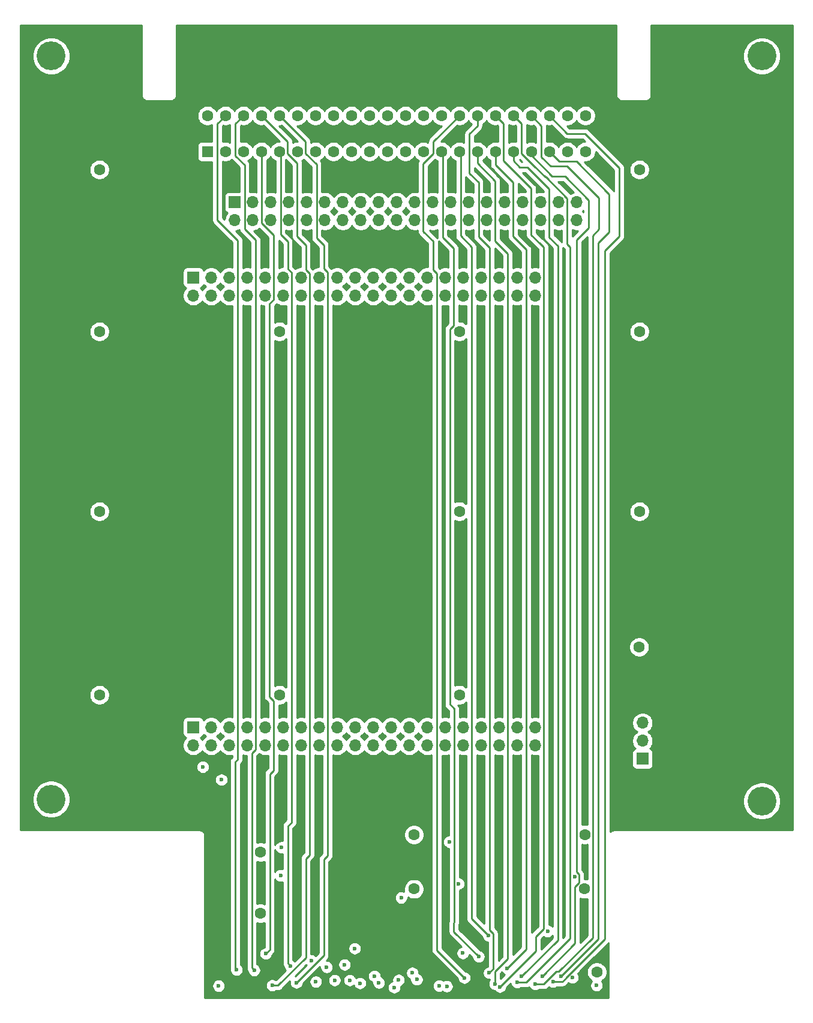
<source format=gbr>
%TF.GenerationSoftware,KiCad,Pcbnew,(5.1.9)-1*%
%TF.CreationDate,2025-01-23T06:38:53-08:00*%
%TF.ProjectId,RADA3K,52414441-334b-42e6-9b69-6361645f7063,rev?*%
%TF.SameCoordinates,Original*%
%TF.FileFunction,Copper,L3,Inr*%
%TF.FilePolarity,Positive*%
%FSLAX46Y46*%
G04 Gerber Fmt 4.6, Leading zero omitted, Abs format (unit mm)*
G04 Created by KiCad (PCBNEW (5.1.9)-1) date 2025-01-23 06:38:53*
%MOMM*%
%LPD*%
G01*
G04 APERTURE LIST*
%TA.AperFunction,ComponentPad*%
%ADD10O,1.700000X1.700000*%
%TD*%
%TA.AperFunction,ComponentPad*%
%ADD11R,1.700000X1.700000*%
%TD*%
%TA.AperFunction,ComponentPad*%
%ADD12C,1.600000*%
%TD*%
%TA.AperFunction,ComponentPad*%
%ADD13R,1.600000X1.600000*%
%TD*%
%TA.AperFunction,ComponentPad*%
%ADD14C,4.064000*%
%TD*%
%TA.AperFunction,ViaPad*%
%ADD15C,1.600000*%
%TD*%
%TA.AperFunction,ViaPad*%
%ADD16C,0.600000*%
%TD*%
%TA.AperFunction,Conductor*%
%ADD17C,0.250000*%
%TD*%
%TA.AperFunction,NonConductor*%
%ADD18C,0.254000*%
%TD*%
%TA.AperFunction,NonConductor*%
%ADD19C,0.100000*%
%TD*%
G04 APERTURE END LIST*
D10*
%TO.N,/_CHAREN*%
%TO.C,J1*%
X120230900Y-124460000D03*
%TO.N,/_HIRAM*%
X120230900Y-127000000D03*
D11*
%TO.N,/_LORAM*%
X120230900Y-129540000D03*
%TD*%
D10*
%TO.N,/GPIO_1_1*%
%TO.C,J4*%
X110960000Y-53500000D03*
%TO.N,Net-(J4-Pad39)*%
X110960000Y-50960000D03*
%TO.N,/GPIO_1_3*%
X108420000Y-53500000D03*
%TO.N,Net-(J4-Pad37)*%
X108420000Y-50960000D03*
%TO.N,/GPIO_1_5*%
X105880000Y-53500000D03*
%TO.N,Net-(J4-Pad35)*%
X105880000Y-50960000D03*
%TO.N,/GPIO_1_7*%
X103340000Y-53500000D03*
%TO.N,/GPIO_1_6*%
X103340000Y-50960000D03*
%TO.N,/GPIO_1_9*%
X100800000Y-53500000D03*
%TO.N,/GPIO_1_8*%
X100800000Y-50960000D03*
%TO.N,GND*%
X98260000Y-53500000D03*
%TO.N,/FPGA_5V*%
X98260000Y-50960000D03*
%TO.N,/GPIO_1_11*%
X95720000Y-53500000D03*
%TO.N,/GPIO_1_10*%
X95720000Y-50960000D03*
%TO.N,/GPIO_1_13*%
X93180000Y-53500000D03*
%TO.N,/GPIO_1_12*%
X93180000Y-50960000D03*
%TO.N,/GPIO_1_15*%
X90640000Y-53500000D03*
%TO.N,/GPIO_1_14*%
X90640000Y-50960000D03*
%TO.N,/GPIO_1_17*%
X88100000Y-53500000D03*
%TO.N,/GPIO_1_16*%
X88100000Y-50960000D03*
%TO.N,/GPIO_1_19*%
X85560000Y-53500000D03*
%TO.N,/GPIO_1_18*%
X85560000Y-50960000D03*
%TO.N,/GPIO_1_21*%
X83020000Y-53500000D03*
%TO.N,/GPIO_1_20*%
X83020000Y-50960000D03*
%TO.N,/GPIO_1_23*%
X80480000Y-53500000D03*
%TO.N,/GPIO_1_22*%
X80480000Y-50960000D03*
%TO.N,/GPIO_1_25*%
X77940000Y-53500000D03*
%TO.N,/GPIO_1_24*%
X77940000Y-50960000D03*
%TO.N,GND*%
X75400000Y-53500000D03*
%TO.N,/FPGA_3V*%
X75400000Y-50960000D03*
%TO.N,/GPIO_1_27*%
X72860000Y-53500000D03*
%TO.N,/GPIO_1_26*%
X72860000Y-50960000D03*
%TO.N,/GPIO_1_29*%
X70320000Y-53500000D03*
%TO.N,/GPIO_1_28*%
X70320000Y-50960000D03*
%TO.N,/GPIO_1_31*%
X67780000Y-53500000D03*
%TO.N,/GPIO_1_30*%
X67780000Y-50960000D03*
%TO.N,/GPIO_1_33*%
X65240000Y-53500000D03*
%TO.N,/FPGA__NMI*%
X65240000Y-50960000D03*
%TO.N,/GPIO_1_35*%
X62700000Y-53500000D03*
D11*
%TO.N,/FPGA__RST*%
X62700000Y-50960000D03*
%TD*%
D12*
%TO.N,GND*%
%TO.C,J5*%
X112166400Y-38722300D03*
%TO.N,/A0*%
X109626400Y-38722300D03*
%TO.N,/A1*%
X107086400Y-38722300D03*
%TO.N,/A2*%
X104546400Y-38722300D03*
%TO.N,/A3*%
X102006400Y-38722300D03*
%TO.N,/A4*%
X99466400Y-38722300D03*
%TO.N,/A5*%
X96926400Y-38722300D03*
%TO.N,/A6*%
X94386400Y-38722300D03*
%TO.N,/A7*%
X91846400Y-38722300D03*
%TO.N,/A8*%
X89306400Y-38722300D03*
%TO.N,/A9*%
X86766400Y-38722300D03*
%TO.N,/A10*%
X84226400Y-38722300D03*
%TO.N,/A11*%
X81686400Y-38722300D03*
%TO.N,/A12*%
X79146400Y-38722300D03*
%TO.N,/A13*%
X76606400Y-38722300D03*
%TO.N,/A14*%
X74066400Y-38722300D03*
%TO.N,/A15*%
X71526400Y-38722300D03*
%TO.N,/PHI2*%
X68986400Y-38722300D03*
%TO.N,/_NMI*%
X66446400Y-38722300D03*
%TO.N,/_RST*%
X63906400Y-38722300D03*
%TO.N,/_ROMH*%
X61366400Y-38722300D03*
%TO.N,GND*%
X58826400Y-38722300D03*
X112166400Y-43802300D03*
%TO.N,/D0*%
X109626400Y-43802300D03*
%TO.N,/D1*%
X107086400Y-43802300D03*
%TO.N,/D2*%
X104546400Y-43802300D03*
%TO.N,/D3*%
X102006400Y-43802300D03*
%TO.N,/D4*%
X99466400Y-43802300D03*
%TO.N,/D5*%
X96926400Y-43802300D03*
%TO.N,/D6*%
X94386400Y-43802300D03*
%TO.N,/D7*%
X91846400Y-43802300D03*
%TO.N,/_DMA*%
X89306400Y-43802300D03*
%TO.N,/BA*%
X86766400Y-43802300D03*
%TO.N,/_ROML*%
X84226400Y-43802300D03*
%TO.N,/_IO2*%
X81686400Y-43802300D03*
%TO.N,/_EXROM*%
X79146400Y-43802300D03*
%TO.N,/_GAME*%
X76606400Y-43802300D03*
%TO.N,/_IO1*%
X74066400Y-43802300D03*
%TO.N,/DOT_CLK*%
X71526400Y-43802300D03*
%TO.N,/R__W*%
X68986400Y-43802300D03*
%TO.N,/_IRQ*%
X66446400Y-43802300D03*
%TO.N,+5V*%
X63906400Y-43802300D03*
D13*
%TO.N,GND*%
X58826400Y-43802300D03*
D12*
%TO.N,+5V*%
X61366400Y-43802300D03*
%TD*%
D10*
%TO.N,/FPGA__CHAREN*%
%TO.C,J3*%
X105086400Y-64122300D03*
%TO.N,/GPIO_1_1*%
X105086400Y-61582300D03*
%TO.N,/FPGA__HIRAM*%
X102546400Y-64122300D03*
%TO.N,/GPIO_1_3*%
X102546400Y-61582300D03*
%TO.N,/FPGA__LORAM*%
X100006400Y-64122300D03*
%TO.N,/GPIO_1_5*%
X100006400Y-61582300D03*
%TO.N,/GPIO_1_6*%
X97466400Y-64122300D03*
%TO.N,/GPIO_1_7*%
X97466400Y-61582300D03*
%TO.N,/GPIO_1_8*%
X94926400Y-64122300D03*
%TO.N,/GPIO_1_9*%
X94926400Y-61582300D03*
%TO.N,/FPGA_5V*%
X92386400Y-64122300D03*
%TO.N,GND*%
X92386400Y-61582300D03*
%TO.N,/GPIO_1_10*%
X89846400Y-64122300D03*
%TO.N,/GPIO_1_11*%
X89846400Y-61582300D03*
%TO.N,/GPIO_1_12*%
X87306400Y-64122300D03*
%TO.N,/GPIO_1_13*%
X87306400Y-61582300D03*
%TO.N,/GPIO_1_14*%
X84766400Y-64122300D03*
%TO.N,/GPIO_1_15*%
X84766400Y-61582300D03*
%TO.N,/GPIO_1_16*%
X82226400Y-64122300D03*
%TO.N,/GPIO_1_17*%
X82226400Y-61582300D03*
%TO.N,/GPIO_1_18*%
X79686400Y-64122300D03*
%TO.N,/GPIO_1_19*%
X79686400Y-61582300D03*
%TO.N,/GPIO_1_20*%
X77146400Y-64122300D03*
%TO.N,/GPIO_1_21*%
X77146400Y-61582300D03*
%TO.N,/GPIO_1_22*%
X74606400Y-64122300D03*
%TO.N,/GPIO_1_23*%
X74606400Y-61582300D03*
%TO.N,/GPIO_1_24*%
X72066400Y-64122300D03*
%TO.N,/GPIO_1_25*%
X72066400Y-61582300D03*
%TO.N,/FPGA_3V*%
X69526400Y-64122300D03*
%TO.N,GND*%
X69526400Y-61582300D03*
%TO.N,/GPIO_1_26*%
X66986400Y-64122300D03*
%TO.N,/GPIO_1_27*%
X66986400Y-61582300D03*
%TO.N,/GPIO_1_28*%
X64446400Y-64122300D03*
%TO.N,/GPIO_1_29*%
X64446400Y-61582300D03*
%TO.N,/GPIO_1_30*%
X61906400Y-64122300D03*
%TO.N,/GPIO_1_31*%
X61906400Y-61582300D03*
%TO.N,/FPGA__NMI*%
X59366400Y-64122300D03*
%TO.N,/GPIO_1_33*%
X59366400Y-61582300D03*
%TO.N,/FPGA__RST*%
X56826400Y-64122300D03*
D11*
%TO.N,/GPIO_1_35*%
X56826400Y-61582300D03*
%TD*%
D10*
%TO.N,/FPGA_A0*%
%TO.C,J2*%
X105086400Y-127622300D03*
%TO.N,/FPGA_D0*%
X105086400Y-125082300D03*
%TO.N,/FPGA_D1*%
X102546400Y-127622300D03*
%TO.N,/FPGA_A1*%
X102546400Y-125082300D03*
%TO.N,/FPGA_D2*%
X100006400Y-127622300D03*
%TO.N,/FPGA_A2*%
X100006400Y-125082300D03*
%TO.N,/FPGA_D3*%
X97466400Y-127622300D03*
%TO.N,/FPGA_A3*%
X97466400Y-125082300D03*
%TO.N,/FPGA_D4*%
X94926400Y-127622300D03*
%TO.N,/FPGA_A4*%
X94926400Y-125082300D03*
%TO.N,GND*%
X92386400Y-127622300D03*
%TO.N,Net-(J2-Pad29)*%
X92386400Y-125082300D03*
%TO.N,/FPGA_A5*%
X89846400Y-127622300D03*
%TO.N,/FPGA_D5*%
X89846400Y-125082300D03*
%TO.N,/FPGA_A6*%
X87306400Y-127622300D03*
%TO.N,/FPGA_D6*%
X87306400Y-125082300D03*
%TO.N,/FPGA_A7*%
X84766400Y-127622300D03*
%TO.N,/FPGA_D7*%
X84766400Y-125082300D03*
%TO.N,/FPGA__DMA*%
X82226400Y-127622300D03*
%TO.N,/FPGA_A8*%
X82226400Y-125082300D03*
%TO.N,/FPGA_A9*%
X79686400Y-127622300D03*
%TO.N,/FPGA_BA*%
X79686400Y-125082300D03*
%TO.N,/FPGA_A10*%
X77146400Y-127622300D03*
%TO.N,/FPGA__ROML*%
X77146400Y-125082300D03*
%TO.N,/FPGA_A11*%
X74606400Y-127622300D03*
%TO.N,/FPGA__IO2*%
X74606400Y-125082300D03*
%TO.N,/FPGA_A12*%
X72066400Y-127622300D03*
%TO.N,/FPGA__EXROM*%
X72066400Y-125082300D03*
%TO.N,GND*%
X69526400Y-127622300D03*
%TO.N,Net-(J2-Pad11)*%
X69526400Y-125082300D03*
%TO.N,/FPGA__GAME*%
X66986400Y-127622300D03*
%TO.N,/FPGA_A13*%
X66986400Y-125082300D03*
%TO.N,/FPGA__IO1*%
X64446400Y-127622300D03*
%TO.N,/FPGA_A14*%
X64446400Y-125082300D03*
%TO.N,/FPGA_DOT_CLK*%
X61906400Y-127622300D03*
%TO.N,/FPGA_A15*%
X61906400Y-125082300D03*
%TO.N,/FPGA_R__W*%
X59366400Y-127622300D03*
%TO.N,/FPGA_PHI2*%
X59366400Y-125082300D03*
%TO.N,/FPGA__ROMH*%
X56826400Y-127622300D03*
D11*
%TO.N,/FPGA__IRQ*%
X56826400Y-125082300D03*
%TD*%
D14*
%TO.N,GND*%
%TO.C,GND*%
X137063972Y-135496300D03*
%TD*%
%TO.N,GND*%
%TO.C,GND*%
X36791900Y-135242300D03*
%TD*%
%TO.N,GND*%
%TO.C,GND*%
X137063972Y-30314900D03*
%TD*%
%TO.N,GND*%
%TO.C,GND*%
X36791900Y-30314900D03*
%TD*%
D15*
%TO.N,GND*%
X113779300Y-159651700D03*
D16*
X60413900Y-161594800D03*
X110636400Y-146152300D03*
X69146400Y-146012300D03*
X94259400Y-147180300D03*
X92956400Y-141262300D03*
X86169500Y-149136100D03*
X69256400Y-142052300D03*
D15*
X66306700Y-151358600D03*
X43586400Y-120510300D03*
X43586400Y-94602300D03*
X43586400Y-69202300D03*
X43586400Y-46342300D03*
X119760000Y-113750000D03*
X119786400Y-69202300D03*
X119786400Y-94602300D03*
X119786400Y-46342300D03*
X87972900Y-140246100D03*
X112077500Y-140246100D03*
D16*
X113753900Y-161531300D03*
D15*
X68986400Y-69202300D03*
X94386400Y-69202300D03*
X94386400Y-94602300D03*
X68986400Y-120510300D03*
X94386400Y-120510300D03*
%TO.N,+3V3*%
X112064800Y-147916900D03*
X66332100Y-142709900D03*
X87972900Y-147916900D03*
D16*
%TO.N,/A8*%
X91528900Y-161594800D03*
%TO.N,/A0*%
X110326400Y-160442300D03*
%TO.N,/A9*%
X88366400Y-160692300D03*
%TO.N,/A1*%
X107600000Y-161000000D03*
%TO.N,/A10*%
X85816400Y-160772300D03*
%TO.N,/A2*%
X105106400Y-161362300D03*
%TO.N,/A3*%
X102536400Y-161108800D03*
%TO.N,/A15*%
X74126400Y-161012300D03*
%TO.N,/A7*%
X92608400Y-161658300D03*
%TO.N,/A14*%
X76776400Y-160792300D03*
%TO.N,/A6*%
X95084900Y-160451800D03*
%TO.N,/A13*%
X78906400Y-160802300D03*
%TO.N,/A5*%
X98577400Y-159753300D03*
%TO.N,/A12*%
X80352900Y-161213800D03*
%TO.N,/A4*%
X100101400Y-161721800D03*
%TO.N,/A11*%
X83019900Y-161150300D03*
%TO.N,/D0*%
X106822050Y-153877950D03*
%TO.N,/D1*%
X108736400Y-160236400D03*
%TO.N,/D2*%
X106074870Y-160225130D03*
%TO.N,/D3*%
X103168310Y-160242390D03*
%TO.N,/D4*%
X101117400Y-159118300D03*
%TO.N,/D5*%
X99375400Y-161313300D03*
%TO.N,/D6*%
X98500000Y-154500000D03*
%TO.N,/D7*%
X97111400Y-157455849D03*
%TO.N,/_ROMH*%
X62956400Y-159332300D03*
%TO.N,/R__W*%
X70573900Y-158826100D03*
%TO.N,/_IRQ*%
X67054350Y-157054350D03*
%TO.N,/_RST*%
X65436400Y-159382300D03*
%TO.N,/PHI2*%
X71386400Y-161132300D03*
%TO.N,/_NMI*%
X67970400Y-161531300D03*
%TO.N,/DOT_CLK*%
X73501399Y-158044471D03*
%TO.N,/_IO1*%
X75653900Y-158946100D03*
%TO.N,/_GAME*%
X78193900Y-158593900D03*
%TO.N,/_EXROM*%
X79616400Y-156316400D03*
%TO.N,/_IO2*%
X82394899Y-160205101D03*
%TO.N,/_ROML*%
X85188900Y-161817299D03*
%TO.N,/BA*%
X87741399Y-159758601D03*
%TO.N,/_DMA*%
X94874350Y-156974350D03*
%TO.N,/FPGA__RST*%
X58180000Y-130680000D03*
%TO.N,/FPGA__NMI*%
X60800000Y-132500000D03*
%TD*%
D17*
%TO.N,/A1*%
X108897802Y-161000000D02*
X107600000Y-161000000D01*
X109361401Y-160536401D02*
X108897802Y-161000000D01*
X109361401Y-160482297D02*
X109361401Y-160536401D01*
X112943698Y-156900000D02*
X109361401Y-160482297D01*
X113000000Y-156900000D02*
X112943698Y-156900000D01*
X114900000Y-155000000D02*
X113000000Y-156900000D01*
X114900000Y-58130000D02*
X114900000Y-57820000D01*
X114900000Y-58130000D02*
X114900000Y-155000000D01*
X114900000Y-57820000D02*
X116930000Y-55790000D01*
X116930000Y-55790000D02*
X116930000Y-46090000D01*
X116930000Y-46090000D02*
X112080000Y-41240000D01*
X109604100Y-41240000D02*
X107086400Y-38722300D01*
X112080000Y-41240000D02*
X109604100Y-41240000D01*
%TO.N,/A2*%
X105961399Y-40137299D02*
X104546400Y-38722300D01*
X109584745Y-45874745D02*
X107255255Y-45874745D01*
X114090000Y-50380000D02*
X109584745Y-45874745D01*
X105961399Y-44580889D02*
X105961399Y-40137299D01*
X114090000Y-54770000D02*
X114090000Y-50380000D01*
X113202501Y-55657499D02*
X114090000Y-54770000D01*
X113202501Y-154797499D02*
X113202501Y-55657499D01*
X108400000Y-159600000D02*
X113202501Y-154797499D01*
X107255255Y-45874745D02*
X105961399Y-44580889D01*
X106312698Y-161362300D02*
X108074998Y-159600000D01*
X108074998Y-159600000D02*
X108400000Y-159600000D01*
X105106400Y-161362300D02*
X106312698Y-161362300D01*
%TO.N,/A3*%
X103791200Y-161108800D02*
X102536400Y-161108800D01*
X110011399Y-154888601D02*
X103791200Y-161108800D01*
X103131401Y-39847301D02*
X103131401Y-44052303D01*
X102006400Y-38722300D02*
X103131401Y-39847301D01*
X104889549Y-45810451D02*
X104910451Y-45810451D01*
X103131401Y-44052303D02*
X104889549Y-45810451D01*
X110011399Y-57248601D02*
X109998601Y-57248601D01*
X110011399Y-57248601D02*
X110011399Y-154888601D01*
X109595001Y-50395999D02*
X106584002Y-47385000D01*
X106584002Y-47385000D02*
X106485000Y-47385000D01*
X109595001Y-56845001D02*
X109595001Y-50395999D01*
X109998601Y-57248601D02*
X109595001Y-56845001D01*
X104910451Y-45810451D02*
X106485000Y-47385000D01*
%TO.N,/A6*%
X91236550Y-156603450D02*
X95084900Y-160451800D01*
X91211399Y-156578299D02*
X91236550Y-156603450D01*
X90671399Y-56471399D02*
X90671399Y-60491399D01*
X89275001Y-55075001D02*
X90671399Y-56471399D01*
X90671399Y-60491399D02*
X91211399Y-61031399D01*
X89275001Y-45498701D02*
X89275001Y-55075001D01*
X90721399Y-44052303D02*
X89275001Y-45498701D01*
X90721399Y-42387301D02*
X90721399Y-44052303D01*
X91211399Y-61031399D02*
X91211399Y-156578299D01*
X94386400Y-38722300D02*
X90721399Y-42387301D01*
%TO.N,/A5*%
X96926400Y-40173600D02*
X96926400Y-38722300D01*
X95801399Y-46831399D02*
X95801399Y-41298601D01*
X97084999Y-48114999D02*
X95801399Y-46831399D01*
X98641401Y-57381401D02*
X97084999Y-55824999D01*
X95801399Y-41298601D02*
X96926400Y-40173600D01*
X98641401Y-153716399D02*
X98641401Y-57381401D01*
X99125001Y-154199999D02*
X98641401Y-153716399D01*
X97084999Y-55824999D02*
X97084999Y-48114999D01*
X99125001Y-159205699D02*
X99125001Y-154199999D01*
X98577400Y-159753300D02*
X99125001Y-159205699D01*
%TO.N,/A4*%
X104515001Y-55554999D02*
X104515001Y-49015001D01*
X105721401Y-56761399D02*
X104515001Y-55554999D01*
X105761399Y-56761399D02*
X105721401Y-56761399D01*
X100591401Y-39847301D02*
X99466400Y-38722300D01*
X106261401Y-57261401D02*
X105761399Y-56761399D01*
X106261401Y-153513597D02*
X106261401Y-57261401D01*
X105130000Y-154644998D02*
X106261401Y-153513597D01*
X105130000Y-156690000D02*
X105130000Y-154644998D01*
X104515001Y-49015001D02*
X100591401Y-45091401D01*
X101742401Y-160077599D02*
X105130000Y-156690000D01*
X101742401Y-160080799D02*
X101742401Y-160077599D01*
X100591401Y-45091401D02*
X100591401Y-39847301D01*
X100101400Y-161721800D02*
X101742401Y-160080799D01*
%TO.N,/D1*%
X108484100Y-45200000D02*
X107086400Y-43802300D01*
X110940000Y-45200000D02*
X108484100Y-45200000D01*
X115540000Y-49800000D02*
X110940000Y-45200000D01*
X115540000Y-55180000D02*
X115540000Y-49800000D01*
X114000000Y-56720000D02*
X115540000Y-55180000D01*
X114000000Y-154972800D02*
X114000000Y-56720000D01*
X108736400Y-160236400D02*
X114000000Y-154972800D01*
%TO.N,/D2*%
X109295000Y-47295000D02*
X107495000Y-47295000D01*
X112650000Y-54530000D02*
X112650000Y-50650000D01*
X104546400Y-44346400D02*
X104546400Y-43802300D01*
X110952499Y-56227501D02*
X112650000Y-54530000D01*
X110952499Y-145543397D02*
X110952499Y-56227501D01*
X112650000Y-50650000D02*
X109295000Y-47295000D01*
X111261401Y-145852299D02*
X110952499Y-145543397D01*
X111261401Y-147055297D02*
X111261401Y-145852299D01*
X107495000Y-47295000D02*
X104546400Y-44346400D01*
X110700000Y-147616698D02*
X111261401Y-147055297D01*
X110700000Y-155600000D02*
X110700000Y-147616698D01*
X106074870Y-160225130D02*
X110700000Y-155600000D01*
%TO.N,/D3*%
X102006400Y-45106400D02*
X102006400Y-43802300D01*
X104000000Y-46000000D02*
X102900000Y-46000000D01*
X107055001Y-49055001D02*
X104000000Y-46000000D01*
X107055001Y-55895001D02*
X107055001Y-49055001D01*
X108261401Y-57101401D02*
X107055001Y-55895001D01*
X102900000Y-46000000D02*
X102006400Y-45106400D01*
X108261401Y-155149299D02*
X108261401Y-57101401D01*
X103168310Y-160242390D02*
X108261401Y-155149299D01*
%TO.N,/D4*%
X103067850Y-157167850D02*
X101117400Y-159118300D01*
X103840000Y-57660000D02*
X103840000Y-156395700D01*
X101975001Y-55795001D02*
X103840000Y-57660000D01*
X101975001Y-48175001D02*
X101975001Y-55795001D01*
X103840000Y-156395700D02*
X103067850Y-157167850D01*
X99466400Y-45666400D02*
X101975001Y-48175001D01*
X99466400Y-43802300D02*
X99466400Y-45666400D01*
%TO.N,/D5*%
X96926400Y-45426400D02*
X96926400Y-43802300D01*
X99435001Y-47935001D02*
X96926400Y-45426400D01*
X99435001Y-56435001D02*
X99435001Y-47935001D01*
X99375400Y-161313300D02*
X99375400Y-159591710D01*
X101181401Y-58181401D02*
X101181401Y-157785709D01*
X99435001Y-56435001D02*
X101181401Y-58181401D01*
X100478555Y-158488555D02*
X100641401Y-158325709D01*
X101181401Y-157785709D02*
X100478555Y-158488555D01*
X99375400Y-159591710D02*
X100478555Y-158488555D01*
%TO.N,/D6*%
X96101401Y-152101401D02*
X97385000Y-153385000D01*
X96101401Y-57271401D02*
X96101401Y-152101401D01*
X97385000Y-153385000D02*
X98500000Y-154500000D01*
X94544999Y-55714999D02*
X96101401Y-57271401D01*
X94544999Y-43960899D02*
X94544999Y-55714999D01*
X94386400Y-43802300D02*
X94544999Y-43960899D01*
%TO.N,/D7*%
X93600000Y-153944449D02*
X97111400Y-157455849D01*
X93600000Y-152668798D02*
X93600000Y-153944449D01*
X93634399Y-152634399D02*
X93600000Y-152668798D01*
X93634399Y-122444399D02*
X93634399Y-152634399D01*
X93021401Y-121831401D02*
X93634399Y-122444399D01*
X93021401Y-68902297D02*
X93021401Y-121831401D01*
X93561401Y-57458599D02*
X93561401Y-68362297D01*
X93561401Y-68362297D02*
X93021401Y-68902297D01*
X92004999Y-55902197D02*
X93561401Y-57458599D01*
X92004999Y-43960899D02*
X92004999Y-55902197D01*
X91846400Y-43802300D02*
X92004999Y-43960899D01*
%TO.N,/_ROMH*%
X60241399Y-39847301D02*
X61366400Y-38722300D01*
X60241399Y-53481399D02*
X60241399Y-39847301D01*
X63081401Y-56321401D02*
X60241399Y-53481399D01*
X63081401Y-129618599D02*
X63081401Y-56321401D01*
X62731399Y-129968601D02*
X63081401Y-129618599D01*
X62731399Y-159107299D02*
X62731399Y-129968601D01*
X62956400Y-159332300D02*
X62731399Y-159107299D01*
%TO.N,/R__W*%
X70161401Y-158413601D02*
X70573900Y-158826100D01*
X69144999Y-43960899D02*
X68986400Y-43802300D01*
X69144999Y-55524999D02*
X69144999Y-43960899D01*
X70161401Y-56541401D02*
X69144999Y-55524999D01*
X70701401Y-138491401D02*
X70161401Y-139031401D01*
X70701401Y-60891401D02*
X70701401Y-138491401D01*
X70161401Y-60351401D02*
X70701401Y-60891401D01*
X70161401Y-56541401D02*
X70161401Y-60351401D01*
X70161401Y-139031401D02*
X70161401Y-158413601D01*
%TO.N,/_IRQ*%
X67621401Y-156487299D02*
X67054350Y-157054350D01*
X68161401Y-55620403D02*
X66446400Y-53905402D01*
X68161401Y-64686301D02*
X68161401Y-55620403D01*
X67550401Y-65297301D02*
X68161401Y-64686301D01*
X67550401Y-120739303D02*
X67550401Y-65297301D01*
X68161401Y-121350303D02*
X67550401Y-120739303D01*
X68161401Y-131158599D02*
X68161401Y-121350303D01*
X67621401Y-131698599D02*
X68161401Y-131158599D01*
X66446400Y-53905402D02*
X66446400Y-43802300D01*
X67621401Y-131698599D02*
X67621401Y-156487299D01*
%TO.N,/_RST*%
X62781399Y-39847301D02*
X63906400Y-38722300D01*
X62781399Y-44381399D02*
X62781399Y-39847301D01*
X64064999Y-54724999D02*
X64064999Y-45664999D01*
X65621401Y-128228599D02*
X65621401Y-56281401D01*
X65081401Y-128768599D02*
X65621401Y-128228599D01*
X65081401Y-159027301D02*
X65081401Y-128768599D01*
X64064999Y-45664999D02*
X62781399Y-44381399D01*
X65621401Y-56281401D02*
X64064999Y-54724999D01*
X65436400Y-159382300D02*
X65081401Y-159027301D01*
%TO.N,/PHI2*%
X75781401Y-143218599D02*
X75241401Y-143758599D01*
X75241401Y-143758599D02*
X75241401Y-157277299D01*
X75781401Y-60871401D02*
X75781401Y-143218599D01*
X75241401Y-60331401D02*
X75781401Y-60871401D01*
X75241401Y-57011401D02*
X75241401Y-60331401D01*
X75241401Y-157277299D02*
X71386400Y-161132300D01*
X74224999Y-55994999D02*
X75241401Y-57011401D01*
X74224999Y-45625901D02*
X74224999Y-55994999D01*
X72651401Y-44052303D02*
X74224999Y-45625901D01*
X72651401Y-42387301D02*
X72651401Y-44052303D01*
X68986400Y-38722300D02*
X72651401Y-42387301D01*
%TO.N,/_NMI*%
X68793702Y-161531300D02*
X67970400Y-161531300D01*
X72701401Y-143638599D02*
X72701401Y-157623601D01*
X73241401Y-143098599D02*
X72701401Y-143638599D01*
X73241401Y-61018299D02*
X73241401Y-143098599D01*
X72701401Y-57001401D02*
X72701401Y-60478299D01*
X71495001Y-55795001D02*
X72701401Y-57001401D01*
X71495001Y-45435903D02*
X71495001Y-55795001D01*
X72701401Y-157623601D02*
X68793702Y-161531300D01*
X70111401Y-44052303D02*
X71495001Y-45435903D01*
X72701401Y-60478299D02*
X73241401Y-61018299D01*
X70111401Y-42387301D02*
X70111401Y-44052303D01*
X66446400Y-38722300D02*
X70111401Y-42387301D01*
%TD*%
D18*
X116536400Y-35857423D02*
X116532965Y-35892300D01*
X116546673Y-36031484D01*
X116587272Y-36165320D01*
X116653200Y-36288663D01*
X116741925Y-36396775D01*
X116850037Y-36485500D01*
X116973380Y-36551428D01*
X117107216Y-36592027D01*
X117246400Y-36605735D01*
X117281277Y-36602300D01*
X120711523Y-36602300D01*
X120746400Y-36605735D01*
X120781277Y-36602300D01*
X120885584Y-36592027D01*
X121019420Y-36551428D01*
X121142763Y-36485500D01*
X121250875Y-36396775D01*
X121339600Y-36288663D01*
X121405528Y-36165320D01*
X121446127Y-36031484D01*
X121459835Y-35892300D01*
X121456400Y-35857423D01*
X121456400Y-30052223D01*
X134396972Y-30052223D01*
X134396972Y-30577577D01*
X134499464Y-31092835D01*
X134700508Y-31578198D01*
X134992378Y-32015013D01*
X135363859Y-32386494D01*
X135800674Y-32678364D01*
X136286037Y-32879408D01*
X136801295Y-32981900D01*
X137326649Y-32981900D01*
X137841907Y-32879408D01*
X138327270Y-32678364D01*
X138764085Y-32386494D01*
X139135566Y-32015013D01*
X139427436Y-31578198D01*
X139628480Y-31092835D01*
X139730972Y-30577577D01*
X139730972Y-30052223D01*
X139628480Y-29536965D01*
X139427436Y-29051602D01*
X139135566Y-28614787D01*
X138764085Y-28243306D01*
X138327270Y-27951436D01*
X137841907Y-27750392D01*
X137326649Y-27647900D01*
X136801295Y-27647900D01*
X136286037Y-27750392D01*
X135800674Y-27951436D01*
X135363859Y-28243306D01*
X134992378Y-28614787D01*
X134700508Y-29051602D01*
X134499464Y-29536965D01*
X134396972Y-30052223D01*
X121456400Y-30052223D01*
X121456400Y-25944900D01*
X141433973Y-25944900D01*
X141433972Y-139612300D01*
X116193777Y-139612300D01*
X116158900Y-139608865D01*
X116124023Y-139612300D01*
X116019716Y-139622573D01*
X115885880Y-139663172D01*
X115762537Y-139729100D01*
X115660000Y-139813250D01*
X115660000Y-135233623D01*
X134396972Y-135233623D01*
X134396972Y-135758977D01*
X134499464Y-136274235D01*
X134700508Y-136759598D01*
X134992378Y-137196413D01*
X135363859Y-137567894D01*
X135800674Y-137859764D01*
X136286037Y-138060808D01*
X136801295Y-138163300D01*
X137326649Y-138163300D01*
X137841907Y-138060808D01*
X138327270Y-137859764D01*
X138764085Y-137567894D01*
X139135566Y-137196413D01*
X139427436Y-136759598D01*
X139628480Y-136274235D01*
X139730972Y-135758977D01*
X139730972Y-135233623D01*
X139628480Y-134718365D01*
X139427436Y-134233002D01*
X139135566Y-133796187D01*
X138764085Y-133424706D01*
X138327270Y-133132836D01*
X137841907Y-132931792D01*
X137326649Y-132829300D01*
X136801295Y-132829300D01*
X136286037Y-132931792D01*
X135800674Y-133132836D01*
X135363859Y-133424706D01*
X134992378Y-133796187D01*
X134700508Y-134233002D01*
X134499464Y-134718365D01*
X134396972Y-135233623D01*
X115660000Y-135233623D01*
X115660000Y-128690000D01*
X118742828Y-128690000D01*
X118742828Y-130390000D01*
X118755088Y-130514482D01*
X118791398Y-130634180D01*
X118850363Y-130744494D01*
X118929715Y-130841185D01*
X119026406Y-130920537D01*
X119136720Y-130979502D01*
X119256418Y-131015812D01*
X119380900Y-131028072D01*
X121080900Y-131028072D01*
X121205382Y-131015812D01*
X121325080Y-130979502D01*
X121435394Y-130920537D01*
X121532085Y-130841185D01*
X121611437Y-130744494D01*
X121670402Y-130634180D01*
X121706712Y-130514482D01*
X121718972Y-130390000D01*
X121718972Y-128690000D01*
X121706712Y-128565518D01*
X121670402Y-128445820D01*
X121611437Y-128335506D01*
X121532085Y-128238815D01*
X121435394Y-128159463D01*
X121325080Y-128100498D01*
X121252520Y-128078487D01*
X121384375Y-127946632D01*
X121546890Y-127703411D01*
X121658832Y-127433158D01*
X121715900Y-127146260D01*
X121715900Y-126853740D01*
X121658832Y-126566842D01*
X121546890Y-126296589D01*
X121384375Y-126053368D01*
X121177532Y-125846525D01*
X121003140Y-125730000D01*
X121177532Y-125613475D01*
X121384375Y-125406632D01*
X121546890Y-125163411D01*
X121658832Y-124893158D01*
X121715900Y-124606260D01*
X121715900Y-124313740D01*
X121658832Y-124026842D01*
X121546890Y-123756589D01*
X121384375Y-123513368D01*
X121177532Y-123306525D01*
X120934311Y-123144010D01*
X120664058Y-123032068D01*
X120377160Y-122975000D01*
X120084640Y-122975000D01*
X119797742Y-123032068D01*
X119527489Y-123144010D01*
X119284268Y-123306525D01*
X119077425Y-123513368D01*
X118914910Y-123756589D01*
X118802968Y-124026842D01*
X118745900Y-124313740D01*
X118745900Y-124606260D01*
X118802968Y-124893158D01*
X118914910Y-125163411D01*
X119077425Y-125406632D01*
X119284268Y-125613475D01*
X119458660Y-125730000D01*
X119284268Y-125846525D01*
X119077425Y-126053368D01*
X118914910Y-126296589D01*
X118802968Y-126566842D01*
X118745900Y-126853740D01*
X118745900Y-127146260D01*
X118802968Y-127433158D01*
X118914910Y-127703411D01*
X119077425Y-127946632D01*
X119209280Y-128078487D01*
X119136720Y-128100498D01*
X119026406Y-128159463D01*
X118929715Y-128238815D01*
X118850363Y-128335506D01*
X118791398Y-128445820D01*
X118755088Y-128565518D01*
X118742828Y-128690000D01*
X115660000Y-128690000D01*
X115660000Y-113608665D01*
X118325000Y-113608665D01*
X118325000Y-113891335D01*
X118380147Y-114168574D01*
X118488320Y-114429727D01*
X118645363Y-114664759D01*
X118845241Y-114864637D01*
X119080273Y-115021680D01*
X119341426Y-115129853D01*
X119618665Y-115185000D01*
X119901335Y-115185000D01*
X120178574Y-115129853D01*
X120439727Y-115021680D01*
X120674759Y-114864637D01*
X120874637Y-114664759D01*
X121031680Y-114429727D01*
X121139853Y-114168574D01*
X121195000Y-113891335D01*
X121195000Y-113608665D01*
X121139853Y-113331426D01*
X121031680Y-113070273D01*
X120874637Y-112835241D01*
X120674759Y-112635363D01*
X120439727Y-112478320D01*
X120178574Y-112370147D01*
X119901335Y-112315000D01*
X119618665Y-112315000D01*
X119341426Y-112370147D01*
X119080273Y-112478320D01*
X118845241Y-112635363D01*
X118645363Y-112835241D01*
X118488320Y-113070273D01*
X118380147Y-113331426D01*
X118325000Y-113608665D01*
X115660000Y-113608665D01*
X115660000Y-94460965D01*
X118351400Y-94460965D01*
X118351400Y-94743635D01*
X118406547Y-95020874D01*
X118514720Y-95282027D01*
X118671763Y-95517059D01*
X118871641Y-95716937D01*
X119106673Y-95873980D01*
X119367826Y-95982153D01*
X119645065Y-96037300D01*
X119927735Y-96037300D01*
X120204974Y-95982153D01*
X120466127Y-95873980D01*
X120701159Y-95716937D01*
X120901037Y-95517059D01*
X121058080Y-95282027D01*
X121166253Y-95020874D01*
X121221400Y-94743635D01*
X121221400Y-94460965D01*
X121166253Y-94183726D01*
X121058080Y-93922573D01*
X120901037Y-93687541D01*
X120701159Y-93487663D01*
X120466127Y-93330620D01*
X120204974Y-93222447D01*
X119927735Y-93167300D01*
X119645065Y-93167300D01*
X119367826Y-93222447D01*
X119106673Y-93330620D01*
X118871641Y-93487663D01*
X118671763Y-93687541D01*
X118514720Y-93922573D01*
X118406547Y-94183726D01*
X118351400Y-94460965D01*
X115660000Y-94460965D01*
X115660000Y-69060965D01*
X118351400Y-69060965D01*
X118351400Y-69343635D01*
X118406547Y-69620874D01*
X118514720Y-69882027D01*
X118671763Y-70117059D01*
X118871641Y-70316937D01*
X119106673Y-70473980D01*
X119367826Y-70582153D01*
X119645065Y-70637300D01*
X119927735Y-70637300D01*
X120204974Y-70582153D01*
X120466127Y-70473980D01*
X120701159Y-70316937D01*
X120901037Y-70117059D01*
X121058080Y-69882027D01*
X121166253Y-69620874D01*
X121221400Y-69343635D01*
X121221400Y-69060965D01*
X121166253Y-68783726D01*
X121058080Y-68522573D01*
X120901037Y-68287541D01*
X120701159Y-68087663D01*
X120466127Y-67930620D01*
X120204974Y-67822447D01*
X119927735Y-67767300D01*
X119645065Y-67767300D01*
X119367826Y-67822447D01*
X119106673Y-67930620D01*
X118871641Y-68087663D01*
X118671763Y-68287541D01*
X118514720Y-68522573D01*
X118406547Y-68783726D01*
X118351400Y-69060965D01*
X115660000Y-69060965D01*
X115660000Y-58134801D01*
X117441004Y-56353798D01*
X117470001Y-56330001D01*
X117564974Y-56214276D01*
X117635546Y-56082247D01*
X117679003Y-55938986D01*
X117690000Y-55827333D01*
X117690000Y-55827332D01*
X117693677Y-55790000D01*
X117690000Y-55752667D01*
X117690000Y-46200965D01*
X118351400Y-46200965D01*
X118351400Y-46483635D01*
X118406547Y-46760874D01*
X118514720Y-47022027D01*
X118671763Y-47257059D01*
X118871641Y-47456937D01*
X119106673Y-47613980D01*
X119367826Y-47722153D01*
X119645065Y-47777300D01*
X119927735Y-47777300D01*
X120204974Y-47722153D01*
X120466127Y-47613980D01*
X120701159Y-47456937D01*
X120901037Y-47257059D01*
X121058080Y-47022027D01*
X121166253Y-46760874D01*
X121221400Y-46483635D01*
X121221400Y-46200965D01*
X121166253Y-45923726D01*
X121058080Y-45662573D01*
X120901037Y-45427541D01*
X120701159Y-45227663D01*
X120466127Y-45070620D01*
X120204974Y-44962447D01*
X119927735Y-44907300D01*
X119645065Y-44907300D01*
X119367826Y-44962447D01*
X119106673Y-45070620D01*
X118871641Y-45227663D01*
X118671763Y-45427541D01*
X118514720Y-45662573D01*
X118406547Y-45923726D01*
X118351400Y-46200965D01*
X117690000Y-46200965D01*
X117690000Y-46127325D01*
X117693676Y-46090000D01*
X117690000Y-46052675D01*
X117690000Y-46052667D01*
X117679003Y-45941014D01*
X117635546Y-45797753D01*
X117564974Y-45665724D01*
X117470001Y-45549999D01*
X117441003Y-45526201D01*
X112643804Y-40729003D01*
X112620001Y-40699999D01*
X112504276Y-40605026D01*
X112372247Y-40534454D01*
X112228986Y-40490997D01*
X112117333Y-40480000D01*
X112117322Y-40480000D01*
X112080000Y-40476324D01*
X112042678Y-40480000D01*
X109918903Y-40480000D01*
X109596203Y-40157300D01*
X109767735Y-40157300D01*
X110044974Y-40102153D01*
X110306127Y-39993980D01*
X110541159Y-39836937D01*
X110741037Y-39637059D01*
X110896400Y-39404541D01*
X111051763Y-39637059D01*
X111251641Y-39836937D01*
X111486673Y-39993980D01*
X111747826Y-40102153D01*
X112025065Y-40157300D01*
X112307735Y-40157300D01*
X112584974Y-40102153D01*
X112846127Y-39993980D01*
X113081159Y-39836937D01*
X113281037Y-39637059D01*
X113438080Y-39402027D01*
X113546253Y-39140874D01*
X113601400Y-38863635D01*
X113601400Y-38580965D01*
X113546253Y-38303726D01*
X113438080Y-38042573D01*
X113281037Y-37807541D01*
X113081159Y-37607663D01*
X112846127Y-37450620D01*
X112584974Y-37342447D01*
X112307735Y-37287300D01*
X112025065Y-37287300D01*
X111747826Y-37342447D01*
X111486673Y-37450620D01*
X111251641Y-37607663D01*
X111051763Y-37807541D01*
X110896400Y-38040059D01*
X110741037Y-37807541D01*
X110541159Y-37607663D01*
X110306127Y-37450620D01*
X110044974Y-37342447D01*
X109767735Y-37287300D01*
X109485065Y-37287300D01*
X109207826Y-37342447D01*
X108946673Y-37450620D01*
X108711641Y-37607663D01*
X108511763Y-37807541D01*
X108356400Y-38040059D01*
X108201037Y-37807541D01*
X108001159Y-37607663D01*
X107766127Y-37450620D01*
X107504974Y-37342447D01*
X107227735Y-37287300D01*
X106945065Y-37287300D01*
X106667826Y-37342447D01*
X106406673Y-37450620D01*
X106171641Y-37607663D01*
X105971763Y-37807541D01*
X105816400Y-38040059D01*
X105661037Y-37807541D01*
X105461159Y-37607663D01*
X105226127Y-37450620D01*
X104964974Y-37342447D01*
X104687735Y-37287300D01*
X104405065Y-37287300D01*
X104127826Y-37342447D01*
X103866673Y-37450620D01*
X103631641Y-37607663D01*
X103431763Y-37807541D01*
X103276400Y-38040059D01*
X103121037Y-37807541D01*
X102921159Y-37607663D01*
X102686127Y-37450620D01*
X102424974Y-37342447D01*
X102147735Y-37287300D01*
X101865065Y-37287300D01*
X101587826Y-37342447D01*
X101326673Y-37450620D01*
X101091641Y-37607663D01*
X100891763Y-37807541D01*
X100736400Y-38040059D01*
X100581037Y-37807541D01*
X100381159Y-37607663D01*
X100146127Y-37450620D01*
X99884974Y-37342447D01*
X99607735Y-37287300D01*
X99325065Y-37287300D01*
X99047826Y-37342447D01*
X98786673Y-37450620D01*
X98551641Y-37607663D01*
X98351763Y-37807541D01*
X98196400Y-38040059D01*
X98041037Y-37807541D01*
X97841159Y-37607663D01*
X97606127Y-37450620D01*
X97344974Y-37342447D01*
X97067735Y-37287300D01*
X96785065Y-37287300D01*
X96507826Y-37342447D01*
X96246673Y-37450620D01*
X96011641Y-37607663D01*
X95811763Y-37807541D01*
X95656400Y-38040059D01*
X95501037Y-37807541D01*
X95301159Y-37607663D01*
X95066127Y-37450620D01*
X94804974Y-37342447D01*
X94527735Y-37287300D01*
X94245065Y-37287300D01*
X93967826Y-37342447D01*
X93706673Y-37450620D01*
X93471641Y-37607663D01*
X93271763Y-37807541D01*
X93116400Y-38040059D01*
X92961037Y-37807541D01*
X92761159Y-37607663D01*
X92526127Y-37450620D01*
X92264974Y-37342447D01*
X91987735Y-37287300D01*
X91705065Y-37287300D01*
X91427826Y-37342447D01*
X91166673Y-37450620D01*
X90931641Y-37607663D01*
X90731763Y-37807541D01*
X90576400Y-38040059D01*
X90421037Y-37807541D01*
X90221159Y-37607663D01*
X89986127Y-37450620D01*
X89724974Y-37342447D01*
X89447735Y-37287300D01*
X89165065Y-37287300D01*
X88887826Y-37342447D01*
X88626673Y-37450620D01*
X88391641Y-37607663D01*
X88191763Y-37807541D01*
X88036400Y-38040059D01*
X87881037Y-37807541D01*
X87681159Y-37607663D01*
X87446127Y-37450620D01*
X87184974Y-37342447D01*
X86907735Y-37287300D01*
X86625065Y-37287300D01*
X86347826Y-37342447D01*
X86086673Y-37450620D01*
X85851641Y-37607663D01*
X85651763Y-37807541D01*
X85496400Y-38040059D01*
X85341037Y-37807541D01*
X85141159Y-37607663D01*
X84906127Y-37450620D01*
X84644974Y-37342447D01*
X84367735Y-37287300D01*
X84085065Y-37287300D01*
X83807826Y-37342447D01*
X83546673Y-37450620D01*
X83311641Y-37607663D01*
X83111763Y-37807541D01*
X82956400Y-38040059D01*
X82801037Y-37807541D01*
X82601159Y-37607663D01*
X82366127Y-37450620D01*
X82104974Y-37342447D01*
X81827735Y-37287300D01*
X81545065Y-37287300D01*
X81267826Y-37342447D01*
X81006673Y-37450620D01*
X80771641Y-37607663D01*
X80571763Y-37807541D01*
X80416400Y-38040059D01*
X80261037Y-37807541D01*
X80061159Y-37607663D01*
X79826127Y-37450620D01*
X79564974Y-37342447D01*
X79287735Y-37287300D01*
X79005065Y-37287300D01*
X78727826Y-37342447D01*
X78466673Y-37450620D01*
X78231641Y-37607663D01*
X78031763Y-37807541D01*
X77876400Y-38040059D01*
X77721037Y-37807541D01*
X77521159Y-37607663D01*
X77286127Y-37450620D01*
X77024974Y-37342447D01*
X76747735Y-37287300D01*
X76465065Y-37287300D01*
X76187826Y-37342447D01*
X75926673Y-37450620D01*
X75691641Y-37607663D01*
X75491763Y-37807541D01*
X75336400Y-38040059D01*
X75181037Y-37807541D01*
X74981159Y-37607663D01*
X74746127Y-37450620D01*
X74484974Y-37342447D01*
X74207735Y-37287300D01*
X73925065Y-37287300D01*
X73647826Y-37342447D01*
X73386673Y-37450620D01*
X73151641Y-37607663D01*
X72951763Y-37807541D01*
X72796400Y-38040059D01*
X72641037Y-37807541D01*
X72441159Y-37607663D01*
X72206127Y-37450620D01*
X71944974Y-37342447D01*
X71667735Y-37287300D01*
X71385065Y-37287300D01*
X71107826Y-37342447D01*
X70846673Y-37450620D01*
X70611641Y-37607663D01*
X70411763Y-37807541D01*
X70256400Y-38040059D01*
X70101037Y-37807541D01*
X69901159Y-37607663D01*
X69666127Y-37450620D01*
X69404974Y-37342447D01*
X69127735Y-37287300D01*
X68845065Y-37287300D01*
X68567826Y-37342447D01*
X68306673Y-37450620D01*
X68071641Y-37607663D01*
X67871763Y-37807541D01*
X67716400Y-38040059D01*
X67561037Y-37807541D01*
X67361159Y-37607663D01*
X67126127Y-37450620D01*
X66864974Y-37342447D01*
X66587735Y-37287300D01*
X66305065Y-37287300D01*
X66027826Y-37342447D01*
X65766673Y-37450620D01*
X65531641Y-37607663D01*
X65331763Y-37807541D01*
X65176400Y-38040059D01*
X65021037Y-37807541D01*
X64821159Y-37607663D01*
X64586127Y-37450620D01*
X64324974Y-37342447D01*
X64047735Y-37287300D01*
X63765065Y-37287300D01*
X63487826Y-37342447D01*
X63226673Y-37450620D01*
X62991641Y-37607663D01*
X62791763Y-37807541D01*
X62636400Y-38040059D01*
X62481037Y-37807541D01*
X62281159Y-37607663D01*
X62046127Y-37450620D01*
X61784974Y-37342447D01*
X61507735Y-37287300D01*
X61225065Y-37287300D01*
X60947826Y-37342447D01*
X60686673Y-37450620D01*
X60451641Y-37607663D01*
X60251763Y-37807541D01*
X60096400Y-38040059D01*
X59941037Y-37807541D01*
X59741159Y-37607663D01*
X59506127Y-37450620D01*
X59244974Y-37342447D01*
X58967735Y-37287300D01*
X58685065Y-37287300D01*
X58407826Y-37342447D01*
X58146673Y-37450620D01*
X57911641Y-37607663D01*
X57711763Y-37807541D01*
X57554720Y-38042573D01*
X57446547Y-38303726D01*
X57391400Y-38580965D01*
X57391400Y-38863635D01*
X57446547Y-39140874D01*
X57554720Y-39402027D01*
X57711763Y-39637059D01*
X57911641Y-39836937D01*
X58146673Y-39993980D01*
X58407826Y-40102153D01*
X58685065Y-40157300D01*
X58967735Y-40157300D01*
X59244974Y-40102153D01*
X59481400Y-40004222D01*
X59481400Y-42364228D01*
X58026400Y-42364228D01*
X57901918Y-42376488D01*
X57782220Y-42412798D01*
X57671906Y-42471763D01*
X57575215Y-42551115D01*
X57495863Y-42647806D01*
X57436898Y-42758120D01*
X57400588Y-42877818D01*
X57388328Y-43002300D01*
X57388328Y-44602300D01*
X57400588Y-44726782D01*
X57436898Y-44846480D01*
X57495863Y-44956794D01*
X57575215Y-45053485D01*
X57671906Y-45132837D01*
X57782220Y-45191802D01*
X57901918Y-45228112D01*
X58026400Y-45240372D01*
X59481400Y-45240372D01*
X59481399Y-53444077D01*
X59477723Y-53481399D01*
X59481399Y-53518721D01*
X59481399Y-53518731D01*
X59492396Y-53630384D01*
X59530627Y-53756417D01*
X59535853Y-53773645D01*
X59606425Y-53905675D01*
X59628980Y-53933158D01*
X59701398Y-54021400D01*
X59730402Y-54045203D01*
X62321402Y-56636204D01*
X62321402Y-60150757D01*
X62052660Y-60097300D01*
X61760140Y-60097300D01*
X61473242Y-60154368D01*
X61202989Y-60266310D01*
X60959768Y-60428825D01*
X60752925Y-60635668D01*
X60636400Y-60810060D01*
X60519875Y-60635668D01*
X60313032Y-60428825D01*
X60069811Y-60266310D01*
X59799558Y-60154368D01*
X59512660Y-60097300D01*
X59220140Y-60097300D01*
X58933242Y-60154368D01*
X58662989Y-60266310D01*
X58419768Y-60428825D01*
X58287913Y-60560680D01*
X58265902Y-60488120D01*
X58206937Y-60377806D01*
X58127585Y-60281115D01*
X58030894Y-60201763D01*
X57920580Y-60142798D01*
X57800882Y-60106488D01*
X57676400Y-60094228D01*
X55976400Y-60094228D01*
X55851918Y-60106488D01*
X55732220Y-60142798D01*
X55621906Y-60201763D01*
X55525215Y-60281115D01*
X55445863Y-60377806D01*
X55386898Y-60488120D01*
X55350588Y-60607818D01*
X55338328Y-60732300D01*
X55338328Y-62432300D01*
X55350588Y-62556782D01*
X55386898Y-62676480D01*
X55445863Y-62786794D01*
X55525215Y-62883485D01*
X55621906Y-62962837D01*
X55732220Y-63021802D01*
X55804780Y-63043813D01*
X55672925Y-63175668D01*
X55510410Y-63418889D01*
X55398468Y-63689142D01*
X55341400Y-63976040D01*
X55341400Y-64268560D01*
X55398468Y-64555458D01*
X55510410Y-64825711D01*
X55672925Y-65068932D01*
X55879768Y-65275775D01*
X56122989Y-65438290D01*
X56393242Y-65550232D01*
X56680140Y-65607300D01*
X56972660Y-65607300D01*
X57259558Y-65550232D01*
X57529811Y-65438290D01*
X57773032Y-65275775D01*
X57979875Y-65068932D01*
X58096400Y-64894540D01*
X58212925Y-65068932D01*
X58419768Y-65275775D01*
X58662989Y-65438290D01*
X58933242Y-65550232D01*
X59220140Y-65607300D01*
X59512660Y-65607300D01*
X59799558Y-65550232D01*
X60069811Y-65438290D01*
X60313032Y-65275775D01*
X60519875Y-65068932D01*
X60636400Y-64894540D01*
X60752925Y-65068932D01*
X60959768Y-65275775D01*
X61202989Y-65438290D01*
X61473242Y-65550232D01*
X61760140Y-65607300D01*
X62052660Y-65607300D01*
X62321402Y-65553844D01*
X62321401Y-123650756D01*
X62052660Y-123597300D01*
X61760140Y-123597300D01*
X61473242Y-123654368D01*
X61202989Y-123766310D01*
X60959768Y-123928825D01*
X60752925Y-124135668D01*
X60636400Y-124310060D01*
X60519875Y-124135668D01*
X60313032Y-123928825D01*
X60069811Y-123766310D01*
X59799558Y-123654368D01*
X59512660Y-123597300D01*
X59220140Y-123597300D01*
X58933242Y-123654368D01*
X58662989Y-123766310D01*
X58419768Y-123928825D01*
X58287913Y-124060680D01*
X58265902Y-123988120D01*
X58206937Y-123877806D01*
X58127585Y-123781115D01*
X58030894Y-123701763D01*
X57920580Y-123642798D01*
X57800882Y-123606488D01*
X57676400Y-123594228D01*
X55976400Y-123594228D01*
X55851918Y-123606488D01*
X55732220Y-123642798D01*
X55621906Y-123701763D01*
X55525215Y-123781115D01*
X55445863Y-123877806D01*
X55386898Y-123988120D01*
X55350588Y-124107818D01*
X55338328Y-124232300D01*
X55338328Y-125932300D01*
X55350588Y-126056782D01*
X55386898Y-126176480D01*
X55445863Y-126286794D01*
X55525215Y-126383485D01*
X55621906Y-126462837D01*
X55732220Y-126521802D01*
X55804780Y-126543813D01*
X55672925Y-126675668D01*
X55510410Y-126918889D01*
X55398468Y-127189142D01*
X55341400Y-127476040D01*
X55341400Y-127768560D01*
X55398468Y-128055458D01*
X55510410Y-128325711D01*
X55672925Y-128568932D01*
X55879768Y-128775775D01*
X56122989Y-128938290D01*
X56393242Y-129050232D01*
X56680140Y-129107300D01*
X56972660Y-129107300D01*
X57259558Y-129050232D01*
X57529811Y-128938290D01*
X57773032Y-128775775D01*
X57979875Y-128568932D01*
X58096400Y-128394540D01*
X58212925Y-128568932D01*
X58419768Y-128775775D01*
X58662989Y-128938290D01*
X58933242Y-129050232D01*
X59220140Y-129107300D01*
X59512660Y-129107300D01*
X59799558Y-129050232D01*
X60069811Y-128938290D01*
X60313032Y-128775775D01*
X60519875Y-128568932D01*
X60636400Y-128394540D01*
X60752925Y-128568932D01*
X60959768Y-128775775D01*
X61202989Y-128938290D01*
X61473242Y-129050232D01*
X61760140Y-129107300D01*
X62052660Y-129107300D01*
X62321401Y-129053844D01*
X62321401Y-129303798D01*
X62220397Y-129404802D01*
X62191399Y-129428600D01*
X62167601Y-129457598D01*
X62167600Y-129457599D01*
X62096425Y-129544325D01*
X62025853Y-129676355D01*
X61982397Y-129819616D01*
X61967723Y-129968601D01*
X61971400Y-130005934D01*
X61971399Y-159069977D01*
X61967723Y-159107299D01*
X61971399Y-159144621D01*
X61971399Y-159144631D01*
X61982396Y-159256284D01*
X62012245Y-159354684D01*
X62021400Y-159384865D01*
X62021400Y-159424389D01*
X62057332Y-159605029D01*
X62127814Y-159775189D01*
X62230138Y-159928328D01*
X62360372Y-160058562D01*
X62513511Y-160160886D01*
X62683671Y-160231368D01*
X62864311Y-160267300D01*
X63048489Y-160267300D01*
X63229129Y-160231368D01*
X63399289Y-160160886D01*
X63552428Y-160058562D01*
X63682662Y-159928328D01*
X63784986Y-159775189D01*
X63855468Y-159605029D01*
X63891400Y-159424389D01*
X63891400Y-159240211D01*
X63855468Y-159059571D01*
X63784986Y-158889411D01*
X63682662Y-158736272D01*
X63552428Y-158606038D01*
X63491399Y-158565260D01*
X63491399Y-130283402D01*
X63592399Y-130182402D01*
X63621402Y-130158600D01*
X63716375Y-130042875D01*
X63786947Y-129910846D01*
X63830404Y-129767585D01*
X63841401Y-129655932D01*
X63841401Y-129655931D01*
X63845078Y-129618599D01*
X63841401Y-129581266D01*
X63841401Y-128979053D01*
X64013242Y-129050232D01*
X64300140Y-129107300D01*
X64321402Y-129107300D01*
X64321401Y-158989979D01*
X64317725Y-159027301D01*
X64321401Y-159064623D01*
X64321401Y-159064633D01*
X64332398Y-159176286D01*
X64356665Y-159256284D01*
X64375855Y-159319547D01*
X64446427Y-159451577D01*
X64485238Y-159498868D01*
X64512998Y-159532693D01*
X64537332Y-159655029D01*
X64607814Y-159825189D01*
X64710138Y-159978328D01*
X64840372Y-160108562D01*
X64993511Y-160210886D01*
X65163671Y-160281368D01*
X65344311Y-160317300D01*
X65528489Y-160317300D01*
X65709129Y-160281368D01*
X65879289Y-160210886D01*
X66032428Y-160108562D01*
X66162662Y-159978328D01*
X66264986Y-159825189D01*
X66335468Y-159655029D01*
X66371400Y-159474389D01*
X66371400Y-159290211D01*
X66335468Y-159109571D01*
X66264986Y-158939411D01*
X66162662Y-158786272D01*
X66032428Y-158656038D01*
X65879289Y-158553714D01*
X65841401Y-158538020D01*
X65841401Y-152719099D01*
X65888126Y-152738453D01*
X66165365Y-152793600D01*
X66448035Y-152793600D01*
X66725274Y-152738453D01*
X66861402Y-152682067D01*
X66861402Y-156139412D01*
X66781621Y-156155282D01*
X66611461Y-156225764D01*
X66458322Y-156328088D01*
X66328088Y-156458322D01*
X66225764Y-156611461D01*
X66155282Y-156781621D01*
X66119350Y-156962261D01*
X66119350Y-157146439D01*
X66155282Y-157327079D01*
X66225764Y-157497239D01*
X66328088Y-157650378D01*
X66458322Y-157780612D01*
X66611461Y-157882936D01*
X66781621Y-157953418D01*
X66962261Y-157989350D01*
X67146439Y-157989350D01*
X67327079Y-157953418D01*
X67497239Y-157882936D01*
X67650378Y-157780612D01*
X67780612Y-157650378D01*
X67882936Y-157497239D01*
X67953418Y-157327079D01*
X67977503Y-157205999D01*
X68132403Y-157051099D01*
X68161402Y-157027300D01*
X68256375Y-156911575D01*
X68326947Y-156779546D01*
X68370404Y-156636285D01*
X68381401Y-156524632D01*
X68381401Y-156524623D01*
X68385077Y-156487300D01*
X68381401Y-156449977D01*
X68381401Y-146550354D01*
X68420138Y-146608328D01*
X68550372Y-146738562D01*
X68703511Y-146840886D01*
X68873671Y-146911368D01*
X69054311Y-146947300D01*
X69238489Y-146947300D01*
X69401401Y-146914894D01*
X69401402Y-158376268D01*
X69397725Y-158413601D01*
X69401402Y-158450934D01*
X69406601Y-158503714D01*
X69412399Y-158562586D01*
X69455855Y-158705847D01*
X69526427Y-158837877D01*
X69592338Y-158918189D01*
X69621401Y-158953602D01*
X69650399Y-158977400D01*
X69650747Y-158977748D01*
X69674832Y-159098829D01*
X69745314Y-159268989D01*
X69839801Y-159410399D01*
X68493735Y-160756466D01*
X68413289Y-160702714D01*
X68243129Y-160632232D01*
X68062489Y-160596300D01*
X67878311Y-160596300D01*
X67697671Y-160632232D01*
X67527511Y-160702714D01*
X67374372Y-160805038D01*
X67244138Y-160935272D01*
X67141814Y-161088411D01*
X67071332Y-161258571D01*
X67035400Y-161439211D01*
X67035400Y-161623389D01*
X67071332Y-161804029D01*
X67141814Y-161974189D01*
X67244138Y-162127328D01*
X67374372Y-162257562D01*
X67527511Y-162359886D01*
X67697671Y-162430368D01*
X67878311Y-162466300D01*
X68062489Y-162466300D01*
X68243129Y-162430368D01*
X68413289Y-162359886D01*
X68515935Y-162291300D01*
X68756380Y-162291300D01*
X68793702Y-162294976D01*
X68831024Y-162291300D01*
X68831035Y-162291300D01*
X68942688Y-162280303D01*
X69085949Y-162236846D01*
X69217978Y-162166274D01*
X69333703Y-162071301D01*
X69357506Y-162042297D01*
X70474196Y-160925607D01*
X70451400Y-161040211D01*
X70451400Y-161224389D01*
X70487332Y-161405029D01*
X70557814Y-161575189D01*
X70660138Y-161728328D01*
X70790372Y-161858562D01*
X70943511Y-161960886D01*
X71113671Y-162031368D01*
X71294311Y-162067300D01*
X71478489Y-162067300D01*
X71659129Y-162031368D01*
X71829289Y-161960886D01*
X71982428Y-161858562D01*
X72112662Y-161728328D01*
X72214986Y-161575189D01*
X72285468Y-161405029D01*
X72309553Y-161283948D01*
X72673290Y-160920211D01*
X73191400Y-160920211D01*
X73191400Y-161104389D01*
X73227332Y-161285029D01*
X73297814Y-161455189D01*
X73400138Y-161608328D01*
X73530372Y-161738562D01*
X73683511Y-161840886D01*
X73853671Y-161911368D01*
X74034311Y-161947300D01*
X74218489Y-161947300D01*
X74399129Y-161911368D01*
X74569289Y-161840886D01*
X74722428Y-161738562D01*
X74852662Y-161608328D01*
X74954986Y-161455189D01*
X75025468Y-161285029D01*
X75061400Y-161104389D01*
X75061400Y-160920211D01*
X75025468Y-160739571D01*
X75009165Y-160700211D01*
X75841400Y-160700211D01*
X75841400Y-160884389D01*
X75877332Y-161065029D01*
X75947814Y-161235189D01*
X76050138Y-161388328D01*
X76180372Y-161518562D01*
X76333511Y-161620886D01*
X76503671Y-161691368D01*
X76684311Y-161727300D01*
X76868489Y-161727300D01*
X77049129Y-161691368D01*
X77219289Y-161620886D01*
X77372428Y-161518562D01*
X77502662Y-161388328D01*
X77604986Y-161235189D01*
X77675468Y-161065029D01*
X77711400Y-160884389D01*
X77711400Y-160710211D01*
X77971400Y-160710211D01*
X77971400Y-160894389D01*
X78007332Y-161075029D01*
X78077814Y-161245189D01*
X78180138Y-161398328D01*
X78310372Y-161528562D01*
X78463511Y-161630886D01*
X78633671Y-161701368D01*
X78814311Y-161737300D01*
X78998489Y-161737300D01*
X79179129Y-161701368D01*
X79349289Y-161630886D01*
X79478003Y-161544882D01*
X79524314Y-161656689D01*
X79626638Y-161809828D01*
X79756872Y-161940062D01*
X79910011Y-162042386D01*
X80080171Y-162112868D01*
X80260811Y-162148800D01*
X80444989Y-162148800D01*
X80625629Y-162112868D01*
X80795789Y-162042386D01*
X80948928Y-161940062D01*
X81079162Y-161809828D01*
X81181486Y-161656689D01*
X81251968Y-161486529D01*
X81287900Y-161305889D01*
X81287900Y-161121711D01*
X81251968Y-160941071D01*
X81181486Y-160770911D01*
X81079162Y-160617772D01*
X80948928Y-160487538D01*
X80795789Y-160385214D01*
X80625629Y-160314732D01*
X80444989Y-160278800D01*
X80260811Y-160278800D01*
X80080171Y-160314732D01*
X79910011Y-160385214D01*
X79781297Y-160471218D01*
X79734986Y-160359411D01*
X79632662Y-160206272D01*
X79539402Y-160113012D01*
X81459899Y-160113012D01*
X81459899Y-160297190D01*
X81495831Y-160477830D01*
X81566313Y-160647990D01*
X81668637Y-160801129D01*
X81798871Y-160931363D01*
X81952010Y-161033687D01*
X82084900Y-161088731D01*
X82084900Y-161242389D01*
X82120832Y-161423029D01*
X82191314Y-161593189D01*
X82293638Y-161746328D01*
X82423872Y-161876562D01*
X82577011Y-161978886D01*
X82747171Y-162049368D01*
X82927811Y-162085300D01*
X83111989Y-162085300D01*
X83292629Y-162049368D01*
X83462789Y-161978886D01*
X83615928Y-161876562D01*
X83746162Y-161746328D01*
X83760272Y-161725210D01*
X84253900Y-161725210D01*
X84253900Y-161909388D01*
X84289832Y-162090028D01*
X84360314Y-162260188D01*
X84462638Y-162413327D01*
X84592872Y-162543561D01*
X84746011Y-162645885D01*
X84916171Y-162716367D01*
X85096811Y-162752299D01*
X85280989Y-162752299D01*
X85461629Y-162716367D01*
X85631789Y-162645885D01*
X85784928Y-162543561D01*
X85915162Y-162413327D01*
X86017486Y-162260188D01*
X86087968Y-162090028D01*
X86123900Y-161909388D01*
X86123900Y-161725210D01*
X86111358Y-161662160D01*
X86259289Y-161600886D01*
X86412428Y-161498562D01*
X86542662Y-161368328D01*
X86644986Y-161215189D01*
X86715468Y-161045029D01*
X86751400Y-160864389D01*
X86751400Y-160680211D01*
X86715468Y-160499571D01*
X86644986Y-160329411D01*
X86542662Y-160176272D01*
X86412428Y-160046038D01*
X86259289Y-159943714D01*
X86089129Y-159873232D01*
X85908489Y-159837300D01*
X85724311Y-159837300D01*
X85543671Y-159873232D01*
X85373511Y-159943714D01*
X85220372Y-160046038D01*
X85090138Y-160176272D01*
X84987814Y-160329411D01*
X84917332Y-160499571D01*
X84881400Y-160680211D01*
X84881400Y-160864389D01*
X84893942Y-160927439D01*
X84746011Y-160988713D01*
X84592872Y-161091037D01*
X84462638Y-161221271D01*
X84360314Y-161374410D01*
X84289832Y-161544570D01*
X84253900Y-161725210D01*
X83760272Y-161725210D01*
X83848486Y-161593189D01*
X83918968Y-161423029D01*
X83954900Y-161242389D01*
X83954900Y-161058211D01*
X83918968Y-160877571D01*
X83848486Y-160707411D01*
X83746162Y-160554272D01*
X83615928Y-160424038D01*
X83462789Y-160321714D01*
X83329899Y-160266670D01*
X83329899Y-160113012D01*
X83293967Y-159932372D01*
X83223485Y-159762212D01*
X83159541Y-159666512D01*
X86806399Y-159666512D01*
X86806399Y-159850690D01*
X86842331Y-160031330D01*
X86912813Y-160201490D01*
X87015137Y-160354629D01*
X87145371Y-160484863D01*
X87298510Y-160587187D01*
X87431400Y-160642231D01*
X87431400Y-160784389D01*
X87467332Y-160965029D01*
X87537814Y-161135189D01*
X87640138Y-161288328D01*
X87770372Y-161418562D01*
X87923511Y-161520886D01*
X88093671Y-161591368D01*
X88274311Y-161627300D01*
X88458489Y-161627300D01*
X88639129Y-161591368D01*
X88809289Y-161520886D01*
X88836489Y-161502711D01*
X90593900Y-161502711D01*
X90593900Y-161686889D01*
X90629832Y-161867529D01*
X90700314Y-162037689D01*
X90802638Y-162190828D01*
X90932872Y-162321062D01*
X91086011Y-162423386D01*
X91256171Y-162493868D01*
X91436811Y-162529800D01*
X91620989Y-162529800D01*
X91801629Y-162493868D01*
X91971789Y-162423386D01*
X92021133Y-162390416D01*
X92165511Y-162486886D01*
X92335671Y-162557368D01*
X92516311Y-162593300D01*
X92700489Y-162593300D01*
X92881129Y-162557368D01*
X93051289Y-162486886D01*
X93204428Y-162384562D01*
X93334662Y-162254328D01*
X93436986Y-162101189D01*
X93507468Y-161931029D01*
X93543400Y-161750389D01*
X93543400Y-161566211D01*
X93507468Y-161385571D01*
X93436986Y-161215411D01*
X93334662Y-161062272D01*
X93204428Y-160932038D01*
X93051289Y-160829714D01*
X92881129Y-160759232D01*
X92700489Y-160723300D01*
X92516311Y-160723300D01*
X92335671Y-160759232D01*
X92165511Y-160829714D01*
X92116167Y-160862684D01*
X91971789Y-160766214D01*
X91801629Y-160695732D01*
X91620989Y-160659800D01*
X91436811Y-160659800D01*
X91256171Y-160695732D01*
X91086011Y-160766214D01*
X90932872Y-160868538D01*
X90802638Y-160998772D01*
X90700314Y-161151911D01*
X90629832Y-161322071D01*
X90593900Y-161502711D01*
X88836489Y-161502711D01*
X88962428Y-161418562D01*
X89092662Y-161288328D01*
X89194986Y-161135189D01*
X89265468Y-160965029D01*
X89301400Y-160784389D01*
X89301400Y-160600211D01*
X89265468Y-160419571D01*
X89194986Y-160249411D01*
X89092662Y-160096272D01*
X88962428Y-159966038D01*
X88809289Y-159863714D01*
X88676399Y-159808670D01*
X88676399Y-159666512D01*
X88640467Y-159485872D01*
X88569985Y-159315712D01*
X88467661Y-159162573D01*
X88337427Y-159032339D01*
X88184288Y-158930015D01*
X88014128Y-158859533D01*
X87833488Y-158823601D01*
X87649310Y-158823601D01*
X87468670Y-158859533D01*
X87298510Y-158930015D01*
X87145371Y-159032339D01*
X87015137Y-159162573D01*
X86912813Y-159315712D01*
X86842331Y-159485872D01*
X86806399Y-159666512D01*
X83159541Y-159666512D01*
X83121161Y-159609073D01*
X82990927Y-159478839D01*
X82837788Y-159376515D01*
X82667628Y-159306033D01*
X82486988Y-159270101D01*
X82302810Y-159270101D01*
X82122170Y-159306033D01*
X81952010Y-159376515D01*
X81798871Y-159478839D01*
X81668637Y-159609073D01*
X81566313Y-159762212D01*
X81495831Y-159932372D01*
X81459899Y-160113012D01*
X79539402Y-160113012D01*
X79502428Y-160076038D01*
X79349289Y-159973714D01*
X79179129Y-159903232D01*
X78998489Y-159867300D01*
X78814311Y-159867300D01*
X78633671Y-159903232D01*
X78463511Y-159973714D01*
X78310372Y-160076038D01*
X78180138Y-160206272D01*
X78077814Y-160359411D01*
X78007332Y-160529571D01*
X77971400Y-160710211D01*
X77711400Y-160710211D01*
X77711400Y-160700211D01*
X77675468Y-160519571D01*
X77604986Y-160349411D01*
X77502662Y-160196272D01*
X77372428Y-160066038D01*
X77219289Y-159963714D01*
X77049129Y-159893232D01*
X76868489Y-159857300D01*
X76684311Y-159857300D01*
X76503671Y-159893232D01*
X76333511Y-159963714D01*
X76180372Y-160066038D01*
X76050138Y-160196272D01*
X75947814Y-160349411D01*
X75877332Y-160519571D01*
X75841400Y-160700211D01*
X75009165Y-160700211D01*
X74954986Y-160569411D01*
X74852662Y-160416272D01*
X74722428Y-160286038D01*
X74569289Y-160183714D01*
X74399129Y-160113232D01*
X74218489Y-160077300D01*
X74034311Y-160077300D01*
X73853671Y-160113232D01*
X73683511Y-160183714D01*
X73530372Y-160286038D01*
X73400138Y-160416272D01*
X73297814Y-160569411D01*
X73227332Y-160739571D01*
X73191400Y-160920211D01*
X72673290Y-160920211D01*
X74718900Y-158874602D01*
X74718900Y-159038189D01*
X74754832Y-159218829D01*
X74825314Y-159388989D01*
X74927638Y-159542128D01*
X75057872Y-159672362D01*
X75211011Y-159774686D01*
X75381171Y-159845168D01*
X75561811Y-159881100D01*
X75745989Y-159881100D01*
X75926629Y-159845168D01*
X76096789Y-159774686D01*
X76249928Y-159672362D01*
X76380162Y-159542128D01*
X76482486Y-159388989D01*
X76552968Y-159218829D01*
X76588900Y-159038189D01*
X76588900Y-158854011D01*
X76552968Y-158673371D01*
X76482486Y-158503211D01*
X76481551Y-158501811D01*
X77258900Y-158501811D01*
X77258900Y-158685989D01*
X77294832Y-158866629D01*
X77365314Y-159036789D01*
X77467638Y-159189928D01*
X77597872Y-159320162D01*
X77751011Y-159422486D01*
X77921171Y-159492968D01*
X78101811Y-159528900D01*
X78285989Y-159528900D01*
X78466629Y-159492968D01*
X78636789Y-159422486D01*
X78789928Y-159320162D01*
X78920162Y-159189928D01*
X79022486Y-159036789D01*
X79092968Y-158866629D01*
X79128900Y-158685989D01*
X79128900Y-158501811D01*
X79092968Y-158321171D01*
X79022486Y-158151011D01*
X78920162Y-157997872D01*
X78789928Y-157867638D01*
X78636789Y-157765314D01*
X78466629Y-157694832D01*
X78285989Y-157658900D01*
X78101811Y-157658900D01*
X77921171Y-157694832D01*
X77751011Y-157765314D01*
X77597872Y-157867638D01*
X77467638Y-157997872D01*
X77365314Y-158151011D01*
X77294832Y-158321171D01*
X77258900Y-158501811D01*
X76481551Y-158501811D01*
X76380162Y-158350072D01*
X76249928Y-158219838D01*
X76096789Y-158117514D01*
X75926629Y-158047032D01*
X75745989Y-158011100D01*
X75582402Y-158011100D01*
X75752404Y-157841098D01*
X75781402Y-157817300D01*
X75876375Y-157701575D01*
X75946947Y-157569546D01*
X75990404Y-157426285D01*
X76001401Y-157314632D01*
X76001401Y-157314624D01*
X76005077Y-157277299D01*
X76001401Y-157239974D01*
X76001401Y-156224311D01*
X78681400Y-156224311D01*
X78681400Y-156408489D01*
X78717332Y-156589129D01*
X78787814Y-156759289D01*
X78890138Y-156912428D01*
X79020372Y-157042662D01*
X79173511Y-157144986D01*
X79343671Y-157215468D01*
X79524311Y-157251400D01*
X79708489Y-157251400D01*
X79889129Y-157215468D01*
X80059289Y-157144986D01*
X80212428Y-157042662D01*
X80342662Y-156912428D01*
X80444986Y-156759289D01*
X80515468Y-156589129D01*
X80551400Y-156408489D01*
X80551400Y-156224311D01*
X80515468Y-156043671D01*
X80444986Y-155873511D01*
X80342662Y-155720372D01*
X80212428Y-155590138D01*
X80059289Y-155487814D01*
X79889129Y-155417332D01*
X79708489Y-155381400D01*
X79524311Y-155381400D01*
X79343671Y-155417332D01*
X79173511Y-155487814D01*
X79020372Y-155590138D01*
X78890138Y-155720372D01*
X78787814Y-155873511D01*
X78717332Y-156043671D01*
X78681400Y-156224311D01*
X76001401Y-156224311D01*
X76001401Y-149044011D01*
X85234500Y-149044011D01*
X85234500Y-149228189D01*
X85270432Y-149408829D01*
X85340914Y-149578989D01*
X85443238Y-149732128D01*
X85573472Y-149862362D01*
X85726611Y-149964686D01*
X85896771Y-150035168D01*
X86077411Y-150071100D01*
X86261589Y-150071100D01*
X86442229Y-150035168D01*
X86612389Y-149964686D01*
X86765528Y-149862362D01*
X86895762Y-149732128D01*
X86998086Y-149578989D01*
X87068568Y-149408829D01*
X87104500Y-149228189D01*
X87104500Y-149062513D01*
X87293173Y-149188580D01*
X87554326Y-149296753D01*
X87831565Y-149351900D01*
X88114235Y-149351900D01*
X88391474Y-149296753D01*
X88652627Y-149188580D01*
X88887659Y-149031537D01*
X89087537Y-148831659D01*
X89244580Y-148596627D01*
X89352753Y-148335474D01*
X89407900Y-148058235D01*
X89407900Y-147775565D01*
X89352753Y-147498326D01*
X89244580Y-147237173D01*
X89087537Y-147002141D01*
X88887659Y-146802263D01*
X88652627Y-146645220D01*
X88391474Y-146537047D01*
X88114235Y-146481900D01*
X87831565Y-146481900D01*
X87554326Y-146537047D01*
X87293173Y-146645220D01*
X87058141Y-146802263D01*
X86858263Y-147002141D01*
X86701220Y-147237173D01*
X86593047Y-147498326D01*
X86537900Y-147775565D01*
X86537900Y-148058235D01*
X86585249Y-148296272D01*
X86442229Y-148237032D01*
X86261589Y-148201100D01*
X86077411Y-148201100D01*
X85896771Y-148237032D01*
X85726611Y-148307514D01*
X85573472Y-148409838D01*
X85443238Y-148540072D01*
X85340914Y-148693211D01*
X85270432Y-148863371D01*
X85234500Y-149044011D01*
X76001401Y-149044011D01*
X76001401Y-144073400D01*
X76292403Y-143782399D01*
X76321402Y-143758600D01*
X76416375Y-143642875D01*
X76486947Y-143510846D01*
X76530404Y-143367585D01*
X76541401Y-143255932D01*
X76541401Y-143255923D01*
X76545077Y-143218600D01*
X76541401Y-143181277D01*
X76541401Y-140104765D01*
X86537900Y-140104765D01*
X86537900Y-140387435D01*
X86593047Y-140664674D01*
X86701220Y-140925827D01*
X86858263Y-141160859D01*
X87058141Y-141360737D01*
X87293173Y-141517780D01*
X87554326Y-141625953D01*
X87831565Y-141681100D01*
X88114235Y-141681100D01*
X88391474Y-141625953D01*
X88652627Y-141517780D01*
X88887659Y-141360737D01*
X89087537Y-141160859D01*
X89244580Y-140925827D01*
X89352753Y-140664674D01*
X89407900Y-140387435D01*
X89407900Y-140104765D01*
X89352753Y-139827526D01*
X89244580Y-139566373D01*
X89087537Y-139331341D01*
X88887659Y-139131463D01*
X88652627Y-138974420D01*
X88391474Y-138866247D01*
X88114235Y-138811100D01*
X87831565Y-138811100D01*
X87554326Y-138866247D01*
X87293173Y-138974420D01*
X87058141Y-139131463D01*
X86858263Y-139331341D01*
X86701220Y-139566373D01*
X86593047Y-139827526D01*
X86537900Y-140104765D01*
X76541401Y-140104765D01*
X76541401Y-128979053D01*
X76713242Y-129050232D01*
X77000140Y-129107300D01*
X77292660Y-129107300D01*
X77579558Y-129050232D01*
X77849811Y-128938290D01*
X78093032Y-128775775D01*
X78299875Y-128568932D01*
X78416400Y-128394540D01*
X78532925Y-128568932D01*
X78739768Y-128775775D01*
X78982989Y-128938290D01*
X79253242Y-129050232D01*
X79540140Y-129107300D01*
X79832660Y-129107300D01*
X80119558Y-129050232D01*
X80389811Y-128938290D01*
X80633032Y-128775775D01*
X80839875Y-128568932D01*
X80956400Y-128394540D01*
X81072925Y-128568932D01*
X81279768Y-128775775D01*
X81522989Y-128938290D01*
X81793242Y-129050232D01*
X82080140Y-129107300D01*
X82372660Y-129107300D01*
X82659558Y-129050232D01*
X82929811Y-128938290D01*
X83173032Y-128775775D01*
X83379875Y-128568932D01*
X83496400Y-128394540D01*
X83612925Y-128568932D01*
X83819768Y-128775775D01*
X84062989Y-128938290D01*
X84333242Y-129050232D01*
X84620140Y-129107300D01*
X84912660Y-129107300D01*
X85199558Y-129050232D01*
X85469811Y-128938290D01*
X85713032Y-128775775D01*
X85919875Y-128568932D01*
X86036400Y-128394540D01*
X86152925Y-128568932D01*
X86359768Y-128775775D01*
X86602989Y-128938290D01*
X86873242Y-129050232D01*
X87160140Y-129107300D01*
X87452660Y-129107300D01*
X87739558Y-129050232D01*
X88009811Y-128938290D01*
X88253032Y-128775775D01*
X88459875Y-128568932D01*
X88576400Y-128394540D01*
X88692925Y-128568932D01*
X88899768Y-128775775D01*
X89142989Y-128938290D01*
X89413242Y-129050232D01*
X89700140Y-129107300D01*
X89992660Y-129107300D01*
X90279558Y-129050232D01*
X90451400Y-128979053D01*
X90451400Y-156540966D01*
X90447723Y-156578299D01*
X90451400Y-156615632D01*
X90462397Y-156727285D01*
X90467338Y-156743574D01*
X90505853Y-156870545D01*
X90576425Y-157002575D01*
X90642921Y-157083600D01*
X90671399Y-157118300D01*
X90700397Y-157142098D01*
X94161747Y-160603449D01*
X94185832Y-160724529D01*
X94256314Y-160894689D01*
X94358638Y-161047828D01*
X94488872Y-161178062D01*
X94642011Y-161280386D01*
X94812171Y-161350868D01*
X94992811Y-161386800D01*
X95176989Y-161386800D01*
X95357629Y-161350868D01*
X95527789Y-161280386D01*
X95680928Y-161178062D01*
X95811162Y-161047828D01*
X95913486Y-160894689D01*
X95983968Y-160724529D01*
X96019900Y-160543889D01*
X96019900Y-160359711D01*
X95983968Y-160179071D01*
X95913486Y-160008911D01*
X95811162Y-159855772D01*
X95680928Y-159725538D01*
X95527789Y-159623214D01*
X95357629Y-159552732D01*
X95236549Y-159528647D01*
X91971399Y-156263498D01*
X91971399Y-129053844D01*
X92240140Y-129107300D01*
X92532660Y-129107300D01*
X92819558Y-129050232D01*
X92874399Y-129027516D01*
X92874400Y-140327300D01*
X92864311Y-140327300D01*
X92683671Y-140363232D01*
X92513511Y-140433714D01*
X92360372Y-140536038D01*
X92230138Y-140666272D01*
X92127814Y-140819411D01*
X92057332Y-140989571D01*
X92021400Y-141170211D01*
X92021400Y-141354389D01*
X92057332Y-141535029D01*
X92127814Y-141705189D01*
X92230138Y-141858328D01*
X92360372Y-141988562D01*
X92513511Y-142090886D01*
X92683671Y-142161368D01*
X92864311Y-142197300D01*
X92874400Y-142197300D01*
X92874400Y-152442662D01*
X92850997Y-152519813D01*
X92840000Y-152631466D01*
X92840000Y-152631476D01*
X92836324Y-152668798D01*
X92840000Y-152706121D01*
X92840001Y-153907117D01*
X92836324Y-153944449D01*
X92840001Y-153981782D01*
X92850714Y-154090546D01*
X92850998Y-154093434D01*
X92894454Y-154236695D01*
X92965026Y-154368725D01*
X93036201Y-154455451D01*
X93060000Y-154484450D01*
X93088998Y-154508248D01*
X94647004Y-156066255D01*
X94601621Y-156075282D01*
X94431461Y-156145764D01*
X94278322Y-156248088D01*
X94148088Y-156378322D01*
X94045764Y-156531461D01*
X93975282Y-156701621D01*
X93939350Y-156882261D01*
X93939350Y-157066439D01*
X93975282Y-157247079D01*
X94045764Y-157417239D01*
X94148088Y-157570378D01*
X94278322Y-157700612D01*
X94431461Y-157802936D01*
X94601621Y-157873418D01*
X94782261Y-157909350D01*
X94966439Y-157909350D01*
X95147079Y-157873418D01*
X95317239Y-157802936D01*
X95470378Y-157700612D01*
X95600612Y-157570378D01*
X95702936Y-157417239D01*
X95773418Y-157247079D01*
X95782445Y-157201696D01*
X96188247Y-157607498D01*
X96212332Y-157728578D01*
X96282814Y-157898738D01*
X96385138Y-158051877D01*
X96515372Y-158182111D01*
X96668511Y-158284435D01*
X96838671Y-158354917D01*
X97019311Y-158390849D01*
X97203489Y-158390849D01*
X97384129Y-158354917D01*
X97554289Y-158284435D01*
X97707428Y-158182111D01*
X97837662Y-158051877D01*
X97939986Y-157898738D01*
X98010468Y-157728578D01*
X98046400Y-157547938D01*
X98046400Y-157363760D01*
X98010468Y-157183120D01*
X97939986Y-157012960D01*
X97837662Y-156859821D01*
X97707428Y-156729587D01*
X97554289Y-156627263D01*
X97384129Y-156556781D01*
X97263049Y-156532696D01*
X94360000Y-153629648D01*
X94360000Y-152860532D01*
X94383402Y-152783385D01*
X94394399Y-152671732D01*
X94398076Y-152634399D01*
X94394399Y-152597066D01*
X94394399Y-148106765D01*
X94532129Y-148079368D01*
X94702289Y-148008886D01*
X94855428Y-147906562D01*
X94985662Y-147776328D01*
X95087986Y-147623189D01*
X95158468Y-147453029D01*
X95194400Y-147272389D01*
X95194400Y-147088211D01*
X95158468Y-146907571D01*
X95087986Y-146737411D01*
X94985662Y-146584272D01*
X94855428Y-146454038D01*
X94702289Y-146351714D01*
X94532129Y-146281232D01*
X94394399Y-146253835D01*
X94394399Y-129009290D01*
X94493242Y-129050232D01*
X94780140Y-129107300D01*
X95072660Y-129107300D01*
X95341402Y-129053844D01*
X95341402Y-152064068D01*
X95337725Y-152101401D01*
X95341402Y-152138734D01*
X95352399Y-152250387D01*
X95365581Y-152293843D01*
X95395855Y-152393647D01*
X95466427Y-152525677D01*
X95537602Y-152612403D01*
X95561401Y-152641402D01*
X95590399Y-152665200D01*
X96873997Y-153948799D01*
X96874002Y-153948803D01*
X97576847Y-154651649D01*
X97600932Y-154772729D01*
X97671414Y-154942889D01*
X97773738Y-155096028D01*
X97903972Y-155226262D01*
X98057111Y-155328586D01*
X98227271Y-155399068D01*
X98365002Y-155426465D01*
X98365001Y-158842231D01*
X98304671Y-158854232D01*
X98134511Y-158924714D01*
X97981372Y-159027038D01*
X97851138Y-159157272D01*
X97748814Y-159310411D01*
X97678332Y-159480571D01*
X97642400Y-159661211D01*
X97642400Y-159845389D01*
X97678332Y-160026029D01*
X97748814Y-160196189D01*
X97851138Y-160349328D01*
X97981372Y-160479562D01*
X98134511Y-160581886D01*
X98304671Y-160652368D01*
X98485311Y-160688300D01*
X98615400Y-160688300D01*
X98615400Y-160767764D01*
X98546814Y-160870411D01*
X98476332Y-161040571D01*
X98440400Y-161221211D01*
X98440400Y-161405389D01*
X98476332Y-161586029D01*
X98546814Y-161756189D01*
X98649138Y-161909328D01*
X98779372Y-162039562D01*
X98932511Y-162141886D01*
X99102671Y-162212368D01*
X99283311Y-162248300D01*
X99328681Y-162248300D01*
X99375138Y-162317828D01*
X99505372Y-162448062D01*
X99658511Y-162550386D01*
X99828671Y-162620868D01*
X100009311Y-162656800D01*
X100193489Y-162656800D01*
X100374129Y-162620868D01*
X100544289Y-162550386D01*
X100697428Y-162448062D01*
X100827662Y-162317828D01*
X100929986Y-162164689D01*
X101000468Y-161994529D01*
X101024553Y-161873449D01*
X101617280Y-161280722D01*
X101637332Y-161381529D01*
X101707814Y-161551689D01*
X101810138Y-161704828D01*
X101940372Y-161835062D01*
X102093511Y-161937386D01*
X102263671Y-162007868D01*
X102444311Y-162043800D01*
X102628489Y-162043800D01*
X102809129Y-162007868D01*
X102979289Y-161937386D01*
X103081935Y-161868800D01*
X103753878Y-161868800D01*
X103791200Y-161872476D01*
X103828522Y-161868800D01*
X103828533Y-161868800D01*
X103940186Y-161857803D01*
X104083447Y-161814346D01*
X104215476Y-161743774D01*
X104243014Y-161721174D01*
X104277814Y-161805189D01*
X104380138Y-161958328D01*
X104510372Y-162088562D01*
X104663511Y-162190886D01*
X104833671Y-162261368D01*
X105014311Y-162297300D01*
X105198489Y-162297300D01*
X105379129Y-162261368D01*
X105549289Y-162190886D01*
X105651935Y-162122300D01*
X106275376Y-162122300D01*
X106312698Y-162125976D01*
X106350020Y-162122300D01*
X106350031Y-162122300D01*
X106461684Y-162111303D01*
X106604945Y-162067846D01*
X106736974Y-161997274D01*
X106852699Y-161902301D01*
X106876502Y-161873297D01*
X107015700Y-161734099D01*
X107157111Y-161828586D01*
X107327271Y-161899068D01*
X107507911Y-161935000D01*
X107692089Y-161935000D01*
X107872729Y-161899068D01*
X108042889Y-161828586D01*
X108145535Y-161760000D01*
X108860480Y-161760000D01*
X108897802Y-161763676D01*
X108935124Y-161760000D01*
X108935135Y-161760000D01*
X109046788Y-161749003D01*
X109190049Y-161705546D01*
X109322078Y-161634974D01*
X109437803Y-161540001D01*
X109461606Y-161510997D01*
X109774533Y-161198070D01*
X109883511Y-161270886D01*
X110053671Y-161341368D01*
X110234311Y-161377300D01*
X110418489Y-161377300D01*
X110599129Y-161341368D01*
X110769289Y-161270886D01*
X110922428Y-161168562D01*
X111052662Y-161038328D01*
X111154986Y-160885189D01*
X111225468Y-160715029D01*
X111261400Y-160534389D01*
X111261400Y-160350211D01*
X111225468Y-160169571D01*
X111154986Y-159999411D01*
X111060499Y-159858001D01*
X111408135Y-159510365D01*
X112344300Y-159510365D01*
X112344300Y-159793035D01*
X112399447Y-160070274D01*
X112507620Y-160331427D01*
X112664663Y-160566459D01*
X112864541Y-160766337D01*
X113063580Y-160899330D01*
X113027638Y-160935272D01*
X112925314Y-161088411D01*
X112854832Y-161258571D01*
X112818900Y-161439211D01*
X112818900Y-161623389D01*
X112854832Y-161804029D01*
X112925314Y-161974189D01*
X113027638Y-162127328D01*
X113157872Y-162257562D01*
X113311011Y-162359886D01*
X113481171Y-162430368D01*
X113661811Y-162466300D01*
X113845989Y-162466300D01*
X114026629Y-162430368D01*
X114196789Y-162359886D01*
X114349928Y-162257562D01*
X114480162Y-162127328D01*
X114582486Y-161974189D01*
X114652968Y-161804029D01*
X114688900Y-161623389D01*
X114688900Y-161439211D01*
X114652968Y-161258571D01*
X114582486Y-161088411D01*
X114480162Y-160935272D01*
X114464568Y-160919678D01*
X114694059Y-160766337D01*
X114893937Y-160566459D01*
X115050980Y-160331427D01*
X115159153Y-160070274D01*
X115214300Y-159793035D01*
X115214300Y-159510365D01*
X115159153Y-159233126D01*
X115050980Y-158971973D01*
X114893937Y-158736941D01*
X114694059Y-158537063D01*
X114459027Y-158380020D01*
X114197874Y-158271847D01*
X113920635Y-158216700D01*
X113637965Y-158216700D01*
X113360726Y-158271847D01*
X113099573Y-158380020D01*
X112864541Y-158537063D01*
X112664663Y-158736941D01*
X112507620Y-158971973D01*
X112399447Y-159233126D01*
X112344300Y-159510365D01*
X111408135Y-159510365D01*
X113336732Y-157581768D01*
X113424276Y-157534974D01*
X113540001Y-157440001D01*
X113563804Y-157410997D01*
X115411003Y-155563799D01*
X115440001Y-155540001D01*
X115448901Y-155529157D01*
X115448901Y-163273000D01*
X58464900Y-163273000D01*
X58464900Y-161502711D01*
X59478900Y-161502711D01*
X59478900Y-161686889D01*
X59514832Y-161867529D01*
X59585314Y-162037689D01*
X59687638Y-162190828D01*
X59817872Y-162321062D01*
X59971011Y-162423386D01*
X60141171Y-162493868D01*
X60321811Y-162529800D01*
X60505989Y-162529800D01*
X60686629Y-162493868D01*
X60856789Y-162423386D01*
X61009928Y-162321062D01*
X61140162Y-162190828D01*
X61242486Y-162037689D01*
X61312968Y-161867529D01*
X61348900Y-161686889D01*
X61348900Y-161502711D01*
X61312968Y-161322071D01*
X61242486Y-161151911D01*
X61140162Y-160998772D01*
X61009928Y-160868538D01*
X60856789Y-160766214D01*
X60686629Y-160695732D01*
X60505989Y-160659800D01*
X60321811Y-160659800D01*
X60141171Y-160695732D01*
X59971011Y-160766214D01*
X59817872Y-160868538D01*
X59687638Y-160998772D01*
X59585314Y-161151911D01*
X59514832Y-161322071D01*
X59478900Y-161502711D01*
X58464900Y-161502711D01*
X58464900Y-140357176D01*
X58468335Y-140322300D01*
X58454627Y-140183116D01*
X58414028Y-140049280D01*
X58348100Y-139925937D01*
X58259375Y-139817825D01*
X58151263Y-139729100D01*
X58027920Y-139663172D01*
X57894084Y-139622573D01*
X57789777Y-139612300D01*
X57754900Y-139608865D01*
X57720023Y-139612300D01*
X32421900Y-139612300D01*
X32421900Y-134979623D01*
X34124900Y-134979623D01*
X34124900Y-135504977D01*
X34227392Y-136020235D01*
X34428436Y-136505598D01*
X34720306Y-136942413D01*
X35091787Y-137313894D01*
X35528602Y-137605764D01*
X36013965Y-137806808D01*
X36529223Y-137909300D01*
X37054577Y-137909300D01*
X37569835Y-137806808D01*
X38055198Y-137605764D01*
X38492013Y-137313894D01*
X38863494Y-136942413D01*
X39155364Y-136505598D01*
X39356408Y-136020235D01*
X39458900Y-135504977D01*
X39458900Y-134979623D01*
X39356408Y-134464365D01*
X39155364Y-133979002D01*
X38863494Y-133542187D01*
X38492013Y-133170706D01*
X38055198Y-132878836D01*
X37569835Y-132677792D01*
X37054577Y-132575300D01*
X36529223Y-132575300D01*
X36013965Y-132677792D01*
X35528602Y-132878836D01*
X35091787Y-133170706D01*
X34720306Y-133542187D01*
X34428436Y-133979002D01*
X34227392Y-134464365D01*
X34124900Y-134979623D01*
X32421900Y-134979623D01*
X32421900Y-132407911D01*
X59865000Y-132407911D01*
X59865000Y-132592089D01*
X59900932Y-132772729D01*
X59971414Y-132942889D01*
X60073738Y-133096028D01*
X60203972Y-133226262D01*
X60357111Y-133328586D01*
X60527271Y-133399068D01*
X60707911Y-133435000D01*
X60892089Y-133435000D01*
X61072729Y-133399068D01*
X61242889Y-133328586D01*
X61396028Y-133226262D01*
X61526262Y-133096028D01*
X61628586Y-132942889D01*
X61699068Y-132772729D01*
X61735000Y-132592089D01*
X61735000Y-132407911D01*
X61699068Y-132227271D01*
X61628586Y-132057111D01*
X61526262Y-131903972D01*
X61396028Y-131773738D01*
X61242889Y-131671414D01*
X61072729Y-131600932D01*
X60892089Y-131565000D01*
X60707911Y-131565000D01*
X60527271Y-131600932D01*
X60357111Y-131671414D01*
X60203972Y-131773738D01*
X60073738Y-131903972D01*
X59971414Y-132057111D01*
X59900932Y-132227271D01*
X59865000Y-132407911D01*
X32421900Y-132407911D01*
X32421900Y-130587911D01*
X57245000Y-130587911D01*
X57245000Y-130772089D01*
X57280932Y-130952729D01*
X57351414Y-131122889D01*
X57453738Y-131276028D01*
X57583972Y-131406262D01*
X57737111Y-131508586D01*
X57907271Y-131579068D01*
X58087911Y-131615000D01*
X58272089Y-131615000D01*
X58452729Y-131579068D01*
X58622889Y-131508586D01*
X58776028Y-131406262D01*
X58906262Y-131276028D01*
X59008586Y-131122889D01*
X59079068Y-130952729D01*
X59115000Y-130772089D01*
X59115000Y-130587911D01*
X59079068Y-130407271D01*
X59008586Y-130237111D01*
X58906262Y-130083972D01*
X58776028Y-129953738D01*
X58622889Y-129851414D01*
X58452729Y-129780932D01*
X58272089Y-129745000D01*
X58087911Y-129745000D01*
X57907271Y-129780932D01*
X57737111Y-129851414D01*
X57583972Y-129953738D01*
X57453738Y-130083972D01*
X57351414Y-130237111D01*
X57280932Y-130407271D01*
X57245000Y-130587911D01*
X32421900Y-130587911D01*
X32421900Y-120368965D01*
X42151400Y-120368965D01*
X42151400Y-120651635D01*
X42206547Y-120928874D01*
X42314720Y-121190027D01*
X42471763Y-121425059D01*
X42671641Y-121624937D01*
X42906673Y-121781980D01*
X43167826Y-121890153D01*
X43445065Y-121945300D01*
X43727735Y-121945300D01*
X44004974Y-121890153D01*
X44266127Y-121781980D01*
X44501159Y-121624937D01*
X44701037Y-121425059D01*
X44858080Y-121190027D01*
X44966253Y-120928874D01*
X45021400Y-120651635D01*
X45021400Y-120368965D01*
X44966253Y-120091726D01*
X44858080Y-119830573D01*
X44701037Y-119595541D01*
X44501159Y-119395663D01*
X44266127Y-119238620D01*
X44004974Y-119130447D01*
X43727735Y-119075300D01*
X43445065Y-119075300D01*
X43167826Y-119130447D01*
X42906673Y-119238620D01*
X42671641Y-119395663D01*
X42471763Y-119595541D01*
X42314720Y-119830573D01*
X42206547Y-120091726D01*
X42151400Y-120368965D01*
X32421900Y-120368965D01*
X32421900Y-94460965D01*
X42151400Y-94460965D01*
X42151400Y-94743635D01*
X42206547Y-95020874D01*
X42314720Y-95282027D01*
X42471763Y-95517059D01*
X42671641Y-95716937D01*
X42906673Y-95873980D01*
X43167826Y-95982153D01*
X43445065Y-96037300D01*
X43727735Y-96037300D01*
X44004974Y-95982153D01*
X44266127Y-95873980D01*
X44501159Y-95716937D01*
X44701037Y-95517059D01*
X44858080Y-95282027D01*
X44966253Y-95020874D01*
X45021400Y-94743635D01*
X45021400Y-94460965D01*
X44966253Y-94183726D01*
X44858080Y-93922573D01*
X44701037Y-93687541D01*
X44501159Y-93487663D01*
X44266127Y-93330620D01*
X44004974Y-93222447D01*
X43727735Y-93167300D01*
X43445065Y-93167300D01*
X43167826Y-93222447D01*
X42906673Y-93330620D01*
X42671641Y-93487663D01*
X42471763Y-93687541D01*
X42314720Y-93922573D01*
X42206547Y-94183726D01*
X42151400Y-94460965D01*
X32421900Y-94460965D01*
X32421900Y-69060965D01*
X42151400Y-69060965D01*
X42151400Y-69343635D01*
X42206547Y-69620874D01*
X42314720Y-69882027D01*
X42471763Y-70117059D01*
X42671641Y-70316937D01*
X42906673Y-70473980D01*
X43167826Y-70582153D01*
X43445065Y-70637300D01*
X43727735Y-70637300D01*
X44004974Y-70582153D01*
X44266127Y-70473980D01*
X44501159Y-70316937D01*
X44701037Y-70117059D01*
X44858080Y-69882027D01*
X44966253Y-69620874D01*
X45021400Y-69343635D01*
X45021400Y-69060965D01*
X44966253Y-68783726D01*
X44858080Y-68522573D01*
X44701037Y-68287541D01*
X44501159Y-68087663D01*
X44266127Y-67930620D01*
X44004974Y-67822447D01*
X43727735Y-67767300D01*
X43445065Y-67767300D01*
X43167826Y-67822447D01*
X42906673Y-67930620D01*
X42671641Y-68087663D01*
X42471763Y-68287541D01*
X42314720Y-68522573D01*
X42206547Y-68783726D01*
X42151400Y-69060965D01*
X32421900Y-69060965D01*
X32421900Y-46200965D01*
X42151400Y-46200965D01*
X42151400Y-46483635D01*
X42206547Y-46760874D01*
X42314720Y-47022027D01*
X42471763Y-47257059D01*
X42671641Y-47456937D01*
X42906673Y-47613980D01*
X43167826Y-47722153D01*
X43445065Y-47777300D01*
X43727735Y-47777300D01*
X44004974Y-47722153D01*
X44266127Y-47613980D01*
X44501159Y-47456937D01*
X44701037Y-47257059D01*
X44858080Y-47022027D01*
X44966253Y-46760874D01*
X45021400Y-46483635D01*
X45021400Y-46200965D01*
X44966253Y-45923726D01*
X44858080Y-45662573D01*
X44701037Y-45427541D01*
X44501159Y-45227663D01*
X44266127Y-45070620D01*
X44004974Y-44962447D01*
X43727735Y-44907300D01*
X43445065Y-44907300D01*
X43167826Y-44962447D01*
X42906673Y-45070620D01*
X42671641Y-45227663D01*
X42471763Y-45427541D01*
X42314720Y-45662573D01*
X42206547Y-45923726D01*
X42151400Y-46200965D01*
X32421900Y-46200965D01*
X32421900Y-30052223D01*
X34124900Y-30052223D01*
X34124900Y-30577577D01*
X34227392Y-31092835D01*
X34428436Y-31578198D01*
X34720306Y-32015013D01*
X35091787Y-32386494D01*
X35528602Y-32678364D01*
X36013965Y-32879408D01*
X36529223Y-32981900D01*
X37054577Y-32981900D01*
X37569835Y-32879408D01*
X38055198Y-32678364D01*
X38492013Y-32386494D01*
X38863494Y-32015013D01*
X39155364Y-31578198D01*
X39356408Y-31092835D01*
X39458900Y-30577577D01*
X39458900Y-30052223D01*
X39356408Y-29536965D01*
X39155364Y-29051602D01*
X38863494Y-28614787D01*
X38492013Y-28243306D01*
X38055198Y-27951436D01*
X37569835Y-27750392D01*
X37054577Y-27647900D01*
X36529223Y-27647900D01*
X36013965Y-27750392D01*
X35528602Y-27951436D01*
X35091787Y-28243306D01*
X34720306Y-28614787D01*
X34428436Y-29051602D01*
X34227392Y-29536965D01*
X34124900Y-30052223D01*
X32421900Y-30052223D01*
X32421900Y-25944900D01*
X49536401Y-25944900D01*
X49536400Y-35857423D01*
X49532965Y-35892300D01*
X49546673Y-36031484D01*
X49587272Y-36165320D01*
X49653200Y-36288663D01*
X49741925Y-36396775D01*
X49850037Y-36485500D01*
X49973380Y-36551428D01*
X50107216Y-36592027D01*
X50246400Y-36605735D01*
X50281277Y-36602300D01*
X53711523Y-36602300D01*
X53746400Y-36605735D01*
X53781277Y-36602300D01*
X53885584Y-36592027D01*
X54019420Y-36551428D01*
X54142763Y-36485500D01*
X54250875Y-36396775D01*
X54339600Y-36288663D01*
X54405528Y-36165320D01*
X54446127Y-36031484D01*
X54459835Y-35892300D01*
X54456400Y-35857423D01*
X54456400Y-25942300D01*
X116536401Y-25942300D01*
X116536400Y-35857423D01*
%TA.AperFunction,NonConductor*%
D19*
G36*
X116536400Y-35857423D02*
G01*
X116532965Y-35892300D01*
X116546673Y-36031484D01*
X116587272Y-36165320D01*
X116653200Y-36288663D01*
X116741925Y-36396775D01*
X116850037Y-36485500D01*
X116973380Y-36551428D01*
X117107216Y-36592027D01*
X117246400Y-36605735D01*
X117281277Y-36602300D01*
X120711523Y-36602300D01*
X120746400Y-36605735D01*
X120781277Y-36602300D01*
X120885584Y-36592027D01*
X121019420Y-36551428D01*
X121142763Y-36485500D01*
X121250875Y-36396775D01*
X121339600Y-36288663D01*
X121405528Y-36165320D01*
X121446127Y-36031484D01*
X121459835Y-35892300D01*
X121456400Y-35857423D01*
X121456400Y-30052223D01*
X134396972Y-30052223D01*
X134396972Y-30577577D01*
X134499464Y-31092835D01*
X134700508Y-31578198D01*
X134992378Y-32015013D01*
X135363859Y-32386494D01*
X135800674Y-32678364D01*
X136286037Y-32879408D01*
X136801295Y-32981900D01*
X137326649Y-32981900D01*
X137841907Y-32879408D01*
X138327270Y-32678364D01*
X138764085Y-32386494D01*
X139135566Y-32015013D01*
X139427436Y-31578198D01*
X139628480Y-31092835D01*
X139730972Y-30577577D01*
X139730972Y-30052223D01*
X139628480Y-29536965D01*
X139427436Y-29051602D01*
X139135566Y-28614787D01*
X138764085Y-28243306D01*
X138327270Y-27951436D01*
X137841907Y-27750392D01*
X137326649Y-27647900D01*
X136801295Y-27647900D01*
X136286037Y-27750392D01*
X135800674Y-27951436D01*
X135363859Y-28243306D01*
X134992378Y-28614787D01*
X134700508Y-29051602D01*
X134499464Y-29536965D01*
X134396972Y-30052223D01*
X121456400Y-30052223D01*
X121456400Y-25944900D01*
X141433973Y-25944900D01*
X141433972Y-139612300D01*
X116193777Y-139612300D01*
X116158900Y-139608865D01*
X116124023Y-139612300D01*
X116019716Y-139622573D01*
X115885880Y-139663172D01*
X115762537Y-139729100D01*
X115660000Y-139813250D01*
X115660000Y-135233623D01*
X134396972Y-135233623D01*
X134396972Y-135758977D01*
X134499464Y-136274235D01*
X134700508Y-136759598D01*
X134992378Y-137196413D01*
X135363859Y-137567894D01*
X135800674Y-137859764D01*
X136286037Y-138060808D01*
X136801295Y-138163300D01*
X137326649Y-138163300D01*
X137841907Y-138060808D01*
X138327270Y-137859764D01*
X138764085Y-137567894D01*
X139135566Y-137196413D01*
X139427436Y-136759598D01*
X139628480Y-136274235D01*
X139730972Y-135758977D01*
X139730972Y-135233623D01*
X139628480Y-134718365D01*
X139427436Y-134233002D01*
X139135566Y-133796187D01*
X138764085Y-133424706D01*
X138327270Y-133132836D01*
X137841907Y-132931792D01*
X137326649Y-132829300D01*
X136801295Y-132829300D01*
X136286037Y-132931792D01*
X135800674Y-133132836D01*
X135363859Y-133424706D01*
X134992378Y-133796187D01*
X134700508Y-134233002D01*
X134499464Y-134718365D01*
X134396972Y-135233623D01*
X115660000Y-135233623D01*
X115660000Y-128690000D01*
X118742828Y-128690000D01*
X118742828Y-130390000D01*
X118755088Y-130514482D01*
X118791398Y-130634180D01*
X118850363Y-130744494D01*
X118929715Y-130841185D01*
X119026406Y-130920537D01*
X119136720Y-130979502D01*
X119256418Y-131015812D01*
X119380900Y-131028072D01*
X121080900Y-131028072D01*
X121205382Y-131015812D01*
X121325080Y-130979502D01*
X121435394Y-130920537D01*
X121532085Y-130841185D01*
X121611437Y-130744494D01*
X121670402Y-130634180D01*
X121706712Y-130514482D01*
X121718972Y-130390000D01*
X121718972Y-128690000D01*
X121706712Y-128565518D01*
X121670402Y-128445820D01*
X121611437Y-128335506D01*
X121532085Y-128238815D01*
X121435394Y-128159463D01*
X121325080Y-128100498D01*
X121252520Y-128078487D01*
X121384375Y-127946632D01*
X121546890Y-127703411D01*
X121658832Y-127433158D01*
X121715900Y-127146260D01*
X121715900Y-126853740D01*
X121658832Y-126566842D01*
X121546890Y-126296589D01*
X121384375Y-126053368D01*
X121177532Y-125846525D01*
X121003140Y-125730000D01*
X121177532Y-125613475D01*
X121384375Y-125406632D01*
X121546890Y-125163411D01*
X121658832Y-124893158D01*
X121715900Y-124606260D01*
X121715900Y-124313740D01*
X121658832Y-124026842D01*
X121546890Y-123756589D01*
X121384375Y-123513368D01*
X121177532Y-123306525D01*
X120934311Y-123144010D01*
X120664058Y-123032068D01*
X120377160Y-122975000D01*
X120084640Y-122975000D01*
X119797742Y-123032068D01*
X119527489Y-123144010D01*
X119284268Y-123306525D01*
X119077425Y-123513368D01*
X118914910Y-123756589D01*
X118802968Y-124026842D01*
X118745900Y-124313740D01*
X118745900Y-124606260D01*
X118802968Y-124893158D01*
X118914910Y-125163411D01*
X119077425Y-125406632D01*
X119284268Y-125613475D01*
X119458660Y-125730000D01*
X119284268Y-125846525D01*
X119077425Y-126053368D01*
X118914910Y-126296589D01*
X118802968Y-126566842D01*
X118745900Y-126853740D01*
X118745900Y-127146260D01*
X118802968Y-127433158D01*
X118914910Y-127703411D01*
X119077425Y-127946632D01*
X119209280Y-128078487D01*
X119136720Y-128100498D01*
X119026406Y-128159463D01*
X118929715Y-128238815D01*
X118850363Y-128335506D01*
X118791398Y-128445820D01*
X118755088Y-128565518D01*
X118742828Y-128690000D01*
X115660000Y-128690000D01*
X115660000Y-113608665D01*
X118325000Y-113608665D01*
X118325000Y-113891335D01*
X118380147Y-114168574D01*
X118488320Y-114429727D01*
X118645363Y-114664759D01*
X118845241Y-114864637D01*
X119080273Y-115021680D01*
X119341426Y-115129853D01*
X119618665Y-115185000D01*
X119901335Y-115185000D01*
X120178574Y-115129853D01*
X120439727Y-115021680D01*
X120674759Y-114864637D01*
X120874637Y-114664759D01*
X121031680Y-114429727D01*
X121139853Y-114168574D01*
X121195000Y-113891335D01*
X121195000Y-113608665D01*
X121139853Y-113331426D01*
X121031680Y-113070273D01*
X120874637Y-112835241D01*
X120674759Y-112635363D01*
X120439727Y-112478320D01*
X120178574Y-112370147D01*
X119901335Y-112315000D01*
X119618665Y-112315000D01*
X119341426Y-112370147D01*
X119080273Y-112478320D01*
X118845241Y-112635363D01*
X118645363Y-112835241D01*
X118488320Y-113070273D01*
X118380147Y-113331426D01*
X118325000Y-113608665D01*
X115660000Y-113608665D01*
X115660000Y-94460965D01*
X118351400Y-94460965D01*
X118351400Y-94743635D01*
X118406547Y-95020874D01*
X118514720Y-95282027D01*
X118671763Y-95517059D01*
X118871641Y-95716937D01*
X119106673Y-95873980D01*
X119367826Y-95982153D01*
X119645065Y-96037300D01*
X119927735Y-96037300D01*
X120204974Y-95982153D01*
X120466127Y-95873980D01*
X120701159Y-95716937D01*
X120901037Y-95517059D01*
X121058080Y-95282027D01*
X121166253Y-95020874D01*
X121221400Y-94743635D01*
X121221400Y-94460965D01*
X121166253Y-94183726D01*
X121058080Y-93922573D01*
X120901037Y-93687541D01*
X120701159Y-93487663D01*
X120466127Y-93330620D01*
X120204974Y-93222447D01*
X119927735Y-93167300D01*
X119645065Y-93167300D01*
X119367826Y-93222447D01*
X119106673Y-93330620D01*
X118871641Y-93487663D01*
X118671763Y-93687541D01*
X118514720Y-93922573D01*
X118406547Y-94183726D01*
X118351400Y-94460965D01*
X115660000Y-94460965D01*
X115660000Y-69060965D01*
X118351400Y-69060965D01*
X118351400Y-69343635D01*
X118406547Y-69620874D01*
X118514720Y-69882027D01*
X118671763Y-70117059D01*
X118871641Y-70316937D01*
X119106673Y-70473980D01*
X119367826Y-70582153D01*
X119645065Y-70637300D01*
X119927735Y-70637300D01*
X120204974Y-70582153D01*
X120466127Y-70473980D01*
X120701159Y-70316937D01*
X120901037Y-70117059D01*
X121058080Y-69882027D01*
X121166253Y-69620874D01*
X121221400Y-69343635D01*
X121221400Y-69060965D01*
X121166253Y-68783726D01*
X121058080Y-68522573D01*
X120901037Y-68287541D01*
X120701159Y-68087663D01*
X120466127Y-67930620D01*
X120204974Y-67822447D01*
X119927735Y-67767300D01*
X119645065Y-67767300D01*
X119367826Y-67822447D01*
X119106673Y-67930620D01*
X118871641Y-68087663D01*
X118671763Y-68287541D01*
X118514720Y-68522573D01*
X118406547Y-68783726D01*
X118351400Y-69060965D01*
X115660000Y-69060965D01*
X115660000Y-58134801D01*
X117441004Y-56353798D01*
X117470001Y-56330001D01*
X117564974Y-56214276D01*
X117635546Y-56082247D01*
X117679003Y-55938986D01*
X117690000Y-55827333D01*
X117690000Y-55827332D01*
X117693677Y-55790000D01*
X117690000Y-55752667D01*
X117690000Y-46200965D01*
X118351400Y-46200965D01*
X118351400Y-46483635D01*
X118406547Y-46760874D01*
X118514720Y-47022027D01*
X118671763Y-47257059D01*
X118871641Y-47456937D01*
X119106673Y-47613980D01*
X119367826Y-47722153D01*
X119645065Y-47777300D01*
X119927735Y-47777300D01*
X120204974Y-47722153D01*
X120466127Y-47613980D01*
X120701159Y-47456937D01*
X120901037Y-47257059D01*
X121058080Y-47022027D01*
X121166253Y-46760874D01*
X121221400Y-46483635D01*
X121221400Y-46200965D01*
X121166253Y-45923726D01*
X121058080Y-45662573D01*
X120901037Y-45427541D01*
X120701159Y-45227663D01*
X120466127Y-45070620D01*
X120204974Y-44962447D01*
X119927735Y-44907300D01*
X119645065Y-44907300D01*
X119367826Y-44962447D01*
X119106673Y-45070620D01*
X118871641Y-45227663D01*
X118671763Y-45427541D01*
X118514720Y-45662573D01*
X118406547Y-45923726D01*
X118351400Y-46200965D01*
X117690000Y-46200965D01*
X117690000Y-46127325D01*
X117693676Y-46090000D01*
X117690000Y-46052675D01*
X117690000Y-46052667D01*
X117679003Y-45941014D01*
X117635546Y-45797753D01*
X117564974Y-45665724D01*
X117470001Y-45549999D01*
X117441003Y-45526201D01*
X112643804Y-40729003D01*
X112620001Y-40699999D01*
X112504276Y-40605026D01*
X112372247Y-40534454D01*
X112228986Y-40490997D01*
X112117333Y-40480000D01*
X112117322Y-40480000D01*
X112080000Y-40476324D01*
X112042678Y-40480000D01*
X109918903Y-40480000D01*
X109596203Y-40157300D01*
X109767735Y-40157300D01*
X110044974Y-40102153D01*
X110306127Y-39993980D01*
X110541159Y-39836937D01*
X110741037Y-39637059D01*
X110896400Y-39404541D01*
X111051763Y-39637059D01*
X111251641Y-39836937D01*
X111486673Y-39993980D01*
X111747826Y-40102153D01*
X112025065Y-40157300D01*
X112307735Y-40157300D01*
X112584974Y-40102153D01*
X112846127Y-39993980D01*
X113081159Y-39836937D01*
X113281037Y-39637059D01*
X113438080Y-39402027D01*
X113546253Y-39140874D01*
X113601400Y-38863635D01*
X113601400Y-38580965D01*
X113546253Y-38303726D01*
X113438080Y-38042573D01*
X113281037Y-37807541D01*
X113081159Y-37607663D01*
X112846127Y-37450620D01*
X112584974Y-37342447D01*
X112307735Y-37287300D01*
X112025065Y-37287300D01*
X111747826Y-37342447D01*
X111486673Y-37450620D01*
X111251641Y-37607663D01*
X111051763Y-37807541D01*
X110896400Y-38040059D01*
X110741037Y-37807541D01*
X110541159Y-37607663D01*
X110306127Y-37450620D01*
X110044974Y-37342447D01*
X109767735Y-37287300D01*
X109485065Y-37287300D01*
X109207826Y-37342447D01*
X108946673Y-37450620D01*
X108711641Y-37607663D01*
X108511763Y-37807541D01*
X108356400Y-38040059D01*
X108201037Y-37807541D01*
X108001159Y-37607663D01*
X107766127Y-37450620D01*
X107504974Y-37342447D01*
X107227735Y-37287300D01*
X106945065Y-37287300D01*
X106667826Y-37342447D01*
X106406673Y-37450620D01*
X106171641Y-37607663D01*
X105971763Y-37807541D01*
X105816400Y-38040059D01*
X105661037Y-37807541D01*
X105461159Y-37607663D01*
X105226127Y-37450620D01*
X104964974Y-37342447D01*
X104687735Y-37287300D01*
X104405065Y-37287300D01*
X104127826Y-37342447D01*
X103866673Y-37450620D01*
X103631641Y-37607663D01*
X103431763Y-37807541D01*
X103276400Y-38040059D01*
X103121037Y-37807541D01*
X102921159Y-37607663D01*
X102686127Y-37450620D01*
X102424974Y-37342447D01*
X102147735Y-37287300D01*
X101865065Y-37287300D01*
X101587826Y-37342447D01*
X101326673Y-37450620D01*
X101091641Y-37607663D01*
X100891763Y-37807541D01*
X100736400Y-38040059D01*
X100581037Y-37807541D01*
X100381159Y-37607663D01*
X100146127Y-37450620D01*
X99884974Y-37342447D01*
X99607735Y-37287300D01*
X99325065Y-37287300D01*
X99047826Y-37342447D01*
X98786673Y-37450620D01*
X98551641Y-37607663D01*
X98351763Y-37807541D01*
X98196400Y-38040059D01*
X98041037Y-37807541D01*
X97841159Y-37607663D01*
X97606127Y-37450620D01*
X97344974Y-37342447D01*
X97067735Y-37287300D01*
X96785065Y-37287300D01*
X96507826Y-37342447D01*
X96246673Y-37450620D01*
X96011641Y-37607663D01*
X95811763Y-37807541D01*
X95656400Y-38040059D01*
X95501037Y-37807541D01*
X95301159Y-37607663D01*
X95066127Y-37450620D01*
X94804974Y-37342447D01*
X94527735Y-37287300D01*
X94245065Y-37287300D01*
X93967826Y-37342447D01*
X93706673Y-37450620D01*
X93471641Y-37607663D01*
X93271763Y-37807541D01*
X93116400Y-38040059D01*
X92961037Y-37807541D01*
X92761159Y-37607663D01*
X92526127Y-37450620D01*
X92264974Y-37342447D01*
X91987735Y-37287300D01*
X91705065Y-37287300D01*
X91427826Y-37342447D01*
X91166673Y-37450620D01*
X90931641Y-37607663D01*
X90731763Y-37807541D01*
X90576400Y-38040059D01*
X90421037Y-37807541D01*
X90221159Y-37607663D01*
X89986127Y-37450620D01*
X89724974Y-37342447D01*
X89447735Y-37287300D01*
X89165065Y-37287300D01*
X88887826Y-37342447D01*
X88626673Y-37450620D01*
X88391641Y-37607663D01*
X88191763Y-37807541D01*
X88036400Y-38040059D01*
X87881037Y-37807541D01*
X87681159Y-37607663D01*
X87446127Y-37450620D01*
X87184974Y-37342447D01*
X86907735Y-37287300D01*
X86625065Y-37287300D01*
X86347826Y-37342447D01*
X86086673Y-37450620D01*
X85851641Y-37607663D01*
X85651763Y-37807541D01*
X85496400Y-38040059D01*
X85341037Y-37807541D01*
X85141159Y-37607663D01*
X84906127Y-37450620D01*
X84644974Y-37342447D01*
X84367735Y-37287300D01*
X84085065Y-37287300D01*
X83807826Y-37342447D01*
X83546673Y-37450620D01*
X83311641Y-37607663D01*
X83111763Y-37807541D01*
X82956400Y-38040059D01*
X82801037Y-37807541D01*
X82601159Y-37607663D01*
X82366127Y-37450620D01*
X82104974Y-37342447D01*
X81827735Y-37287300D01*
X81545065Y-37287300D01*
X81267826Y-37342447D01*
X81006673Y-37450620D01*
X80771641Y-37607663D01*
X80571763Y-37807541D01*
X80416400Y-38040059D01*
X80261037Y-37807541D01*
X80061159Y-37607663D01*
X79826127Y-37450620D01*
X79564974Y-37342447D01*
X79287735Y-37287300D01*
X79005065Y-37287300D01*
X78727826Y-37342447D01*
X78466673Y-37450620D01*
X78231641Y-37607663D01*
X78031763Y-37807541D01*
X77876400Y-38040059D01*
X77721037Y-37807541D01*
X77521159Y-37607663D01*
X77286127Y-37450620D01*
X77024974Y-37342447D01*
X76747735Y-37287300D01*
X76465065Y-37287300D01*
X76187826Y-37342447D01*
X75926673Y-37450620D01*
X75691641Y-37607663D01*
X75491763Y-37807541D01*
X75336400Y-38040059D01*
X75181037Y-37807541D01*
X74981159Y-37607663D01*
X74746127Y-37450620D01*
X74484974Y-37342447D01*
X74207735Y-37287300D01*
X73925065Y-37287300D01*
X73647826Y-37342447D01*
X73386673Y-37450620D01*
X73151641Y-37607663D01*
X72951763Y-37807541D01*
X72796400Y-38040059D01*
X72641037Y-37807541D01*
X72441159Y-37607663D01*
X72206127Y-37450620D01*
X71944974Y-37342447D01*
X71667735Y-37287300D01*
X71385065Y-37287300D01*
X71107826Y-37342447D01*
X70846673Y-37450620D01*
X70611641Y-37607663D01*
X70411763Y-37807541D01*
X70256400Y-38040059D01*
X70101037Y-37807541D01*
X69901159Y-37607663D01*
X69666127Y-37450620D01*
X69404974Y-37342447D01*
X69127735Y-37287300D01*
X68845065Y-37287300D01*
X68567826Y-37342447D01*
X68306673Y-37450620D01*
X68071641Y-37607663D01*
X67871763Y-37807541D01*
X67716400Y-38040059D01*
X67561037Y-37807541D01*
X67361159Y-37607663D01*
X67126127Y-37450620D01*
X66864974Y-37342447D01*
X66587735Y-37287300D01*
X66305065Y-37287300D01*
X66027826Y-37342447D01*
X65766673Y-37450620D01*
X65531641Y-37607663D01*
X65331763Y-37807541D01*
X65176400Y-38040059D01*
X65021037Y-37807541D01*
X64821159Y-37607663D01*
X64586127Y-37450620D01*
X64324974Y-37342447D01*
X64047735Y-37287300D01*
X63765065Y-37287300D01*
X63487826Y-37342447D01*
X63226673Y-37450620D01*
X62991641Y-37607663D01*
X62791763Y-37807541D01*
X62636400Y-38040059D01*
X62481037Y-37807541D01*
X62281159Y-37607663D01*
X62046127Y-37450620D01*
X61784974Y-37342447D01*
X61507735Y-37287300D01*
X61225065Y-37287300D01*
X60947826Y-37342447D01*
X60686673Y-37450620D01*
X60451641Y-37607663D01*
X60251763Y-37807541D01*
X60096400Y-38040059D01*
X59941037Y-37807541D01*
X59741159Y-37607663D01*
X59506127Y-37450620D01*
X59244974Y-37342447D01*
X58967735Y-37287300D01*
X58685065Y-37287300D01*
X58407826Y-37342447D01*
X58146673Y-37450620D01*
X57911641Y-37607663D01*
X57711763Y-37807541D01*
X57554720Y-38042573D01*
X57446547Y-38303726D01*
X57391400Y-38580965D01*
X57391400Y-38863635D01*
X57446547Y-39140874D01*
X57554720Y-39402027D01*
X57711763Y-39637059D01*
X57911641Y-39836937D01*
X58146673Y-39993980D01*
X58407826Y-40102153D01*
X58685065Y-40157300D01*
X58967735Y-40157300D01*
X59244974Y-40102153D01*
X59481400Y-40004222D01*
X59481400Y-42364228D01*
X58026400Y-42364228D01*
X57901918Y-42376488D01*
X57782220Y-42412798D01*
X57671906Y-42471763D01*
X57575215Y-42551115D01*
X57495863Y-42647806D01*
X57436898Y-42758120D01*
X57400588Y-42877818D01*
X57388328Y-43002300D01*
X57388328Y-44602300D01*
X57400588Y-44726782D01*
X57436898Y-44846480D01*
X57495863Y-44956794D01*
X57575215Y-45053485D01*
X57671906Y-45132837D01*
X57782220Y-45191802D01*
X57901918Y-45228112D01*
X58026400Y-45240372D01*
X59481400Y-45240372D01*
X59481399Y-53444077D01*
X59477723Y-53481399D01*
X59481399Y-53518721D01*
X59481399Y-53518731D01*
X59492396Y-53630384D01*
X59530627Y-53756417D01*
X59535853Y-53773645D01*
X59606425Y-53905675D01*
X59628980Y-53933158D01*
X59701398Y-54021400D01*
X59730402Y-54045203D01*
X62321402Y-56636204D01*
X62321402Y-60150757D01*
X62052660Y-60097300D01*
X61760140Y-60097300D01*
X61473242Y-60154368D01*
X61202989Y-60266310D01*
X60959768Y-60428825D01*
X60752925Y-60635668D01*
X60636400Y-60810060D01*
X60519875Y-60635668D01*
X60313032Y-60428825D01*
X60069811Y-60266310D01*
X59799558Y-60154368D01*
X59512660Y-60097300D01*
X59220140Y-60097300D01*
X58933242Y-60154368D01*
X58662989Y-60266310D01*
X58419768Y-60428825D01*
X58287913Y-60560680D01*
X58265902Y-60488120D01*
X58206937Y-60377806D01*
X58127585Y-60281115D01*
X58030894Y-60201763D01*
X57920580Y-60142798D01*
X57800882Y-60106488D01*
X57676400Y-60094228D01*
X55976400Y-60094228D01*
X55851918Y-60106488D01*
X55732220Y-60142798D01*
X55621906Y-60201763D01*
X55525215Y-60281115D01*
X55445863Y-60377806D01*
X55386898Y-60488120D01*
X55350588Y-60607818D01*
X55338328Y-60732300D01*
X55338328Y-62432300D01*
X55350588Y-62556782D01*
X55386898Y-62676480D01*
X55445863Y-62786794D01*
X55525215Y-62883485D01*
X55621906Y-62962837D01*
X55732220Y-63021802D01*
X55804780Y-63043813D01*
X55672925Y-63175668D01*
X55510410Y-63418889D01*
X55398468Y-63689142D01*
X55341400Y-63976040D01*
X55341400Y-64268560D01*
X55398468Y-64555458D01*
X55510410Y-64825711D01*
X55672925Y-65068932D01*
X55879768Y-65275775D01*
X56122989Y-65438290D01*
X56393242Y-65550232D01*
X56680140Y-65607300D01*
X56972660Y-65607300D01*
X57259558Y-65550232D01*
X57529811Y-65438290D01*
X57773032Y-65275775D01*
X57979875Y-65068932D01*
X58096400Y-64894540D01*
X58212925Y-65068932D01*
X58419768Y-65275775D01*
X58662989Y-65438290D01*
X58933242Y-65550232D01*
X59220140Y-65607300D01*
X59512660Y-65607300D01*
X59799558Y-65550232D01*
X60069811Y-65438290D01*
X60313032Y-65275775D01*
X60519875Y-65068932D01*
X60636400Y-64894540D01*
X60752925Y-65068932D01*
X60959768Y-65275775D01*
X61202989Y-65438290D01*
X61473242Y-65550232D01*
X61760140Y-65607300D01*
X62052660Y-65607300D01*
X62321402Y-65553844D01*
X62321401Y-123650756D01*
X62052660Y-123597300D01*
X61760140Y-123597300D01*
X61473242Y-123654368D01*
X61202989Y-123766310D01*
X60959768Y-123928825D01*
X60752925Y-124135668D01*
X60636400Y-124310060D01*
X60519875Y-124135668D01*
X60313032Y-123928825D01*
X60069811Y-123766310D01*
X59799558Y-123654368D01*
X59512660Y-123597300D01*
X59220140Y-123597300D01*
X58933242Y-123654368D01*
X58662989Y-123766310D01*
X58419768Y-123928825D01*
X58287913Y-124060680D01*
X58265902Y-123988120D01*
X58206937Y-123877806D01*
X58127585Y-123781115D01*
X58030894Y-123701763D01*
X57920580Y-123642798D01*
X57800882Y-123606488D01*
X57676400Y-123594228D01*
X55976400Y-123594228D01*
X55851918Y-123606488D01*
X55732220Y-123642798D01*
X55621906Y-123701763D01*
X55525215Y-123781115D01*
X55445863Y-123877806D01*
X55386898Y-123988120D01*
X55350588Y-124107818D01*
X55338328Y-124232300D01*
X55338328Y-125932300D01*
X55350588Y-126056782D01*
X55386898Y-126176480D01*
X55445863Y-126286794D01*
X55525215Y-126383485D01*
X55621906Y-126462837D01*
X55732220Y-126521802D01*
X55804780Y-126543813D01*
X55672925Y-126675668D01*
X55510410Y-126918889D01*
X55398468Y-127189142D01*
X55341400Y-127476040D01*
X55341400Y-127768560D01*
X55398468Y-128055458D01*
X55510410Y-128325711D01*
X55672925Y-128568932D01*
X55879768Y-128775775D01*
X56122989Y-128938290D01*
X56393242Y-129050232D01*
X56680140Y-129107300D01*
X56972660Y-129107300D01*
X57259558Y-129050232D01*
X57529811Y-128938290D01*
X57773032Y-128775775D01*
X57979875Y-128568932D01*
X58096400Y-128394540D01*
X58212925Y-128568932D01*
X58419768Y-128775775D01*
X58662989Y-128938290D01*
X58933242Y-129050232D01*
X59220140Y-129107300D01*
X59512660Y-129107300D01*
X59799558Y-129050232D01*
X60069811Y-128938290D01*
X60313032Y-128775775D01*
X60519875Y-128568932D01*
X60636400Y-128394540D01*
X60752925Y-128568932D01*
X60959768Y-128775775D01*
X61202989Y-128938290D01*
X61473242Y-129050232D01*
X61760140Y-129107300D01*
X62052660Y-129107300D01*
X62321401Y-129053844D01*
X62321401Y-129303798D01*
X62220397Y-129404802D01*
X62191399Y-129428600D01*
X62167601Y-129457598D01*
X62167600Y-129457599D01*
X62096425Y-129544325D01*
X62025853Y-129676355D01*
X61982397Y-129819616D01*
X61967723Y-129968601D01*
X61971400Y-130005934D01*
X61971399Y-159069977D01*
X61967723Y-159107299D01*
X61971399Y-159144621D01*
X61971399Y-159144631D01*
X61982396Y-159256284D01*
X62012245Y-159354684D01*
X62021400Y-159384865D01*
X62021400Y-159424389D01*
X62057332Y-159605029D01*
X62127814Y-159775189D01*
X62230138Y-159928328D01*
X62360372Y-160058562D01*
X62513511Y-160160886D01*
X62683671Y-160231368D01*
X62864311Y-160267300D01*
X63048489Y-160267300D01*
X63229129Y-160231368D01*
X63399289Y-160160886D01*
X63552428Y-160058562D01*
X63682662Y-159928328D01*
X63784986Y-159775189D01*
X63855468Y-159605029D01*
X63891400Y-159424389D01*
X63891400Y-159240211D01*
X63855468Y-159059571D01*
X63784986Y-158889411D01*
X63682662Y-158736272D01*
X63552428Y-158606038D01*
X63491399Y-158565260D01*
X63491399Y-130283402D01*
X63592399Y-130182402D01*
X63621402Y-130158600D01*
X63716375Y-130042875D01*
X63786947Y-129910846D01*
X63830404Y-129767585D01*
X63841401Y-129655932D01*
X63841401Y-129655931D01*
X63845078Y-129618599D01*
X63841401Y-129581266D01*
X63841401Y-128979053D01*
X64013242Y-129050232D01*
X64300140Y-129107300D01*
X64321402Y-129107300D01*
X64321401Y-158989979D01*
X64317725Y-159027301D01*
X64321401Y-159064623D01*
X64321401Y-159064633D01*
X64332398Y-159176286D01*
X64356665Y-159256284D01*
X64375855Y-159319547D01*
X64446427Y-159451577D01*
X64485238Y-159498868D01*
X64512998Y-159532693D01*
X64537332Y-159655029D01*
X64607814Y-159825189D01*
X64710138Y-159978328D01*
X64840372Y-160108562D01*
X64993511Y-160210886D01*
X65163671Y-160281368D01*
X65344311Y-160317300D01*
X65528489Y-160317300D01*
X65709129Y-160281368D01*
X65879289Y-160210886D01*
X66032428Y-160108562D01*
X66162662Y-159978328D01*
X66264986Y-159825189D01*
X66335468Y-159655029D01*
X66371400Y-159474389D01*
X66371400Y-159290211D01*
X66335468Y-159109571D01*
X66264986Y-158939411D01*
X66162662Y-158786272D01*
X66032428Y-158656038D01*
X65879289Y-158553714D01*
X65841401Y-158538020D01*
X65841401Y-152719099D01*
X65888126Y-152738453D01*
X66165365Y-152793600D01*
X66448035Y-152793600D01*
X66725274Y-152738453D01*
X66861402Y-152682067D01*
X66861402Y-156139412D01*
X66781621Y-156155282D01*
X66611461Y-156225764D01*
X66458322Y-156328088D01*
X66328088Y-156458322D01*
X66225764Y-156611461D01*
X66155282Y-156781621D01*
X66119350Y-156962261D01*
X66119350Y-157146439D01*
X66155282Y-157327079D01*
X66225764Y-157497239D01*
X66328088Y-157650378D01*
X66458322Y-157780612D01*
X66611461Y-157882936D01*
X66781621Y-157953418D01*
X66962261Y-157989350D01*
X67146439Y-157989350D01*
X67327079Y-157953418D01*
X67497239Y-157882936D01*
X67650378Y-157780612D01*
X67780612Y-157650378D01*
X67882936Y-157497239D01*
X67953418Y-157327079D01*
X67977503Y-157205999D01*
X68132403Y-157051099D01*
X68161402Y-157027300D01*
X68256375Y-156911575D01*
X68326947Y-156779546D01*
X68370404Y-156636285D01*
X68381401Y-156524632D01*
X68381401Y-156524623D01*
X68385077Y-156487300D01*
X68381401Y-156449977D01*
X68381401Y-146550354D01*
X68420138Y-146608328D01*
X68550372Y-146738562D01*
X68703511Y-146840886D01*
X68873671Y-146911368D01*
X69054311Y-146947300D01*
X69238489Y-146947300D01*
X69401401Y-146914894D01*
X69401402Y-158376268D01*
X69397725Y-158413601D01*
X69401402Y-158450934D01*
X69406601Y-158503714D01*
X69412399Y-158562586D01*
X69455855Y-158705847D01*
X69526427Y-158837877D01*
X69592338Y-158918189D01*
X69621401Y-158953602D01*
X69650399Y-158977400D01*
X69650747Y-158977748D01*
X69674832Y-159098829D01*
X69745314Y-159268989D01*
X69839801Y-159410399D01*
X68493735Y-160756466D01*
X68413289Y-160702714D01*
X68243129Y-160632232D01*
X68062489Y-160596300D01*
X67878311Y-160596300D01*
X67697671Y-160632232D01*
X67527511Y-160702714D01*
X67374372Y-160805038D01*
X67244138Y-160935272D01*
X67141814Y-161088411D01*
X67071332Y-161258571D01*
X67035400Y-161439211D01*
X67035400Y-161623389D01*
X67071332Y-161804029D01*
X67141814Y-161974189D01*
X67244138Y-162127328D01*
X67374372Y-162257562D01*
X67527511Y-162359886D01*
X67697671Y-162430368D01*
X67878311Y-162466300D01*
X68062489Y-162466300D01*
X68243129Y-162430368D01*
X68413289Y-162359886D01*
X68515935Y-162291300D01*
X68756380Y-162291300D01*
X68793702Y-162294976D01*
X68831024Y-162291300D01*
X68831035Y-162291300D01*
X68942688Y-162280303D01*
X69085949Y-162236846D01*
X69217978Y-162166274D01*
X69333703Y-162071301D01*
X69357506Y-162042297D01*
X70474196Y-160925607D01*
X70451400Y-161040211D01*
X70451400Y-161224389D01*
X70487332Y-161405029D01*
X70557814Y-161575189D01*
X70660138Y-161728328D01*
X70790372Y-161858562D01*
X70943511Y-161960886D01*
X71113671Y-162031368D01*
X71294311Y-162067300D01*
X71478489Y-162067300D01*
X71659129Y-162031368D01*
X71829289Y-161960886D01*
X71982428Y-161858562D01*
X72112662Y-161728328D01*
X72214986Y-161575189D01*
X72285468Y-161405029D01*
X72309553Y-161283948D01*
X72673290Y-160920211D01*
X73191400Y-160920211D01*
X73191400Y-161104389D01*
X73227332Y-161285029D01*
X73297814Y-161455189D01*
X73400138Y-161608328D01*
X73530372Y-161738562D01*
X73683511Y-161840886D01*
X73853671Y-161911368D01*
X74034311Y-161947300D01*
X74218489Y-161947300D01*
X74399129Y-161911368D01*
X74569289Y-161840886D01*
X74722428Y-161738562D01*
X74852662Y-161608328D01*
X74954986Y-161455189D01*
X75025468Y-161285029D01*
X75061400Y-161104389D01*
X75061400Y-160920211D01*
X75025468Y-160739571D01*
X75009165Y-160700211D01*
X75841400Y-160700211D01*
X75841400Y-160884389D01*
X75877332Y-161065029D01*
X75947814Y-161235189D01*
X76050138Y-161388328D01*
X76180372Y-161518562D01*
X76333511Y-161620886D01*
X76503671Y-161691368D01*
X76684311Y-161727300D01*
X76868489Y-161727300D01*
X77049129Y-161691368D01*
X77219289Y-161620886D01*
X77372428Y-161518562D01*
X77502662Y-161388328D01*
X77604986Y-161235189D01*
X77675468Y-161065029D01*
X77711400Y-160884389D01*
X77711400Y-160710211D01*
X77971400Y-160710211D01*
X77971400Y-160894389D01*
X78007332Y-161075029D01*
X78077814Y-161245189D01*
X78180138Y-161398328D01*
X78310372Y-161528562D01*
X78463511Y-161630886D01*
X78633671Y-161701368D01*
X78814311Y-161737300D01*
X78998489Y-161737300D01*
X79179129Y-161701368D01*
X79349289Y-161630886D01*
X79478003Y-161544882D01*
X79524314Y-161656689D01*
X79626638Y-161809828D01*
X79756872Y-161940062D01*
X79910011Y-162042386D01*
X80080171Y-162112868D01*
X80260811Y-162148800D01*
X80444989Y-162148800D01*
X80625629Y-162112868D01*
X80795789Y-162042386D01*
X80948928Y-161940062D01*
X81079162Y-161809828D01*
X81181486Y-161656689D01*
X81251968Y-161486529D01*
X81287900Y-161305889D01*
X81287900Y-161121711D01*
X81251968Y-160941071D01*
X81181486Y-160770911D01*
X81079162Y-160617772D01*
X80948928Y-160487538D01*
X80795789Y-160385214D01*
X80625629Y-160314732D01*
X80444989Y-160278800D01*
X80260811Y-160278800D01*
X80080171Y-160314732D01*
X79910011Y-160385214D01*
X79781297Y-160471218D01*
X79734986Y-160359411D01*
X79632662Y-160206272D01*
X79539402Y-160113012D01*
X81459899Y-160113012D01*
X81459899Y-160297190D01*
X81495831Y-160477830D01*
X81566313Y-160647990D01*
X81668637Y-160801129D01*
X81798871Y-160931363D01*
X81952010Y-161033687D01*
X82084900Y-161088731D01*
X82084900Y-161242389D01*
X82120832Y-161423029D01*
X82191314Y-161593189D01*
X82293638Y-161746328D01*
X82423872Y-161876562D01*
X82577011Y-161978886D01*
X82747171Y-162049368D01*
X82927811Y-162085300D01*
X83111989Y-162085300D01*
X83292629Y-162049368D01*
X83462789Y-161978886D01*
X83615928Y-161876562D01*
X83746162Y-161746328D01*
X83760272Y-161725210D01*
X84253900Y-161725210D01*
X84253900Y-161909388D01*
X84289832Y-162090028D01*
X84360314Y-162260188D01*
X84462638Y-162413327D01*
X84592872Y-162543561D01*
X84746011Y-162645885D01*
X84916171Y-162716367D01*
X85096811Y-162752299D01*
X85280989Y-162752299D01*
X85461629Y-162716367D01*
X85631789Y-162645885D01*
X85784928Y-162543561D01*
X85915162Y-162413327D01*
X86017486Y-162260188D01*
X86087968Y-162090028D01*
X86123900Y-161909388D01*
X86123900Y-161725210D01*
X86111358Y-161662160D01*
X86259289Y-161600886D01*
X86412428Y-161498562D01*
X86542662Y-161368328D01*
X86644986Y-161215189D01*
X86715468Y-161045029D01*
X86751400Y-160864389D01*
X86751400Y-160680211D01*
X86715468Y-160499571D01*
X86644986Y-160329411D01*
X86542662Y-160176272D01*
X86412428Y-160046038D01*
X86259289Y-159943714D01*
X86089129Y-159873232D01*
X85908489Y-159837300D01*
X85724311Y-159837300D01*
X85543671Y-159873232D01*
X85373511Y-159943714D01*
X85220372Y-160046038D01*
X85090138Y-160176272D01*
X84987814Y-160329411D01*
X84917332Y-160499571D01*
X84881400Y-160680211D01*
X84881400Y-160864389D01*
X84893942Y-160927439D01*
X84746011Y-160988713D01*
X84592872Y-161091037D01*
X84462638Y-161221271D01*
X84360314Y-161374410D01*
X84289832Y-161544570D01*
X84253900Y-161725210D01*
X83760272Y-161725210D01*
X83848486Y-161593189D01*
X83918968Y-161423029D01*
X83954900Y-161242389D01*
X83954900Y-161058211D01*
X83918968Y-160877571D01*
X83848486Y-160707411D01*
X83746162Y-160554272D01*
X83615928Y-160424038D01*
X83462789Y-160321714D01*
X83329899Y-160266670D01*
X83329899Y-160113012D01*
X83293967Y-159932372D01*
X83223485Y-159762212D01*
X83159541Y-159666512D01*
X86806399Y-159666512D01*
X86806399Y-159850690D01*
X86842331Y-160031330D01*
X86912813Y-160201490D01*
X87015137Y-160354629D01*
X87145371Y-160484863D01*
X87298510Y-160587187D01*
X87431400Y-160642231D01*
X87431400Y-160784389D01*
X87467332Y-160965029D01*
X87537814Y-161135189D01*
X87640138Y-161288328D01*
X87770372Y-161418562D01*
X87923511Y-161520886D01*
X88093671Y-161591368D01*
X88274311Y-161627300D01*
X88458489Y-161627300D01*
X88639129Y-161591368D01*
X88809289Y-161520886D01*
X88836489Y-161502711D01*
X90593900Y-161502711D01*
X90593900Y-161686889D01*
X90629832Y-161867529D01*
X90700314Y-162037689D01*
X90802638Y-162190828D01*
X90932872Y-162321062D01*
X91086011Y-162423386D01*
X91256171Y-162493868D01*
X91436811Y-162529800D01*
X91620989Y-162529800D01*
X91801629Y-162493868D01*
X91971789Y-162423386D01*
X92021133Y-162390416D01*
X92165511Y-162486886D01*
X92335671Y-162557368D01*
X92516311Y-162593300D01*
X92700489Y-162593300D01*
X92881129Y-162557368D01*
X93051289Y-162486886D01*
X93204428Y-162384562D01*
X93334662Y-162254328D01*
X93436986Y-162101189D01*
X93507468Y-161931029D01*
X93543400Y-161750389D01*
X93543400Y-161566211D01*
X93507468Y-161385571D01*
X93436986Y-161215411D01*
X93334662Y-161062272D01*
X93204428Y-160932038D01*
X93051289Y-160829714D01*
X92881129Y-160759232D01*
X92700489Y-160723300D01*
X92516311Y-160723300D01*
X92335671Y-160759232D01*
X92165511Y-160829714D01*
X92116167Y-160862684D01*
X91971789Y-160766214D01*
X91801629Y-160695732D01*
X91620989Y-160659800D01*
X91436811Y-160659800D01*
X91256171Y-160695732D01*
X91086011Y-160766214D01*
X90932872Y-160868538D01*
X90802638Y-160998772D01*
X90700314Y-161151911D01*
X90629832Y-161322071D01*
X90593900Y-161502711D01*
X88836489Y-161502711D01*
X88962428Y-161418562D01*
X89092662Y-161288328D01*
X89194986Y-161135189D01*
X89265468Y-160965029D01*
X89301400Y-160784389D01*
X89301400Y-160600211D01*
X89265468Y-160419571D01*
X89194986Y-160249411D01*
X89092662Y-160096272D01*
X88962428Y-159966038D01*
X88809289Y-159863714D01*
X88676399Y-159808670D01*
X88676399Y-159666512D01*
X88640467Y-159485872D01*
X88569985Y-159315712D01*
X88467661Y-159162573D01*
X88337427Y-159032339D01*
X88184288Y-158930015D01*
X88014128Y-158859533D01*
X87833488Y-158823601D01*
X87649310Y-158823601D01*
X87468670Y-158859533D01*
X87298510Y-158930015D01*
X87145371Y-159032339D01*
X87015137Y-159162573D01*
X86912813Y-159315712D01*
X86842331Y-159485872D01*
X86806399Y-159666512D01*
X83159541Y-159666512D01*
X83121161Y-159609073D01*
X82990927Y-159478839D01*
X82837788Y-159376515D01*
X82667628Y-159306033D01*
X82486988Y-159270101D01*
X82302810Y-159270101D01*
X82122170Y-159306033D01*
X81952010Y-159376515D01*
X81798871Y-159478839D01*
X81668637Y-159609073D01*
X81566313Y-159762212D01*
X81495831Y-159932372D01*
X81459899Y-160113012D01*
X79539402Y-160113012D01*
X79502428Y-160076038D01*
X79349289Y-159973714D01*
X79179129Y-159903232D01*
X78998489Y-159867300D01*
X78814311Y-159867300D01*
X78633671Y-159903232D01*
X78463511Y-159973714D01*
X78310372Y-160076038D01*
X78180138Y-160206272D01*
X78077814Y-160359411D01*
X78007332Y-160529571D01*
X77971400Y-160710211D01*
X77711400Y-160710211D01*
X77711400Y-160700211D01*
X77675468Y-160519571D01*
X77604986Y-160349411D01*
X77502662Y-160196272D01*
X77372428Y-160066038D01*
X77219289Y-159963714D01*
X77049129Y-159893232D01*
X76868489Y-159857300D01*
X76684311Y-159857300D01*
X76503671Y-159893232D01*
X76333511Y-159963714D01*
X76180372Y-160066038D01*
X76050138Y-160196272D01*
X75947814Y-160349411D01*
X75877332Y-160519571D01*
X75841400Y-160700211D01*
X75009165Y-160700211D01*
X74954986Y-160569411D01*
X74852662Y-160416272D01*
X74722428Y-160286038D01*
X74569289Y-160183714D01*
X74399129Y-160113232D01*
X74218489Y-160077300D01*
X74034311Y-160077300D01*
X73853671Y-160113232D01*
X73683511Y-160183714D01*
X73530372Y-160286038D01*
X73400138Y-160416272D01*
X73297814Y-160569411D01*
X73227332Y-160739571D01*
X73191400Y-160920211D01*
X72673290Y-160920211D01*
X74718900Y-158874602D01*
X74718900Y-159038189D01*
X74754832Y-159218829D01*
X74825314Y-159388989D01*
X74927638Y-159542128D01*
X75057872Y-159672362D01*
X75211011Y-159774686D01*
X75381171Y-159845168D01*
X75561811Y-159881100D01*
X75745989Y-159881100D01*
X75926629Y-159845168D01*
X76096789Y-159774686D01*
X76249928Y-159672362D01*
X76380162Y-159542128D01*
X76482486Y-159388989D01*
X76552968Y-159218829D01*
X76588900Y-159038189D01*
X76588900Y-158854011D01*
X76552968Y-158673371D01*
X76482486Y-158503211D01*
X76481551Y-158501811D01*
X77258900Y-158501811D01*
X77258900Y-158685989D01*
X77294832Y-158866629D01*
X77365314Y-159036789D01*
X77467638Y-159189928D01*
X77597872Y-159320162D01*
X77751011Y-159422486D01*
X77921171Y-159492968D01*
X78101811Y-159528900D01*
X78285989Y-159528900D01*
X78466629Y-159492968D01*
X78636789Y-159422486D01*
X78789928Y-159320162D01*
X78920162Y-159189928D01*
X79022486Y-159036789D01*
X79092968Y-158866629D01*
X79128900Y-158685989D01*
X79128900Y-158501811D01*
X79092968Y-158321171D01*
X79022486Y-158151011D01*
X78920162Y-157997872D01*
X78789928Y-157867638D01*
X78636789Y-157765314D01*
X78466629Y-157694832D01*
X78285989Y-157658900D01*
X78101811Y-157658900D01*
X77921171Y-157694832D01*
X77751011Y-157765314D01*
X77597872Y-157867638D01*
X77467638Y-157997872D01*
X77365314Y-158151011D01*
X77294832Y-158321171D01*
X77258900Y-158501811D01*
X76481551Y-158501811D01*
X76380162Y-158350072D01*
X76249928Y-158219838D01*
X76096789Y-158117514D01*
X75926629Y-158047032D01*
X75745989Y-158011100D01*
X75582402Y-158011100D01*
X75752404Y-157841098D01*
X75781402Y-157817300D01*
X75876375Y-157701575D01*
X75946947Y-157569546D01*
X75990404Y-157426285D01*
X76001401Y-157314632D01*
X76001401Y-157314624D01*
X76005077Y-157277299D01*
X76001401Y-157239974D01*
X76001401Y-156224311D01*
X78681400Y-156224311D01*
X78681400Y-156408489D01*
X78717332Y-156589129D01*
X78787814Y-156759289D01*
X78890138Y-156912428D01*
X79020372Y-157042662D01*
X79173511Y-157144986D01*
X79343671Y-157215468D01*
X79524311Y-157251400D01*
X79708489Y-157251400D01*
X79889129Y-157215468D01*
X80059289Y-157144986D01*
X80212428Y-157042662D01*
X80342662Y-156912428D01*
X80444986Y-156759289D01*
X80515468Y-156589129D01*
X80551400Y-156408489D01*
X80551400Y-156224311D01*
X80515468Y-156043671D01*
X80444986Y-155873511D01*
X80342662Y-155720372D01*
X80212428Y-155590138D01*
X80059289Y-155487814D01*
X79889129Y-155417332D01*
X79708489Y-155381400D01*
X79524311Y-155381400D01*
X79343671Y-155417332D01*
X79173511Y-155487814D01*
X79020372Y-155590138D01*
X78890138Y-155720372D01*
X78787814Y-155873511D01*
X78717332Y-156043671D01*
X78681400Y-156224311D01*
X76001401Y-156224311D01*
X76001401Y-149044011D01*
X85234500Y-149044011D01*
X85234500Y-149228189D01*
X85270432Y-149408829D01*
X85340914Y-149578989D01*
X85443238Y-149732128D01*
X85573472Y-149862362D01*
X85726611Y-149964686D01*
X85896771Y-150035168D01*
X86077411Y-150071100D01*
X86261589Y-150071100D01*
X86442229Y-150035168D01*
X86612389Y-149964686D01*
X86765528Y-149862362D01*
X86895762Y-149732128D01*
X86998086Y-149578989D01*
X87068568Y-149408829D01*
X87104500Y-149228189D01*
X87104500Y-149062513D01*
X87293173Y-149188580D01*
X87554326Y-149296753D01*
X87831565Y-149351900D01*
X88114235Y-149351900D01*
X88391474Y-149296753D01*
X88652627Y-149188580D01*
X88887659Y-149031537D01*
X89087537Y-148831659D01*
X89244580Y-148596627D01*
X89352753Y-148335474D01*
X89407900Y-148058235D01*
X89407900Y-147775565D01*
X89352753Y-147498326D01*
X89244580Y-147237173D01*
X89087537Y-147002141D01*
X88887659Y-146802263D01*
X88652627Y-146645220D01*
X88391474Y-146537047D01*
X88114235Y-146481900D01*
X87831565Y-146481900D01*
X87554326Y-146537047D01*
X87293173Y-146645220D01*
X87058141Y-146802263D01*
X86858263Y-147002141D01*
X86701220Y-147237173D01*
X86593047Y-147498326D01*
X86537900Y-147775565D01*
X86537900Y-148058235D01*
X86585249Y-148296272D01*
X86442229Y-148237032D01*
X86261589Y-148201100D01*
X86077411Y-148201100D01*
X85896771Y-148237032D01*
X85726611Y-148307514D01*
X85573472Y-148409838D01*
X85443238Y-148540072D01*
X85340914Y-148693211D01*
X85270432Y-148863371D01*
X85234500Y-149044011D01*
X76001401Y-149044011D01*
X76001401Y-144073400D01*
X76292403Y-143782399D01*
X76321402Y-143758600D01*
X76416375Y-143642875D01*
X76486947Y-143510846D01*
X76530404Y-143367585D01*
X76541401Y-143255932D01*
X76541401Y-143255923D01*
X76545077Y-143218600D01*
X76541401Y-143181277D01*
X76541401Y-140104765D01*
X86537900Y-140104765D01*
X86537900Y-140387435D01*
X86593047Y-140664674D01*
X86701220Y-140925827D01*
X86858263Y-141160859D01*
X87058141Y-141360737D01*
X87293173Y-141517780D01*
X87554326Y-141625953D01*
X87831565Y-141681100D01*
X88114235Y-141681100D01*
X88391474Y-141625953D01*
X88652627Y-141517780D01*
X88887659Y-141360737D01*
X89087537Y-141160859D01*
X89244580Y-140925827D01*
X89352753Y-140664674D01*
X89407900Y-140387435D01*
X89407900Y-140104765D01*
X89352753Y-139827526D01*
X89244580Y-139566373D01*
X89087537Y-139331341D01*
X88887659Y-139131463D01*
X88652627Y-138974420D01*
X88391474Y-138866247D01*
X88114235Y-138811100D01*
X87831565Y-138811100D01*
X87554326Y-138866247D01*
X87293173Y-138974420D01*
X87058141Y-139131463D01*
X86858263Y-139331341D01*
X86701220Y-139566373D01*
X86593047Y-139827526D01*
X86537900Y-140104765D01*
X76541401Y-140104765D01*
X76541401Y-128979053D01*
X76713242Y-129050232D01*
X77000140Y-129107300D01*
X77292660Y-129107300D01*
X77579558Y-129050232D01*
X77849811Y-128938290D01*
X78093032Y-128775775D01*
X78299875Y-128568932D01*
X78416400Y-128394540D01*
X78532925Y-128568932D01*
X78739768Y-128775775D01*
X78982989Y-128938290D01*
X79253242Y-129050232D01*
X79540140Y-129107300D01*
X79832660Y-129107300D01*
X80119558Y-129050232D01*
X80389811Y-128938290D01*
X80633032Y-128775775D01*
X80839875Y-128568932D01*
X80956400Y-128394540D01*
X81072925Y-128568932D01*
X81279768Y-128775775D01*
X81522989Y-128938290D01*
X81793242Y-129050232D01*
X82080140Y-129107300D01*
X82372660Y-129107300D01*
X82659558Y-129050232D01*
X82929811Y-128938290D01*
X83173032Y-128775775D01*
X83379875Y-128568932D01*
X83496400Y-128394540D01*
X83612925Y-128568932D01*
X83819768Y-128775775D01*
X84062989Y-128938290D01*
X84333242Y-129050232D01*
X84620140Y-129107300D01*
X84912660Y-129107300D01*
X85199558Y-129050232D01*
X85469811Y-128938290D01*
X85713032Y-128775775D01*
X85919875Y-128568932D01*
X86036400Y-128394540D01*
X86152925Y-128568932D01*
X86359768Y-128775775D01*
X86602989Y-128938290D01*
X86873242Y-129050232D01*
X87160140Y-129107300D01*
X87452660Y-129107300D01*
X87739558Y-129050232D01*
X88009811Y-128938290D01*
X88253032Y-128775775D01*
X88459875Y-128568932D01*
X88576400Y-128394540D01*
X88692925Y-128568932D01*
X88899768Y-128775775D01*
X89142989Y-128938290D01*
X89413242Y-129050232D01*
X89700140Y-129107300D01*
X89992660Y-129107300D01*
X90279558Y-129050232D01*
X90451400Y-128979053D01*
X90451400Y-156540966D01*
X90447723Y-156578299D01*
X90451400Y-156615632D01*
X90462397Y-156727285D01*
X90467338Y-156743574D01*
X90505853Y-156870545D01*
X90576425Y-157002575D01*
X90642921Y-157083600D01*
X90671399Y-157118300D01*
X90700397Y-157142098D01*
X94161747Y-160603449D01*
X94185832Y-160724529D01*
X94256314Y-160894689D01*
X94358638Y-161047828D01*
X94488872Y-161178062D01*
X94642011Y-161280386D01*
X94812171Y-161350868D01*
X94992811Y-161386800D01*
X95176989Y-161386800D01*
X95357629Y-161350868D01*
X95527789Y-161280386D01*
X95680928Y-161178062D01*
X95811162Y-161047828D01*
X95913486Y-160894689D01*
X95983968Y-160724529D01*
X96019900Y-160543889D01*
X96019900Y-160359711D01*
X95983968Y-160179071D01*
X95913486Y-160008911D01*
X95811162Y-159855772D01*
X95680928Y-159725538D01*
X95527789Y-159623214D01*
X95357629Y-159552732D01*
X95236549Y-159528647D01*
X91971399Y-156263498D01*
X91971399Y-129053844D01*
X92240140Y-129107300D01*
X92532660Y-129107300D01*
X92819558Y-129050232D01*
X92874399Y-129027516D01*
X92874400Y-140327300D01*
X92864311Y-140327300D01*
X92683671Y-140363232D01*
X92513511Y-140433714D01*
X92360372Y-140536038D01*
X92230138Y-140666272D01*
X92127814Y-140819411D01*
X92057332Y-140989571D01*
X92021400Y-141170211D01*
X92021400Y-141354389D01*
X92057332Y-141535029D01*
X92127814Y-141705189D01*
X92230138Y-141858328D01*
X92360372Y-141988562D01*
X92513511Y-142090886D01*
X92683671Y-142161368D01*
X92864311Y-142197300D01*
X92874400Y-142197300D01*
X92874400Y-152442662D01*
X92850997Y-152519813D01*
X92840000Y-152631466D01*
X92840000Y-152631476D01*
X92836324Y-152668798D01*
X92840000Y-152706121D01*
X92840001Y-153907117D01*
X92836324Y-153944449D01*
X92840001Y-153981782D01*
X92850714Y-154090546D01*
X92850998Y-154093434D01*
X92894454Y-154236695D01*
X92965026Y-154368725D01*
X93036201Y-154455451D01*
X93060000Y-154484450D01*
X93088998Y-154508248D01*
X94647004Y-156066255D01*
X94601621Y-156075282D01*
X94431461Y-156145764D01*
X94278322Y-156248088D01*
X94148088Y-156378322D01*
X94045764Y-156531461D01*
X93975282Y-156701621D01*
X93939350Y-156882261D01*
X93939350Y-157066439D01*
X93975282Y-157247079D01*
X94045764Y-157417239D01*
X94148088Y-157570378D01*
X94278322Y-157700612D01*
X94431461Y-157802936D01*
X94601621Y-157873418D01*
X94782261Y-157909350D01*
X94966439Y-157909350D01*
X95147079Y-157873418D01*
X95317239Y-157802936D01*
X95470378Y-157700612D01*
X95600612Y-157570378D01*
X95702936Y-157417239D01*
X95773418Y-157247079D01*
X95782445Y-157201696D01*
X96188247Y-157607498D01*
X96212332Y-157728578D01*
X96282814Y-157898738D01*
X96385138Y-158051877D01*
X96515372Y-158182111D01*
X96668511Y-158284435D01*
X96838671Y-158354917D01*
X97019311Y-158390849D01*
X97203489Y-158390849D01*
X97384129Y-158354917D01*
X97554289Y-158284435D01*
X97707428Y-158182111D01*
X97837662Y-158051877D01*
X97939986Y-157898738D01*
X98010468Y-157728578D01*
X98046400Y-157547938D01*
X98046400Y-157363760D01*
X98010468Y-157183120D01*
X97939986Y-157012960D01*
X97837662Y-156859821D01*
X97707428Y-156729587D01*
X97554289Y-156627263D01*
X97384129Y-156556781D01*
X97263049Y-156532696D01*
X94360000Y-153629648D01*
X94360000Y-152860532D01*
X94383402Y-152783385D01*
X94394399Y-152671732D01*
X94398076Y-152634399D01*
X94394399Y-152597066D01*
X94394399Y-148106765D01*
X94532129Y-148079368D01*
X94702289Y-148008886D01*
X94855428Y-147906562D01*
X94985662Y-147776328D01*
X95087986Y-147623189D01*
X95158468Y-147453029D01*
X95194400Y-147272389D01*
X95194400Y-147088211D01*
X95158468Y-146907571D01*
X95087986Y-146737411D01*
X94985662Y-146584272D01*
X94855428Y-146454038D01*
X94702289Y-146351714D01*
X94532129Y-146281232D01*
X94394399Y-146253835D01*
X94394399Y-129009290D01*
X94493242Y-129050232D01*
X94780140Y-129107300D01*
X95072660Y-129107300D01*
X95341402Y-129053844D01*
X95341402Y-152064068D01*
X95337725Y-152101401D01*
X95341402Y-152138734D01*
X95352399Y-152250387D01*
X95365581Y-152293843D01*
X95395855Y-152393647D01*
X95466427Y-152525677D01*
X95537602Y-152612403D01*
X95561401Y-152641402D01*
X95590399Y-152665200D01*
X96873997Y-153948799D01*
X96874002Y-153948803D01*
X97576847Y-154651649D01*
X97600932Y-154772729D01*
X97671414Y-154942889D01*
X97773738Y-155096028D01*
X97903972Y-155226262D01*
X98057111Y-155328586D01*
X98227271Y-155399068D01*
X98365002Y-155426465D01*
X98365001Y-158842231D01*
X98304671Y-158854232D01*
X98134511Y-158924714D01*
X97981372Y-159027038D01*
X97851138Y-159157272D01*
X97748814Y-159310411D01*
X97678332Y-159480571D01*
X97642400Y-159661211D01*
X97642400Y-159845389D01*
X97678332Y-160026029D01*
X97748814Y-160196189D01*
X97851138Y-160349328D01*
X97981372Y-160479562D01*
X98134511Y-160581886D01*
X98304671Y-160652368D01*
X98485311Y-160688300D01*
X98615400Y-160688300D01*
X98615400Y-160767764D01*
X98546814Y-160870411D01*
X98476332Y-161040571D01*
X98440400Y-161221211D01*
X98440400Y-161405389D01*
X98476332Y-161586029D01*
X98546814Y-161756189D01*
X98649138Y-161909328D01*
X98779372Y-162039562D01*
X98932511Y-162141886D01*
X99102671Y-162212368D01*
X99283311Y-162248300D01*
X99328681Y-162248300D01*
X99375138Y-162317828D01*
X99505372Y-162448062D01*
X99658511Y-162550386D01*
X99828671Y-162620868D01*
X100009311Y-162656800D01*
X100193489Y-162656800D01*
X100374129Y-162620868D01*
X100544289Y-162550386D01*
X100697428Y-162448062D01*
X100827662Y-162317828D01*
X100929986Y-162164689D01*
X101000468Y-161994529D01*
X101024553Y-161873449D01*
X101617280Y-161280722D01*
X101637332Y-161381529D01*
X101707814Y-161551689D01*
X101810138Y-161704828D01*
X101940372Y-161835062D01*
X102093511Y-161937386D01*
X102263671Y-162007868D01*
X102444311Y-162043800D01*
X102628489Y-162043800D01*
X102809129Y-162007868D01*
X102979289Y-161937386D01*
X103081935Y-161868800D01*
X103753878Y-161868800D01*
X103791200Y-161872476D01*
X103828522Y-161868800D01*
X103828533Y-161868800D01*
X103940186Y-161857803D01*
X104083447Y-161814346D01*
X104215476Y-161743774D01*
X104243014Y-161721174D01*
X104277814Y-161805189D01*
X104380138Y-161958328D01*
X104510372Y-162088562D01*
X104663511Y-162190886D01*
X104833671Y-162261368D01*
X105014311Y-162297300D01*
X105198489Y-162297300D01*
X105379129Y-162261368D01*
X105549289Y-162190886D01*
X105651935Y-162122300D01*
X106275376Y-162122300D01*
X106312698Y-162125976D01*
X106350020Y-162122300D01*
X106350031Y-162122300D01*
X106461684Y-162111303D01*
X106604945Y-162067846D01*
X106736974Y-161997274D01*
X106852699Y-161902301D01*
X106876502Y-161873297D01*
X107015700Y-161734099D01*
X107157111Y-161828586D01*
X107327271Y-161899068D01*
X107507911Y-161935000D01*
X107692089Y-161935000D01*
X107872729Y-161899068D01*
X108042889Y-161828586D01*
X108145535Y-161760000D01*
X108860480Y-161760000D01*
X108897802Y-161763676D01*
X108935124Y-161760000D01*
X108935135Y-161760000D01*
X109046788Y-161749003D01*
X109190049Y-161705546D01*
X109322078Y-161634974D01*
X109437803Y-161540001D01*
X109461606Y-161510997D01*
X109774533Y-161198070D01*
X109883511Y-161270886D01*
X110053671Y-161341368D01*
X110234311Y-161377300D01*
X110418489Y-161377300D01*
X110599129Y-161341368D01*
X110769289Y-161270886D01*
X110922428Y-161168562D01*
X111052662Y-161038328D01*
X111154986Y-160885189D01*
X111225468Y-160715029D01*
X111261400Y-160534389D01*
X111261400Y-160350211D01*
X111225468Y-160169571D01*
X111154986Y-159999411D01*
X111060499Y-159858001D01*
X111408135Y-159510365D01*
X112344300Y-159510365D01*
X112344300Y-159793035D01*
X112399447Y-160070274D01*
X112507620Y-160331427D01*
X112664663Y-160566459D01*
X112864541Y-160766337D01*
X113063580Y-160899330D01*
X113027638Y-160935272D01*
X112925314Y-161088411D01*
X112854832Y-161258571D01*
X112818900Y-161439211D01*
X112818900Y-161623389D01*
X112854832Y-161804029D01*
X112925314Y-161974189D01*
X113027638Y-162127328D01*
X113157872Y-162257562D01*
X113311011Y-162359886D01*
X113481171Y-162430368D01*
X113661811Y-162466300D01*
X113845989Y-162466300D01*
X114026629Y-162430368D01*
X114196789Y-162359886D01*
X114349928Y-162257562D01*
X114480162Y-162127328D01*
X114582486Y-161974189D01*
X114652968Y-161804029D01*
X114688900Y-161623389D01*
X114688900Y-161439211D01*
X114652968Y-161258571D01*
X114582486Y-161088411D01*
X114480162Y-160935272D01*
X114464568Y-160919678D01*
X114694059Y-160766337D01*
X114893937Y-160566459D01*
X115050980Y-160331427D01*
X115159153Y-160070274D01*
X115214300Y-159793035D01*
X115214300Y-159510365D01*
X115159153Y-159233126D01*
X115050980Y-158971973D01*
X114893937Y-158736941D01*
X114694059Y-158537063D01*
X114459027Y-158380020D01*
X114197874Y-158271847D01*
X113920635Y-158216700D01*
X113637965Y-158216700D01*
X113360726Y-158271847D01*
X113099573Y-158380020D01*
X112864541Y-158537063D01*
X112664663Y-158736941D01*
X112507620Y-158971973D01*
X112399447Y-159233126D01*
X112344300Y-159510365D01*
X111408135Y-159510365D01*
X113336732Y-157581768D01*
X113424276Y-157534974D01*
X113540001Y-157440001D01*
X113563804Y-157410997D01*
X115411003Y-155563799D01*
X115440001Y-155540001D01*
X115448901Y-155529157D01*
X115448901Y-163273000D01*
X58464900Y-163273000D01*
X58464900Y-161502711D01*
X59478900Y-161502711D01*
X59478900Y-161686889D01*
X59514832Y-161867529D01*
X59585314Y-162037689D01*
X59687638Y-162190828D01*
X59817872Y-162321062D01*
X59971011Y-162423386D01*
X60141171Y-162493868D01*
X60321811Y-162529800D01*
X60505989Y-162529800D01*
X60686629Y-162493868D01*
X60856789Y-162423386D01*
X61009928Y-162321062D01*
X61140162Y-162190828D01*
X61242486Y-162037689D01*
X61312968Y-161867529D01*
X61348900Y-161686889D01*
X61348900Y-161502711D01*
X61312968Y-161322071D01*
X61242486Y-161151911D01*
X61140162Y-160998772D01*
X61009928Y-160868538D01*
X60856789Y-160766214D01*
X60686629Y-160695732D01*
X60505989Y-160659800D01*
X60321811Y-160659800D01*
X60141171Y-160695732D01*
X59971011Y-160766214D01*
X59817872Y-160868538D01*
X59687638Y-160998772D01*
X59585314Y-161151911D01*
X59514832Y-161322071D01*
X59478900Y-161502711D01*
X58464900Y-161502711D01*
X58464900Y-140357176D01*
X58468335Y-140322300D01*
X58454627Y-140183116D01*
X58414028Y-140049280D01*
X58348100Y-139925937D01*
X58259375Y-139817825D01*
X58151263Y-139729100D01*
X58027920Y-139663172D01*
X57894084Y-139622573D01*
X57789777Y-139612300D01*
X57754900Y-139608865D01*
X57720023Y-139612300D01*
X32421900Y-139612300D01*
X32421900Y-134979623D01*
X34124900Y-134979623D01*
X34124900Y-135504977D01*
X34227392Y-136020235D01*
X34428436Y-136505598D01*
X34720306Y-136942413D01*
X35091787Y-137313894D01*
X35528602Y-137605764D01*
X36013965Y-137806808D01*
X36529223Y-137909300D01*
X37054577Y-137909300D01*
X37569835Y-137806808D01*
X38055198Y-137605764D01*
X38492013Y-137313894D01*
X38863494Y-136942413D01*
X39155364Y-136505598D01*
X39356408Y-136020235D01*
X39458900Y-135504977D01*
X39458900Y-134979623D01*
X39356408Y-134464365D01*
X39155364Y-133979002D01*
X38863494Y-133542187D01*
X38492013Y-133170706D01*
X38055198Y-132878836D01*
X37569835Y-132677792D01*
X37054577Y-132575300D01*
X36529223Y-132575300D01*
X36013965Y-132677792D01*
X35528602Y-132878836D01*
X35091787Y-133170706D01*
X34720306Y-133542187D01*
X34428436Y-133979002D01*
X34227392Y-134464365D01*
X34124900Y-134979623D01*
X32421900Y-134979623D01*
X32421900Y-132407911D01*
X59865000Y-132407911D01*
X59865000Y-132592089D01*
X59900932Y-132772729D01*
X59971414Y-132942889D01*
X60073738Y-133096028D01*
X60203972Y-133226262D01*
X60357111Y-133328586D01*
X60527271Y-133399068D01*
X60707911Y-133435000D01*
X60892089Y-133435000D01*
X61072729Y-133399068D01*
X61242889Y-133328586D01*
X61396028Y-133226262D01*
X61526262Y-133096028D01*
X61628586Y-132942889D01*
X61699068Y-132772729D01*
X61735000Y-132592089D01*
X61735000Y-132407911D01*
X61699068Y-132227271D01*
X61628586Y-132057111D01*
X61526262Y-131903972D01*
X61396028Y-131773738D01*
X61242889Y-131671414D01*
X61072729Y-131600932D01*
X60892089Y-131565000D01*
X60707911Y-131565000D01*
X60527271Y-131600932D01*
X60357111Y-131671414D01*
X60203972Y-131773738D01*
X60073738Y-131903972D01*
X59971414Y-132057111D01*
X59900932Y-132227271D01*
X59865000Y-132407911D01*
X32421900Y-132407911D01*
X32421900Y-130587911D01*
X57245000Y-130587911D01*
X57245000Y-130772089D01*
X57280932Y-130952729D01*
X57351414Y-131122889D01*
X57453738Y-131276028D01*
X57583972Y-131406262D01*
X57737111Y-131508586D01*
X57907271Y-131579068D01*
X58087911Y-131615000D01*
X58272089Y-131615000D01*
X58452729Y-131579068D01*
X58622889Y-131508586D01*
X58776028Y-131406262D01*
X58906262Y-131276028D01*
X59008586Y-131122889D01*
X59079068Y-130952729D01*
X59115000Y-130772089D01*
X59115000Y-130587911D01*
X59079068Y-130407271D01*
X59008586Y-130237111D01*
X58906262Y-130083972D01*
X58776028Y-129953738D01*
X58622889Y-129851414D01*
X58452729Y-129780932D01*
X58272089Y-129745000D01*
X58087911Y-129745000D01*
X57907271Y-129780932D01*
X57737111Y-129851414D01*
X57583972Y-129953738D01*
X57453738Y-130083972D01*
X57351414Y-130237111D01*
X57280932Y-130407271D01*
X57245000Y-130587911D01*
X32421900Y-130587911D01*
X32421900Y-120368965D01*
X42151400Y-120368965D01*
X42151400Y-120651635D01*
X42206547Y-120928874D01*
X42314720Y-121190027D01*
X42471763Y-121425059D01*
X42671641Y-121624937D01*
X42906673Y-121781980D01*
X43167826Y-121890153D01*
X43445065Y-121945300D01*
X43727735Y-121945300D01*
X44004974Y-121890153D01*
X44266127Y-121781980D01*
X44501159Y-121624937D01*
X44701037Y-121425059D01*
X44858080Y-121190027D01*
X44966253Y-120928874D01*
X45021400Y-120651635D01*
X45021400Y-120368965D01*
X44966253Y-120091726D01*
X44858080Y-119830573D01*
X44701037Y-119595541D01*
X44501159Y-119395663D01*
X44266127Y-119238620D01*
X44004974Y-119130447D01*
X43727735Y-119075300D01*
X43445065Y-119075300D01*
X43167826Y-119130447D01*
X42906673Y-119238620D01*
X42671641Y-119395663D01*
X42471763Y-119595541D01*
X42314720Y-119830573D01*
X42206547Y-120091726D01*
X42151400Y-120368965D01*
X32421900Y-120368965D01*
X32421900Y-94460965D01*
X42151400Y-94460965D01*
X42151400Y-94743635D01*
X42206547Y-95020874D01*
X42314720Y-95282027D01*
X42471763Y-95517059D01*
X42671641Y-95716937D01*
X42906673Y-95873980D01*
X43167826Y-95982153D01*
X43445065Y-96037300D01*
X43727735Y-96037300D01*
X44004974Y-95982153D01*
X44266127Y-95873980D01*
X44501159Y-95716937D01*
X44701037Y-95517059D01*
X44858080Y-95282027D01*
X44966253Y-95020874D01*
X45021400Y-94743635D01*
X45021400Y-94460965D01*
X44966253Y-94183726D01*
X44858080Y-93922573D01*
X44701037Y-93687541D01*
X44501159Y-93487663D01*
X44266127Y-93330620D01*
X44004974Y-93222447D01*
X43727735Y-93167300D01*
X43445065Y-93167300D01*
X43167826Y-93222447D01*
X42906673Y-93330620D01*
X42671641Y-93487663D01*
X42471763Y-93687541D01*
X42314720Y-93922573D01*
X42206547Y-94183726D01*
X42151400Y-94460965D01*
X32421900Y-94460965D01*
X32421900Y-69060965D01*
X42151400Y-69060965D01*
X42151400Y-69343635D01*
X42206547Y-69620874D01*
X42314720Y-69882027D01*
X42471763Y-70117059D01*
X42671641Y-70316937D01*
X42906673Y-70473980D01*
X43167826Y-70582153D01*
X43445065Y-70637300D01*
X43727735Y-70637300D01*
X44004974Y-70582153D01*
X44266127Y-70473980D01*
X44501159Y-70316937D01*
X44701037Y-70117059D01*
X44858080Y-69882027D01*
X44966253Y-69620874D01*
X45021400Y-69343635D01*
X45021400Y-69060965D01*
X44966253Y-68783726D01*
X44858080Y-68522573D01*
X44701037Y-68287541D01*
X44501159Y-68087663D01*
X44266127Y-67930620D01*
X44004974Y-67822447D01*
X43727735Y-67767300D01*
X43445065Y-67767300D01*
X43167826Y-67822447D01*
X42906673Y-67930620D01*
X42671641Y-68087663D01*
X42471763Y-68287541D01*
X42314720Y-68522573D01*
X42206547Y-68783726D01*
X42151400Y-69060965D01*
X32421900Y-69060965D01*
X32421900Y-46200965D01*
X42151400Y-46200965D01*
X42151400Y-46483635D01*
X42206547Y-46760874D01*
X42314720Y-47022027D01*
X42471763Y-47257059D01*
X42671641Y-47456937D01*
X42906673Y-47613980D01*
X43167826Y-47722153D01*
X43445065Y-47777300D01*
X43727735Y-47777300D01*
X44004974Y-47722153D01*
X44266127Y-47613980D01*
X44501159Y-47456937D01*
X44701037Y-47257059D01*
X44858080Y-47022027D01*
X44966253Y-46760874D01*
X45021400Y-46483635D01*
X45021400Y-46200965D01*
X44966253Y-45923726D01*
X44858080Y-45662573D01*
X44701037Y-45427541D01*
X44501159Y-45227663D01*
X44266127Y-45070620D01*
X44004974Y-44962447D01*
X43727735Y-44907300D01*
X43445065Y-44907300D01*
X43167826Y-44962447D01*
X42906673Y-45070620D01*
X42671641Y-45227663D01*
X42471763Y-45427541D01*
X42314720Y-45662573D01*
X42206547Y-45923726D01*
X42151400Y-46200965D01*
X32421900Y-46200965D01*
X32421900Y-30052223D01*
X34124900Y-30052223D01*
X34124900Y-30577577D01*
X34227392Y-31092835D01*
X34428436Y-31578198D01*
X34720306Y-32015013D01*
X35091787Y-32386494D01*
X35528602Y-32678364D01*
X36013965Y-32879408D01*
X36529223Y-32981900D01*
X37054577Y-32981900D01*
X37569835Y-32879408D01*
X38055198Y-32678364D01*
X38492013Y-32386494D01*
X38863494Y-32015013D01*
X39155364Y-31578198D01*
X39356408Y-31092835D01*
X39458900Y-30577577D01*
X39458900Y-30052223D01*
X39356408Y-29536965D01*
X39155364Y-29051602D01*
X38863494Y-28614787D01*
X38492013Y-28243306D01*
X38055198Y-27951436D01*
X37569835Y-27750392D01*
X37054577Y-27647900D01*
X36529223Y-27647900D01*
X36013965Y-27750392D01*
X35528602Y-27951436D01*
X35091787Y-28243306D01*
X34720306Y-28614787D01*
X34428436Y-29051602D01*
X34227392Y-29536965D01*
X34124900Y-30052223D01*
X32421900Y-30052223D01*
X32421900Y-25944900D01*
X49536401Y-25944900D01*
X49536400Y-35857423D01*
X49532965Y-35892300D01*
X49546673Y-36031484D01*
X49587272Y-36165320D01*
X49653200Y-36288663D01*
X49741925Y-36396775D01*
X49850037Y-36485500D01*
X49973380Y-36551428D01*
X50107216Y-36592027D01*
X50246400Y-36605735D01*
X50281277Y-36602300D01*
X53711523Y-36602300D01*
X53746400Y-36605735D01*
X53781277Y-36602300D01*
X53885584Y-36592027D01*
X54019420Y-36551428D01*
X54142763Y-36485500D01*
X54250875Y-36396775D01*
X54339600Y-36288663D01*
X54405528Y-36165320D01*
X54446127Y-36031484D01*
X54459835Y-35892300D01*
X54456400Y-35857423D01*
X54456400Y-25942300D01*
X116536401Y-25942300D01*
X116536400Y-35857423D01*
G37*
%TD.AperFunction*%
D18*
X100391138Y-159714328D02*
X100521372Y-159844562D01*
X100674511Y-159946886D01*
X100764315Y-159984084D01*
X100135400Y-160612999D01*
X100135400Y-159906511D01*
X100365682Y-159676230D01*
X100391138Y-159714328D01*
%TA.AperFunction,NonConductor*%
D19*
G36*
X100391138Y-159714328D02*
G01*
X100521372Y-159844562D01*
X100674511Y-159946886D01*
X100764315Y-159984084D01*
X100135400Y-160612999D01*
X100135400Y-159906511D01*
X100365682Y-159676230D01*
X100391138Y-159714328D01*
G37*
%TD.AperFunction*%
D18*
X72775137Y-158640499D02*
X72789268Y-158654630D01*
X71234752Y-160209147D01*
X71179707Y-160220096D01*
X72768796Y-158631008D01*
X72775137Y-158640499D01*
%TA.AperFunction,NonConductor*%
D19*
G36*
X72775137Y-158640499D02*
G01*
X72789268Y-158654630D01*
X71234752Y-160209147D01*
X71179707Y-160220096D01*
X72768796Y-158631008D01*
X72775137Y-158640499D01*
G37*
%TD.AperFunction*%
D18*
X71633242Y-129050232D02*
X71920140Y-129107300D01*
X72212660Y-129107300D01*
X72481402Y-129053844D01*
X72481402Y-142783796D01*
X72190403Y-143074796D01*
X72161400Y-143098598D01*
X72106272Y-143165773D01*
X72066427Y-143214323D01*
X72038042Y-143267428D01*
X71995855Y-143346353D01*
X71952398Y-143489614D01*
X71941401Y-143601267D01*
X71941401Y-143601277D01*
X71937725Y-143638599D01*
X71941401Y-143675921D01*
X71941402Y-157308798D01*
X71158199Y-158092001D01*
X71016789Y-157997514D01*
X70921401Y-157958003D01*
X70921401Y-139346202D01*
X71212403Y-139055201D01*
X71241402Y-139031402D01*
X71336375Y-138915677D01*
X71406947Y-138783648D01*
X71450404Y-138640387D01*
X71461401Y-138528734D01*
X71461401Y-138528725D01*
X71465077Y-138491402D01*
X71461401Y-138454079D01*
X71461401Y-128979053D01*
X71633242Y-129050232D01*
%TA.AperFunction,NonConductor*%
D19*
G36*
X71633242Y-129050232D02*
G01*
X71920140Y-129107300D01*
X72212660Y-129107300D01*
X72481402Y-129053844D01*
X72481402Y-142783796D01*
X72190403Y-143074796D01*
X72161400Y-143098598D01*
X72106272Y-143165773D01*
X72066427Y-143214323D01*
X72038042Y-143267428D01*
X71995855Y-143346353D01*
X71952398Y-143489614D01*
X71941401Y-143601267D01*
X71941401Y-143601277D01*
X71937725Y-143638599D01*
X71941401Y-143675921D01*
X71941402Y-157308798D01*
X71158199Y-158092001D01*
X71016789Y-157997514D01*
X70921401Y-157958003D01*
X70921401Y-139346202D01*
X71212403Y-139055201D01*
X71241402Y-139031402D01*
X71336375Y-138915677D01*
X71406947Y-138783648D01*
X71450404Y-138640387D01*
X71461401Y-138528734D01*
X71461401Y-138528725D01*
X71465077Y-138491402D01*
X71461401Y-138454079D01*
X71461401Y-128979053D01*
X71633242Y-129050232D01*
G37*
%TD.AperFunction*%
D18*
X99573242Y-129050232D02*
X99860140Y-129107300D01*
X100152660Y-129107300D01*
X100421402Y-129053844D01*
X100421402Y-157470906D01*
X99967557Y-157924752D01*
X99967552Y-157924756D01*
X99885001Y-158007307D01*
X99885001Y-154237324D01*
X99888677Y-154199999D01*
X99885001Y-154162674D01*
X99885001Y-154162666D01*
X99874004Y-154051013D01*
X99830547Y-153907752D01*
X99759975Y-153775723D01*
X99665002Y-153659998D01*
X99635998Y-153636195D01*
X99401401Y-153401598D01*
X99401401Y-128979053D01*
X99573242Y-129050232D01*
%TA.AperFunction,NonConductor*%
D19*
G36*
X99573242Y-129050232D02*
G01*
X99860140Y-129107300D01*
X100152660Y-129107300D01*
X100421402Y-129053844D01*
X100421402Y-157470906D01*
X99967557Y-157924752D01*
X99967552Y-157924756D01*
X99885001Y-158007307D01*
X99885001Y-154237324D01*
X99888677Y-154199999D01*
X99885001Y-154162674D01*
X99885001Y-154162666D01*
X99874004Y-154051013D01*
X99830547Y-153907752D01*
X99759975Y-153775723D01*
X99665002Y-153659998D01*
X99635998Y-153636195D01*
X99401401Y-153401598D01*
X99401401Y-128979053D01*
X99573242Y-129050232D01*
G37*
%TD.AperFunction*%
D18*
X74173242Y-129050232D02*
X74460140Y-129107300D01*
X74752660Y-129107300D01*
X75021402Y-129053844D01*
X75021402Y-142903796D01*
X74730403Y-143194796D01*
X74701400Y-143218598D01*
X74661327Y-143267428D01*
X74606427Y-143334323D01*
X74576866Y-143389627D01*
X74535855Y-143466353D01*
X74492398Y-143609614D01*
X74481401Y-143721267D01*
X74481401Y-143721277D01*
X74477725Y-143758599D01*
X74481401Y-143795921D01*
X74481402Y-156962496D01*
X74111558Y-157332340D01*
X74097427Y-157318209D01*
X73944288Y-157215885D01*
X73774128Y-157145403D01*
X73593488Y-157109471D01*
X73461401Y-157109471D01*
X73461401Y-143953400D01*
X73752403Y-143662399D01*
X73781402Y-143638600D01*
X73876375Y-143522875D01*
X73946947Y-143390846D01*
X73990404Y-143247585D01*
X74001401Y-143135932D01*
X74001401Y-143135923D01*
X74005077Y-143098600D01*
X74001401Y-143061277D01*
X74001401Y-128979053D01*
X74173242Y-129050232D01*
%TA.AperFunction,NonConductor*%
D19*
G36*
X74173242Y-129050232D02*
G01*
X74460140Y-129107300D01*
X74752660Y-129107300D01*
X75021402Y-129053844D01*
X75021402Y-142903796D01*
X74730403Y-143194796D01*
X74701400Y-143218598D01*
X74661327Y-143267428D01*
X74606427Y-143334323D01*
X74576866Y-143389627D01*
X74535855Y-143466353D01*
X74492398Y-143609614D01*
X74481401Y-143721267D01*
X74481401Y-143721277D01*
X74477725Y-143758599D01*
X74481401Y-143795921D01*
X74481402Y-156962496D01*
X74111558Y-157332340D01*
X74097427Y-157318209D01*
X73944288Y-157215885D01*
X73774128Y-157145403D01*
X73593488Y-157109471D01*
X73461401Y-157109471D01*
X73461401Y-143953400D01*
X73752403Y-143662399D01*
X73781402Y-143638600D01*
X73876375Y-143522875D01*
X73946947Y-143390846D01*
X73990404Y-143247585D01*
X74001401Y-143135932D01*
X74001401Y-143135923D01*
X74005077Y-143098600D01*
X74001401Y-143061277D01*
X74001401Y-128979053D01*
X74173242Y-129050232D01*
G37*
%TD.AperFunction*%
D18*
X102113242Y-129050232D02*
X102400140Y-129107300D01*
X102692660Y-129107300D01*
X102979558Y-129050232D01*
X103080001Y-129008627D01*
X103080001Y-156080897D01*
X102556852Y-156604047D01*
X102556847Y-156604051D01*
X101941401Y-157219497D01*
X101941401Y-128979053D01*
X102113242Y-129050232D01*
%TA.AperFunction,NonConductor*%
D19*
G36*
X102113242Y-129050232D02*
G01*
X102400140Y-129107300D01*
X102692660Y-129107300D01*
X102979558Y-129050232D01*
X103080001Y-129008627D01*
X103080001Y-156080897D01*
X102556852Y-156604047D01*
X102556847Y-156604051D01*
X101941401Y-157219497D01*
X101941401Y-128979053D01*
X102113242Y-129050232D01*
G37*
%TD.AperFunction*%
D18*
X107501401Y-154834497D02*
X105890000Y-156445898D01*
X105890000Y-154959799D01*
X106237751Y-154612049D01*
X106379161Y-154706536D01*
X106549321Y-154777018D01*
X106729961Y-154812950D01*
X106914139Y-154812950D01*
X107094779Y-154777018D01*
X107264939Y-154706536D01*
X107418078Y-154604212D01*
X107501401Y-154520889D01*
X107501401Y-154834497D01*
%TA.AperFunction,NonConductor*%
D19*
G36*
X107501401Y-154834497D02*
G01*
X105890000Y-156445898D01*
X105890000Y-154959799D01*
X106237751Y-154612049D01*
X106379161Y-154706536D01*
X106549321Y-154777018D01*
X106729961Y-154812950D01*
X106914139Y-154812950D01*
X107094779Y-154777018D01*
X107264939Y-154706536D01*
X107418078Y-154604212D01*
X107501401Y-154520889D01*
X107501401Y-154834497D01*
G37*
%TD.AperFunction*%
D18*
X111646226Y-149296753D02*
X111923465Y-149351900D01*
X112206135Y-149351900D01*
X112442501Y-149304883D01*
X112442501Y-154482697D01*
X111460000Y-155465198D01*
X111460000Y-149219616D01*
X111646226Y-149296753D01*
%TA.AperFunction,NonConductor*%
D19*
G36*
X111646226Y-149296753D02*
G01*
X111923465Y-149351900D01*
X112206135Y-149351900D01*
X112442501Y-149304883D01*
X112442501Y-154482697D01*
X111460000Y-155465198D01*
X111460000Y-149219616D01*
X111646226Y-149296753D01*
G37*
%TD.AperFunction*%
D18*
X109055000Y-57385002D02*
X109084004Y-57408805D01*
X109251399Y-57576200D01*
X109251400Y-154573798D01*
X109021401Y-154803797D01*
X109021401Y-57344061D01*
X109055000Y-57385002D01*
%TA.AperFunction,NonConductor*%
D19*
G36*
X109055000Y-57385002D02*
G01*
X109084004Y-57408805D01*
X109251399Y-57576200D01*
X109251400Y-154573798D01*
X109021401Y-154803797D01*
X109021401Y-57344061D01*
X109055000Y-57385002D01*
G37*
%TD.AperFunction*%
D18*
X104653242Y-129050232D02*
X104940140Y-129107300D01*
X105232660Y-129107300D01*
X105501401Y-129053844D01*
X105501401Y-153198795D01*
X104618998Y-154081199D01*
X104600000Y-154096790D01*
X104600000Y-129028179D01*
X104653242Y-129050232D01*
%TA.AperFunction,NonConductor*%
D19*
G36*
X104653242Y-129050232D02*
G01*
X104940140Y-129107300D01*
X105232660Y-129107300D01*
X105501401Y-129053844D01*
X105501401Y-153198795D01*
X104618998Y-154081199D01*
X104600000Y-154096790D01*
X104600000Y-129028179D01*
X104653242Y-129050232D01*
G37*
%TD.AperFunction*%
D18*
X105446842Y-54927932D02*
X105733740Y-54985000D01*
X106026260Y-54985000D01*
X106295001Y-54931544D01*
X106295001Y-55857678D01*
X106291325Y-55895001D01*
X106295001Y-55932323D01*
X106295001Y-55932333D01*
X106305998Y-56043986D01*
X106347000Y-56179153D01*
X106349455Y-56187247D01*
X106420027Y-56319277D01*
X106445219Y-56349973D01*
X106515000Y-56435002D01*
X106544004Y-56458805D01*
X107501402Y-57416204D01*
X107501401Y-153235011D01*
X107418078Y-153151688D01*
X107264939Y-153049364D01*
X107094779Y-152978882D01*
X107021401Y-152964286D01*
X107021401Y-57298734D01*
X107025078Y-57261401D01*
X107010404Y-57112415D01*
X106966947Y-56969154D01*
X106896375Y-56837125D01*
X106858767Y-56791300D01*
X106801402Y-56721400D01*
X106772398Y-56697597D01*
X106325203Y-56250402D01*
X106301400Y-56221398D01*
X106185675Y-56126425D01*
X106133157Y-56098353D01*
X105275001Y-55240198D01*
X105275001Y-54856753D01*
X105446842Y-54927932D01*
%TA.AperFunction,NonConductor*%
D19*
G36*
X105446842Y-54927932D02*
G01*
X105733740Y-54985000D01*
X106026260Y-54985000D01*
X106295001Y-54931544D01*
X106295001Y-55857678D01*
X106291325Y-55895001D01*
X106295001Y-55932323D01*
X106295001Y-55932333D01*
X106305998Y-56043986D01*
X106347000Y-56179153D01*
X106349455Y-56187247D01*
X106420027Y-56319277D01*
X106445219Y-56349973D01*
X106515000Y-56435002D01*
X106544004Y-56458805D01*
X107501402Y-57416204D01*
X107501401Y-153235011D01*
X107418078Y-153151688D01*
X107264939Y-153049364D01*
X107094779Y-152978882D01*
X107021401Y-152964286D01*
X107021401Y-57298734D01*
X107025078Y-57261401D01*
X107010404Y-57112415D01*
X106966947Y-56969154D01*
X106896375Y-56837125D01*
X106858767Y-56791300D01*
X106801402Y-56721400D01*
X106772398Y-56697597D01*
X106325203Y-56250402D01*
X106301400Y-56221398D01*
X106185675Y-56126425D01*
X106133157Y-56098353D01*
X105275001Y-55240198D01*
X105275001Y-54856753D01*
X105446842Y-54927932D01*
G37*
%TD.AperFunction*%
D18*
X97033242Y-129050232D02*
X97320140Y-129107300D01*
X97612660Y-129107300D01*
X97881401Y-129053844D01*
X97881401Y-152806599D01*
X96861401Y-151786600D01*
X96861401Y-128979053D01*
X97033242Y-129050232D01*
%TA.AperFunction,NonConductor*%
D19*
G36*
X97033242Y-129050232D02*
G01*
X97320140Y-129107300D01*
X97612660Y-129107300D01*
X97881401Y-129053844D01*
X97881401Y-152806599D01*
X96861401Y-151786600D01*
X96861401Y-128979053D01*
X97033242Y-129050232D01*
G37*
%TD.AperFunction*%
D18*
X66861402Y-150035133D02*
X66725274Y-149978747D01*
X66448035Y-149923600D01*
X66165365Y-149923600D01*
X65888126Y-149978747D01*
X65841401Y-149998101D01*
X65841401Y-144059878D01*
X65913526Y-144089753D01*
X66190765Y-144144900D01*
X66473435Y-144144900D01*
X66750674Y-144089753D01*
X66861401Y-144043888D01*
X66861402Y-150035133D01*
%TA.AperFunction,NonConductor*%
D19*
G36*
X66861402Y-150035133D02*
G01*
X66725274Y-149978747D01*
X66448035Y-149923600D01*
X66165365Y-149923600D01*
X65888126Y-149978747D01*
X65841401Y-149998101D01*
X65841401Y-144059878D01*
X65913526Y-144089753D01*
X66190765Y-144144900D01*
X66473435Y-144144900D01*
X66750674Y-144089753D01*
X66861401Y-144043888D01*
X66861402Y-150035133D01*
G37*
%TD.AperFunction*%
D18*
X112442501Y-146528917D02*
X112206135Y-146481900D01*
X112021401Y-146481900D01*
X112021401Y-145889621D01*
X112025077Y-145852298D01*
X112021401Y-145814975D01*
X112021401Y-145814966D01*
X112010404Y-145703313D01*
X111966947Y-145560052D01*
X111896375Y-145428023D01*
X111801402Y-145312298D01*
X111772403Y-145288499D01*
X111712499Y-145228595D01*
X111712499Y-141636609D01*
X111936165Y-141681100D01*
X112218835Y-141681100D01*
X112442501Y-141636609D01*
X112442501Y-146528917D01*
%TA.AperFunction,NonConductor*%
D19*
G36*
X112442501Y-146528917D02*
G01*
X112206135Y-146481900D01*
X112021401Y-146481900D01*
X112021401Y-145889621D01*
X112025077Y-145852298D01*
X112021401Y-145814975D01*
X112021401Y-145814966D01*
X112010404Y-145703313D01*
X111966947Y-145560052D01*
X111896375Y-145428023D01*
X111801402Y-145312298D01*
X111772403Y-145288499D01*
X111712499Y-145228595D01*
X111712499Y-141636609D01*
X111936165Y-141681100D01*
X112218835Y-141681100D01*
X112442501Y-141636609D01*
X112442501Y-146528917D01*
G37*
%TD.AperFunction*%
D18*
X68427814Y-142495189D02*
X68530138Y-142648328D01*
X68660372Y-142778562D01*
X68813511Y-142880886D01*
X68983671Y-142951368D01*
X69164311Y-142987300D01*
X69348489Y-142987300D01*
X69401401Y-142976775D01*
X69401401Y-145109706D01*
X69238489Y-145077300D01*
X69054311Y-145077300D01*
X68873671Y-145113232D01*
X68703511Y-145183714D01*
X68550372Y-145286038D01*
X68420138Y-145416272D01*
X68381401Y-145474246D01*
X68381401Y-142383137D01*
X68427814Y-142495189D01*
%TA.AperFunction,NonConductor*%
D19*
G36*
X68427814Y-142495189D02*
G01*
X68530138Y-142648328D01*
X68660372Y-142778562D01*
X68813511Y-142880886D01*
X68983671Y-142951368D01*
X69164311Y-142987300D01*
X69348489Y-142987300D01*
X69401401Y-142976775D01*
X69401401Y-145109706D01*
X69238489Y-145077300D01*
X69054311Y-145077300D01*
X68873671Y-145113232D01*
X68703511Y-145183714D01*
X68550372Y-145286038D01*
X68420138Y-145416272D01*
X68381401Y-145474246D01*
X68381401Y-142383137D01*
X68427814Y-142495189D01*
G37*
%TD.AperFunction*%
D18*
X69093242Y-129050232D02*
X69380140Y-129107300D01*
X69672660Y-129107300D01*
X69941402Y-129053844D01*
X69941402Y-138176598D01*
X69650403Y-138467598D01*
X69621400Y-138491400D01*
X69566272Y-138558575D01*
X69526427Y-138607125D01*
X69455856Y-138739154D01*
X69455855Y-138739155D01*
X69412398Y-138882416D01*
X69401401Y-138994069D01*
X69401401Y-138994079D01*
X69397725Y-139031401D01*
X69401401Y-139068723D01*
X69401401Y-141127825D01*
X69348489Y-141117300D01*
X69164311Y-141117300D01*
X68983671Y-141153232D01*
X68813511Y-141223714D01*
X68660372Y-141326038D01*
X68530138Y-141456272D01*
X68427814Y-141609411D01*
X68381401Y-141721463D01*
X68381401Y-132013400D01*
X68672404Y-131722397D01*
X68701402Y-131698600D01*
X68796375Y-131582875D01*
X68866947Y-131450846D01*
X68910404Y-131307585D01*
X68921401Y-131195932D01*
X68921401Y-131195923D01*
X68925077Y-131158600D01*
X68921401Y-131121277D01*
X68921401Y-128979053D01*
X69093242Y-129050232D01*
%TA.AperFunction,NonConductor*%
D19*
G36*
X69093242Y-129050232D02*
G01*
X69380140Y-129107300D01*
X69672660Y-129107300D01*
X69941402Y-129053844D01*
X69941402Y-138176598D01*
X69650403Y-138467598D01*
X69621400Y-138491400D01*
X69566272Y-138558575D01*
X69526427Y-138607125D01*
X69455856Y-138739154D01*
X69455855Y-138739155D01*
X69412398Y-138882416D01*
X69401401Y-138994069D01*
X69401401Y-138994079D01*
X69397725Y-139031401D01*
X69401401Y-139068723D01*
X69401401Y-141127825D01*
X69348489Y-141117300D01*
X69164311Y-141117300D01*
X68983671Y-141153232D01*
X68813511Y-141223714D01*
X68660372Y-141326038D01*
X68530138Y-141456272D01*
X68427814Y-141609411D01*
X68381401Y-141721463D01*
X68381401Y-132013400D01*
X68672404Y-131722397D01*
X68701402Y-131698600D01*
X68796375Y-131582875D01*
X68866947Y-131450846D01*
X68910404Y-131307585D01*
X68921401Y-131195932D01*
X68921401Y-131195923D01*
X68925077Y-131158600D01*
X68921401Y-131121277D01*
X68921401Y-128979053D01*
X69093242Y-129050232D01*
G37*
%TD.AperFunction*%
D18*
X66282989Y-128938290D02*
X66553242Y-129050232D01*
X66840140Y-129107300D01*
X67132660Y-129107300D01*
X67401401Y-129053844D01*
X67401401Y-130843797D01*
X67110403Y-131134796D01*
X67081400Y-131158598D01*
X67026272Y-131225773D01*
X66986427Y-131274323D01*
X66915904Y-131406262D01*
X66915855Y-131406353D01*
X66872398Y-131549614D01*
X66861401Y-131661267D01*
X66861401Y-131661277D01*
X66857725Y-131698599D01*
X66861401Y-131735921D01*
X66861401Y-141375912D01*
X66750674Y-141330047D01*
X66473435Y-141274900D01*
X66190765Y-141274900D01*
X65913526Y-141330047D01*
X65841401Y-141359922D01*
X65841401Y-129083400D01*
X66105264Y-128819538D01*
X66282989Y-128938290D01*
%TA.AperFunction,NonConductor*%
D19*
G36*
X66282989Y-128938290D02*
G01*
X66553242Y-129050232D01*
X66840140Y-129107300D01*
X67132660Y-129107300D01*
X67401401Y-129053844D01*
X67401401Y-130843797D01*
X67110403Y-131134796D01*
X67081400Y-131158598D01*
X67026272Y-131225773D01*
X66986427Y-131274323D01*
X66915904Y-131406262D01*
X66915855Y-131406353D01*
X66872398Y-131549614D01*
X66861401Y-131661267D01*
X66861401Y-131661277D01*
X66857725Y-131698599D01*
X66861401Y-131735921D01*
X66861401Y-141375912D01*
X66750674Y-141330047D01*
X66473435Y-141274900D01*
X66190765Y-141274900D01*
X65913526Y-141330047D01*
X65841401Y-141359922D01*
X65841401Y-129083400D01*
X66105264Y-128819538D01*
X66282989Y-128938290D01*
G37*
%TD.AperFunction*%
D18*
X112442501Y-138855591D02*
X112218835Y-138811100D01*
X111936165Y-138811100D01*
X111712499Y-138855591D01*
X111712499Y-56542302D01*
X112442502Y-55812300D01*
X112442501Y-138855591D01*
%TA.AperFunction,NonConductor*%
D19*
G36*
X112442501Y-138855591D02*
G01*
X112218835Y-138811100D01*
X111936165Y-138811100D01*
X111712499Y-138855591D01*
X111712499Y-56542302D01*
X112442502Y-55812300D01*
X112442501Y-138855591D01*
G37*
%TD.AperFunction*%
D18*
X58419768Y-126235775D02*
X58594160Y-126352300D01*
X58419768Y-126468825D01*
X58212925Y-126675668D01*
X58096400Y-126850060D01*
X57979875Y-126675668D01*
X57848020Y-126543813D01*
X57920580Y-126521802D01*
X58030894Y-126462837D01*
X58127585Y-126383485D01*
X58206937Y-126286794D01*
X58265902Y-126176480D01*
X58287913Y-126103920D01*
X58419768Y-126235775D01*
%TA.AperFunction,NonConductor*%
D19*
G36*
X58419768Y-126235775D02*
G01*
X58594160Y-126352300D01*
X58419768Y-126468825D01*
X58212925Y-126675668D01*
X58096400Y-126850060D01*
X57979875Y-126675668D01*
X57848020Y-126543813D01*
X57920580Y-126521802D01*
X58030894Y-126462837D01*
X58127585Y-126383485D01*
X58206937Y-126286794D01*
X58265902Y-126176480D01*
X58287913Y-126103920D01*
X58419768Y-126235775D01*
G37*
%TD.AperFunction*%
D18*
X60752925Y-126028932D02*
X60959768Y-126235775D01*
X61134160Y-126352300D01*
X60959768Y-126468825D01*
X60752925Y-126675668D01*
X60636400Y-126850060D01*
X60519875Y-126675668D01*
X60313032Y-126468825D01*
X60138640Y-126352300D01*
X60313032Y-126235775D01*
X60519875Y-126028932D01*
X60636400Y-125854540D01*
X60752925Y-126028932D01*
%TA.AperFunction,NonConductor*%
D19*
G36*
X60752925Y-126028932D02*
G01*
X60959768Y-126235775D01*
X61134160Y-126352300D01*
X60959768Y-126468825D01*
X60752925Y-126675668D01*
X60636400Y-126850060D01*
X60519875Y-126675668D01*
X60313032Y-126468825D01*
X60138640Y-126352300D01*
X60313032Y-126235775D01*
X60519875Y-126028932D01*
X60636400Y-125854540D01*
X60752925Y-126028932D01*
G37*
%TD.AperFunction*%
D18*
X78532925Y-126028932D02*
X78739768Y-126235775D01*
X78914160Y-126352300D01*
X78739768Y-126468825D01*
X78532925Y-126675668D01*
X78416400Y-126850060D01*
X78299875Y-126675668D01*
X78093032Y-126468825D01*
X77918640Y-126352300D01*
X78093032Y-126235775D01*
X78299875Y-126028932D01*
X78416400Y-125854540D01*
X78532925Y-126028932D01*
%TA.AperFunction,NonConductor*%
D19*
G36*
X78532925Y-126028932D02*
G01*
X78739768Y-126235775D01*
X78914160Y-126352300D01*
X78739768Y-126468825D01*
X78532925Y-126675668D01*
X78416400Y-126850060D01*
X78299875Y-126675668D01*
X78093032Y-126468825D01*
X77918640Y-126352300D01*
X78093032Y-126235775D01*
X78299875Y-126028932D01*
X78416400Y-125854540D01*
X78532925Y-126028932D01*
G37*
%TD.AperFunction*%
D18*
X88692925Y-126028932D02*
X88899768Y-126235775D01*
X89074160Y-126352300D01*
X88899768Y-126468825D01*
X88692925Y-126675668D01*
X88576400Y-126850060D01*
X88459875Y-126675668D01*
X88253032Y-126468825D01*
X88078640Y-126352300D01*
X88253032Y-126235775D01*
X88459875Y-126028932D01*
X88576400Y-125854540D01*
X88692925Y-126028932D01*
%TA.AperFunction,NonConductor*%
D19*
G36*
X88692925Y-126028932D02*
G01*
X88899768Y-126235775D01*
X89074160Y-126352300D01*
X88899768Y-126468825D01*
X88692925Y-126675668D01*
X88576400Y-126850060D01*
X88459875Y-126675668D01*
X88253032Y-126468825D01*
X88078640Y-126352300D01*
X88253032Y-126235775D01*
X88459875Y-126028932D01*
X88576400Y-125854540D01*
X88692925Y-126028932D01*
G37*
%TD.AperFunction*%
D18*
X81072925Y-126028932D02*
X81279768Y-126235775D01*
X81454160Y-126352300D01*
X81279768Y-126468825D01*
X81072925Y-126675668D01*
X80956400Y-126850060D01*
X80839875Y-126675668D01*
X80633032Y-126468825D01*
X80458640Y-126352300D01*
X80633032Y-126235775D01*
X80839875Y-126028932D01*
X80956400Y-125854540D01*
X81072925Y-126028932D01*
%TA.AperFunction,NonConductor*%
D19*
G36*
X81072925Y-126028932D02*
G01*
X81279768Y-126235775D01*
X81454160Y-126352300D01*
X81279768Y-126468825D01*
X81072925Y-126675668D01*
X80956400Y-126850060D01*
X80839875Y-126675668D01*
X80633032Y-126468825D01*
X80458640Y-126352300D01*
X80633032Y-126235775D01*
X80839875Y-126028932D01*
X80956400Y-125854540D01*
X81072925Y-126028932D01*
G37*
%TD.AperFunction*%
D18*
X83612925Y-126028932D02*
X83819768Y-126235775D01*
X83994160Y-126352300D01*
X83819768Y-126468825D01*
X83612925Y-126675668D01*
X83496400Y-126850060D01*
X83379875Y-126675668D01*
X83173032Y-126468825D01*
X82998640Y-126352300D01*
X83173032Y-126235775D01*
X83379875Y-126028932D01*
X83496400Y-125854540D01*
X83612925Y-126028932D01*
%TA.AperFunction,NonConductor*%
D19*
G36*
X83612925Y-126028932D02*
G01*
X83819768Y-126235775D01*
X83994160Y-126352300D01*
X83819768Y-126468825D01*
X83612925Y-126675668D01*
X83496400Y-126850060D01*
X83379875Y-126675668D01*
X83173032Y-126468825D01*
X82998640Y-126352300D01*
X83173032Y-126235775D01*
X83379875Y-126028932D01*
X83496400Y-125854540D01*
X83612925Y-126028932D01*
G37*
%TD.AperFunction*%
D18*
X86152925Y-126028932D02*
X86359768Y-126235775D01*
X86534160Y-126352300D01*
X86359768Y-126468825D01*
X86152925Y-126675668D01*
X86036400Y-126850060D01*
X85919875Y-126675668D01*
X85713032Y-126468825D01*
X85538640Y-126352300D01*
X85713032Y-126235775D01*
X85919875Y-126028932D01*
X86036400Y-125854540D01*
X86152925Y-126028932D01*
%TA.AperFunction,NonConductor*%
D19*
G36*
X86152925Y-126028932D02*
G01*
X86359768Y-126235775D01*
X86534160Y-126352300D01*
X86359768Y-126468825D01*
X86152925Y-126675668D01*
X86036400Y-126850060D01*
X85919875Y-126675668D01*
X85713032Y-126468825D01*
X85538640Y-126352300D01*
X85713032Y-126235775D01*
X85919875Y-126028932D01*
X86036400Y-125854540D01*
X86152925Y-126028932D01*
G37*
%TD.AperFunction*%
D18*
X88692925Y-65068932D02*
X88899768Y-65275775D01*
X89142989Y-65438290D01*
X89413242Y-65550232D01*
X89700140Y-65607300D01*
X89992660Y-65607300D01*
X90279558Y-65550232D01*
X90451399Y-65479053D01*
X90451400Y-123725547D01*
X90279558Y-123654368D01*
X89992660Y-123597300D01*
X89700140Y-123597300D01*
X89413242Y-123654368D01*
X89142989Y-123766310D01*
X88899768Y-123928825D01*
X88692925Y-124135668D01*
X88576400Y-124310060D01*
X88459875Y-124135668D01*
X88253032Y-123928825D01*
X88009811Y-123766310D01*
X87739558Y-123654368D01*
X87452660Y-123597300D01*
X87160140Y-123597300D01*
X86873242Y-123654368D01*
X86602989Y-123766310D01*
X86359768Y-123928825D01*
X86152925Y-124135668D01*
X86036400Y-124310060D01*
X85919875Y-124135668D01*
X85713032Y-123928825D01*
X85469811Y-123766310D01*
X85199558Y-123654368D01*
X84912660Y-123597300D01*
X84620140Y-123597300D01*
X84333242Y-123654368D01*
X84062989Y-123766310D01*
X83819768Y-123928825D01*
X83612925Y-124135668D01*
X83496400Y-124310060D01*
X83379875Y-124135668D01*
X83173032Y-123928825D01*
X82929811Y-123766310D01*
X82659558Y-123654368D01*
X82372660Y-123597300D01*
X82080140Y-123597300D01*
X81793242Y-123654368D01*
X81522989Y-123766310D01*
X81279768Y-123928825D01*
X81072925Y-124135668D01*
X80956400Y-124310060D01*
X80839875Y-124135668D01*
X80633032Y-123928825D01*
X80389811Y-123766310D01*
X80119558Y-123654368D01*
X79832660Y-123597300D01*
X79540140Y-123597300D01*
X79253242Y-123654368D01*
X78982989Y-123766310D01*
X78739768Y-123928825D01*
X78532925Y-124135668D01*
X78416400Y-124310060D01*
X78299875Y-124135668D01*
X78093032Y-123928825D01*
X77849811Y-123766310D01*
X77579558Y-123654368D01*
X77292660Y-123597300D01*
X77000140Y-123597300D01*
X76713242Y-123654368D01*
X76541401Y-123725547D01*
X76541401Y-65479053D01*
X76713242Y-65550232D01*
X77000140Y-65607300D01*
X77292660Y-65607300D01*
X77579558Y-65550232D01*
X77849811Y-65438290D01*
X78093032Y-65275775D01*
X78299875Y-65068932D01*
X78416400Y-64894540D01*
X78532925Y-65068932D01*
X78739768Y-65275775D01*
X78982989Y-65438290D01*
X79253242Y-65550232D01*
X79540140Y-65607300D01*
X79832660Y-65607300D01*
X80119558Y-65550232D01*
X80389811Y-65438290D01*
X80633032Y-65275775D01*
X80839875Y-65068932D01*
X80956400Y-64894540D01*
X81072925Y-65068932D01*
X81279768Y-65275775D01*
X81522989Y-65438290D01*
X81793242Y-65550232D01*
X82080140Y-65607300D01*
X82372660Y-65607300D01*
X82659558Y-65550232D01*
X82929811Y-65438290D01*
X83173032Y-65275775D01*
X83379875Y-65068932D01*
X83496400Y-64894540D01*
X83612925Y-65068932D01*
X83819768Y-65275775D01*
X84062989Y-65438290D01*
X84333242Y-65550232D01*
X84620140Y-65607300D01*
X84912660Y-65607300D01*
X85199558Y-65550232D01*
X85469811Y-65438290D01*
X85713032Y-65275775D01*
X85919875Y-65068932D01*
X86036400Y-64894540D01*
X86152925Y-65068932D01*
X86359768Y-65275775D01*
X86602989Y-65438290D01*
X86873242Y-65550232D01*
X87160140Y-65607300D01*
X87452660Y-65607300D01*
X87739558Y-65550232D01*
X88009811Y-65438290D01*
X88253032Y-65275775D01*
X88459875Y-65068932D01*
X88576400Y-64894540D01*
X88692925Y-65068932D01*
%TA.AperFunction,NonConductor*%
D19*
G36*
X88692925Y-65068932D02*
G01*
X88899768Y-65275775D01*
X89142989Y-65438290D01*
X89413242Y-65550232D01*
X89700140Y-65607300D01*
X89992660Y-65607300D01*
X90279558Y-65550232D01*
X90451399Y-65479053D01*
X90451400Y-123725547D01*
X90279558Y-123654368D01*
X89992660Y-123597300D01*
X89700140Y-123597300D01*
X89413242Y-123654368D01*
X89142989Y-123766310D01*
X88899768Y-123928825D01*
X88692925Y-124135668D01*
X88576400Y-124310060D01*
X88459875Y-124135668D01*
X88253032Y-123928825D01*
X88009811Y-123766310D01*
X87739558Y-123654368D01*
X87452660Y-123597300D01*
X87160140Y-123597300D01*
X86873242Y-123654368D01*
X86602989Y-123766310D01*
X86359768Y-123928825D01*
X86152925Y-124135668D01*
X86036400Y-124310060D01*
X85919875Y-124135668D01*
X85713032Y-123928825D01*
X85469811Y-123766310D01*
X85199558Y-123654368D01*
X84912660Y-123597300D01*
X84620140Y-123597300D01*
X84333242Y-123654368D01*
X84062989Y-123766310D01*
X83819768Y-123928825D01*
X83612925Y-124135668D01*
X83496400Y-124310060D01*
X83379875Y-124135668D01*
X83173032Y-123928825D01*
X82929811Y-123766310D01*
X82659558Y-123654368D01*
X82372660Y-123597300D01*
X82080140Y-123597300D01*
X81793242Y-123654368D01*
X81522989Y-123766310D01*
X81279768Y-123928825D01*
X81072925Y-124135668D01*
X80956400Y-124310060D01*
X80839875Y-124135668D01*
X80633032Y-123928825D01*
X80389811Y-123766310D01*
X80119558Y-123654368D01*
X79832660Y-123597300D01*
X79540140Y-123597300D01*
X79253242Y-123654368D01*
X78982989Y-123766310D01*
X78739768Y-123928825D01*
X78532925Y-124135668D01*
X78416400Y-124310060D01*
X78299875Y-124135668D01*
X78093032Y-123928825D01*
X77849811Y-123766310D01*
X77579558Y-123654368D01*
X77292660Y-123597300D01*
X77000140Y-123597300D01*
X76713242Y-123654368D01*
X76541401Y-123725547D01*
X76541401Y-65479053D01*
X76713242Y-65550232D01*
X77000140Y-65607300D01*
X77292660Y-65607300D01*
X77579558Y-65550232D01*
X77849811Y-65438290D01*
X78093032Y-65275775D01*
X78299875Y-65068932D01*
X78416400Y-64894540D01*
X78532925Y-65068932D01*
X78739768Y-65275775D01*
X78982989Y-65438290D01*
X79253242Y-65550232D01*
X79540140Y-65607300D01*
X79832660Y-65607300D01*
X80119558Y-65550232D01*
X80389811Y-65438290D01*
X80633032Y-65275775D01*
X80839875Y-65068932D01*
X80956400Y-64894540D01*
X81072925Y-65068932D01*
X81279768Y-65275775D01*
X81522989Y-65438290D01*
X81793242Y-65550232D01*
X82080140Y-65607300D01*
X82372660Y-65607300D01*
X82659558Y-65550232D01*
X82929811Y-65438290D01*
X83173032Y-65275775D01*
X83379875Y-65068932D01*
X83496400Y-64894540D01*
X83612925Y-65068932D01*
X83819768Y-65275775D01*
X84062989Y-65438290D01*
X84333242Y-65550232D01*
X84620140Y-65607300D01*
X84912660Y-65607300D01*
X85199558Y-65550232D01*
X85469811Y-65438290D01*
X85713032Y-65275775D01*
X85919875Y-65068932D01*
X86036400Y-64894540D01*
X86152925Y-65068932D01*
X86359768Y-65275775D01*
X86602989Y-65438290D01*
X86873242Y-65550232D01*
X87160140Y-65607300D01*
X87452660Y-65607300D01*
X87739558Y-65550232D01*
X88009811Y-65438290D01*
X88253032Y-65275775D01*
X88459875Y-65068932D01*
X88576400Y-64894540D01*
X88692925Y-65068932D01*
G37*
%TD.AperFunction*%
D18*
X102113242Y-65550232D02*
X102400140Y-65607300D01*
X102692660Y-65607300D01*
X102979558Y-65550232D01*
X103080000Y-65508628D01*
X103080001Y-123695973D01*
X102979558Y-123654368D01*
X102692660Y-123597300D01*
X102400140Y-123597300D01*
X102113242Y-123654368D01*
X101941401Y-123725547D01*
X101941401Y-65479053D01*
X102113242Y-65550232D01*
%TA.AperFunction,NonConductor*%
D19*
G36*
X102113242Y-65550232D02*
G01*
X102400140Y-65607300D01*
X102692660Y-65607300D01*
X102979558Y-65550232D01*
X103080000Y-65508628D01*
X103080001Y-123695973D01*
X102979558Y-123654368D01*
X102692660Y-123597300D01*
X102400140Y-123597300D01*
X102113242Y-123654368D01*
X101941401Y-123725547D01*
X101941401Y-65479053D01*
X102113242Y-65550232D01*
G37*
%TD.AperFunction*%
D18*
X71633242Y-65550232D02*
X71920140Y-65607300D01*
X72212660Y-65607300D01*
X72481401Y-65553844D01*
X72481402Y-123650756D01*
X72212660Y-123597300D01*
X71920140Y-123597300D01*
X71633242Y-123654368D01*
X71461401Y-123725547D01*
X71461401Y-65479053D01*
X71633242Y-65550232D01*
%TA.AperFunction,NonConductor*%
D19*
G36*
X71633242Y-65550232D02*
G01*
X71920140Y-65607300D01*
X72212660Y-65607300D01*
X72481401Y-65553844D01*
X72481402Y-123650756D01*
X72212660Y-123597300D01*
X71920140Y-123597300D01*
X71633242Y-123654368D01*
X71461401Y-123725547D01*
X71461401Y-65479053D01*
X71633242Y-65550232D01*
G37*
%TD.AperFunction*%
D18*
X66553242Y-65550232D02*
X66790402Y-65597406D01*
X66790401Y-120701981D01*
X66786725Y-120739303D01*
X66790401Y-120776625D01*
X66790401Y-120776635D01*
X66801398Y-120888288D01*
X66844855Y-121031549D01*
X66915427Y-121163579D01*
X66937133Y-121190027D01*
X67010400Y-121279304D01*
X67039403Y-121303106D01*
X67401402Y-121665106D01*
X67401402Y-123650756D01*
X67132660Y-123597300D01*
X66840140Y-123597300D01*
X66553242Y-123654368D01*
X66381401Y-123725547D01*
X66381401Y-65479053D01*
X66553242Y-65550232D01*
%TA.AperFunction,NonConductor*%
D19*
G36*
X66553242Y-65550232D02*
G01*
X66790402Y-65597406D01*
X66790401Y-120701981D01*
X66786725Y-120739303D01*
X66790401Y-120776625D01*
X66790401Y-120776635D01*
X66801398Y-120888288D01*
X66844855Y-121031549D01*
X66915427Y-121163579D01*
X66937133Y-121190027D01*
X67010400Y-121279304D01*
X67039403Y-121303106D01*
X67401402Y-121665106D01*
X67401402Y-123650756D01*
X67132660Y-123597300D01*
X66840140Y-123597300D01*
X66553242Y-123654368D01*
X66381401Y-123725547D01*
X66381401Y-65479053D01*
X66553242Y-65550232D01*
G37*
%TD.AperFunction*%
D18*
X69941402Y-123650756D02*
X69672660Y-123597300D01*
X69380140Y-123597300D01*
X69093242Y-123654368D01*
X68921401Y-123725547D01*
X68921401Y-121945300D01*
X69127735Y-121945300D01*
X69404974Y-121890153D01*
X69666127Y-121781980D01*
X69901159Y-121624937D01*
X69941402Y-121584694D01*
X69941402Y-123650756D01*
%TA.AperFunction,NonConductor*%
D19*
G36*
X69941402Y-123650756D02*
G01*
X69672660Y-123597300D01*
X69380140Y-123597300D01*
X69093242Y-123654368D01*
X68921401Y-123725547D01*
X68921401Y-121945300D01*
X69127735Y-121945300D01*
X69404974Y-121890153D01*
X69666127Y-121781980D01*
X69901159Y-121624937D01*
X69941402Y-121584694D01*
X69941402Y-123650756D01*
G37*
%TD.AperFunction*%
D18*
X74173242Y-65550232D02*
X74460140Y-65607300D01*
X74752660Y-65607300D01*
X75021401Y-65553844D01*
X75021402Y-123650756D01*
X74752660Y-123597300D01*
X74460140Y-123597300D01*
X74173242Y-123654368D01*
X74001401Y-123725547D01*
X74001401Y-65479053D01*
X74173242Y-65550232D01*
%TA.AperFunction,NonConductor*%
D19*
G36*
X74173242Y-65550232D02*
G01*
X74460140Y-65607300D01*
X74752660Y-65607300D01*
X75021401Y-65553844D01*
X75021402Y-123650756D01*
X74752660Y-123597300D01*
X74460140Y-123597300D01*
X74173242Y-123654368D01*
X74001401Y-123725547D01*
X74001401Y-65479053D01*
X74173242Y-65550232D01*
G37*
%TD.AperFunction*%
D18*
X99573242Y-65550232D02*
X99860140Y-65607300D01*
X100152660Y-65607300D01*
X100421401Y-65553844D01*
X100421402Y-123650756D01*
X100152660Y-123597300D01*
X99860140Y-123597300D01*
X99573242Y-123654368D01*
X99401401Y-123725547D01*
X99401401Y-65479053D01*
X99573242Y-65550232D01*
%TA.AperFunction,NonConductor*%
D19*
G36*
X99573242Y-65550232D02*
G01*
X99860140Y-65607300D01*
X100152660Y-65607300D01*
X100421401Y-65553844D01*
X100421402Y-123650756D01*
X100152660Y-123597300D01*
X99860140Y-123597300D01*
X99573242Y-123654368D01*
X99401401Y-123725547D01*
X99401401Y-65479053D01*
X99573242Y-65550232D01*
G37*
%TD.AperFunction*%
D18*
X97033242Y-65550232D02*
X97320140Y-65607300D01*
X97612660Y-65607300D01*
X97881402Y-65553843D01*
X97881401Y-123650756D01*
X97612660Y-123597300D01*
X97320140Y-123597300D01*
X97033242Y-123654368D01*
X96861401Y-123725547D01*
X96861401Y-65479053D01*
X97033242Y-65550232D01*
%TA.AperFunction,NonConductor*%
D19*
G36*
X97033242Y-65550232D02*
G01*
X97320140Y-65607300D01*
X97612660Y-65607300D01*
X97881402Y-65553843D01*
X97881401Y-123650756D01*
X97612660Y-123597300D01*
X97320140Y-123597300D01*
X97033242Y-123654368D01*
X96861401Y-123725547D01*
X96861401Y-65479053D01*
X97033242Y-65550232D01*
G37*
%TD.AperFunction*%
D18*
X64013242Y-65550232D02*
X64300140Y-65607300D01*
X64592660Y-65607300D01*
X64861402Y-65553844D01*
X64861401Y-123650756D01*
X64592660Y-123597300D01*
X64300140Y-123597300D01*
X64013242Y-123654368D01*
X63841401Y-123725547D01*
X63841401Y-65479053D01*
X64013242Y-65550232D01*
%TA.AperFunction,NonConductor*%
D19*
G36*
X64013242Y-65550232D02*
G01*
X64300140Y-65607300D01*
X64592660Y-65607300D01*
X64861402Y-65553844D01*
X64861401Y-123650756D01*
X64592660Y-123597300D01*
X64300140Y-123597300D01*
X64013242Y-123654368D01*
X63841401Y-123725547D01*
X63841401Y-65479053D01*
X64013242Y-65550232D01*
G37*
%TD.AperFunction*%
D18*
X95341402Y-123650756D02*
X95072660Y-123597300D01*
X94780140Y-123597300D01*
X94493242Y-123654368D01*
X94394399Y-123695310D01*
X94394399Y-122481721D01*
X94398075Y-122444398D01*
X94394399Y-122407075D01*
X94394399Y-122407066D01*
X94383402Y-122295413D01*
X94339945Y-122152152D01*
X94269374Y-122020124D01*
X94269373Y-122020122D01*
X94200730Y-121936481D01*
X94245065Y-121945300D01*
X94527735Y-121945300D01*
X94804974Y-121890153D01*
X95066127Y-121781980D01*
X95301159Y-121624937D01*
X95341402Y-121584694D01*
X95341402Y-123650756D01*
%TA.AperFunction,NonConductor*%
D19*
G36*
X95341402Y-123650756D02*
G01*
X95072660Y-123597300D01*
X94780140Y-123597300D01*
X94493242Y-123654368D01*
X94394399Y-123695310D01*
X94394399Y-122481721D01*
X94398075Y-122444398D01*
X94394399Y-122407075D01*
X94394399Y-122407066D01*
X94383402Y-122295413D01*
X94339945Y-122152152D01*
X94269374Y-122020124D01*
X94269373Y-122020122D01*
X94200730Y-121936481D01*
X94245065Y-121945300D01*
X94527735Y-121945300D01*
X94804974Y-121890153D01*
X95066127Y-121781980D01*
X95301159Y-121624937D01*
X95341402Y-121584694D01*
X95341402Y-123650756D01*
G37*
%TD.AperFunction*%
D18*
X92801402Y-68047494D02*
X92510403Y-68338494D01*
X92481400Y-68362296D01*
X92426272Y-68429471D01*
X92386427Y-68478021D01*
X92315856Y-68610050D01*
X92315855Y-68610051D01*
X92272398Y-68753312D01*
X92261401Y-68864965D01*
X92261401Y-68864975D01*
X92257725Y-68902297D01*
X92261401Y-68939619D01*
X92261402Y-121794068D01*
X92257725Y-121831401D01*
X92272399Y-121980386D01*
X92315855Y-122123647D01*
X92386427Y-122255677D01*
X92419038Y-122295413D01*
X92481401Y-122371402D01*
X92510399Y-122395200D01*
X92874399Y-122759201D01*
X92874399Y-123677084D01*
X92819558Y-123654368D01*
X92532660Y-123597300D01*
X92240140Y-123597300D01*
X91971399Y-123650756D01*
X91971399Y-65553844D01*
X92240140Y-65607300D01*
X92532660Y-65607300D01*
X92801402Y-65553844D01*
X92801402Y-68047494D01*
%TA.AperFunction,NonConductor*%
D19*
G36*
X92801402Y-68047494D02*
G01*
X92510403Y-68338494D01*
X92481400Y-68362296D01*
X92426272Y-68429471D01*
X92386427Y-68478021D01*
X92315856Y-68610050D01*
X92315855Y-68610051D01*
X92272398Y-68753312D01*
X92261401Y-68864965D01*
X92261401Y-68864975D01*
X92257725Y-68902297D01*
X92261401Y-68939619D01*
X92261402Y-121794068D01*
X92257725Y-121831401D01*
X92272399Y-121980386D01*
X92315855Y-122123647D01*
X92386427Y-122255677D01*
X92419038Y-122295413D01*
X92481401Y-122371402D01*
X92510399Y-122395200D01*
X92874399Y-122759201D01*
X92874399Y-123677084D01*
X92819558Y-123654368D01*
X92532660Y-123597300D01*
X92240140Y-123597300D01*
X91971399Y-123650756D01*
X91971399Y-65553844D01*
X92240140Y-65607300D01*
X92532660Y-65607300D01*
X92801402Y-65553844D01*
X92801402Y-68047494D01*
G37*
%TD.AperFunction*%
D18*
X104653242Y-65550232D02*
X104940140Y-65607300D01*
X105232660Y-65607300D01*
X105501402Y-65553843D01*
X105501401Y-123650756D01*
X105232660Y-123597300D01*
X104940140Y-123597300D01*
X104653242Y-123654368D01*
X104600000Y-123676421D01*
X104600000Y-65528179D01*
X104653242Y-65550232D01*
%TA.AperFunction,NonConductor*%
D19*
G36*
X104653242Y-65550232D02*
G01*
X104940140Y-65607300D01*
X105232660Y-65607300D01*
X105501402Y-65553843D01*
X105501401Y-123650756D01*
X105232660Y-123597300D01*
X104940140Y-123597300D01*
X104653242Y-123654368D01*
X104600000Y-123676421D01*
X104600000Y-65528179D01*
X104653242Y-65550232D01*
G37*
%TD.AperFunction*%
D18*
X69941402Y-119435906D02*
X69901159Y-119395663D01*
X69666127Y-119238620D01*
X69404974Y-119130447D01*
X69127735Y-119075300D01*
X68845065Y-119075300D01*
X68567826Y-119130447D01*
X68310401Y-119237076D01*
X68310401Y-70475524D01*
X68567826Y-70582153D01*
X68845065Y-70637300D01*
X69127735Y-70637300D01*
X69404974Y-70582153D01*
X69666127Y-70473980D01*
X69901159Y-70316937D01*
X69941401Y-70276695D01*
X69941402Y-119435906D01*
%TA.AperFunction,NonConductor*%
D19*
G36*
X69941402Y-119435906D02*
G01*
X69901159Y-119395663D01*
X69666127Y-119238620D01*
X69404974Y-119130447D01*
X69127735Y-119075300D01*
X68845065Y-119075300D01*
X68567826Y-119130447D01*
X68310401Y-119237076D01*
X68310401Y-70475524D01*
X68567826Y-70582153D01*
X68845065Y-70637300D01*
X69127735Y-70637300D01*
X69404974Y-70582153D01*
X69666127Y-70473980D01*
X69901159Y-70316937D01*
X69941401Y-70276695D01*
X69941402Y-119435906D01*
G37*
%TD.AperFunction*%
D18*
X95341402Y-119435906D02*
X95301159Y-119395663D01*
X95066127Y-119238620D01*
X94804974Y-119130447D01*
X94527735Y-119075300D01*
X94245065Y-119075300D01*
X93967826Y-119130447D01*
X93781401Y-119207667D01*
X93781401Y-95904933D01*
X93967826Y-95982153D01*
X94245065Y-96037300D01*
X94527735Y-96037300D01*
X94804974Y-95982153D01*
X95066127Y-95873980D01*
X95301159Y-95716937D01*
X95341401Y-95676695D01*
X95341402Y-119435906D01*
%TA.AperFunction,NonConductor*%
D19*
G36*
X95341402Y-119435906D02*
G01*
X95301159Y-119395663D01*
X95066127Y-119238620D01*
X94804974Y-119130447D01*
X94527735Y-119075300D01*
X94245065Y-119075300D01*
X93967826Y-119130447D01*
X93781401Y-119207667D01*
X93781401Y-95904933D01*
X93967826Y-95982153D01*
X94245065Y-96037300D01*
X94527735Y-96037300D01*
X94804974Y-95982153D01*
X95066127Y-95873980D01*
X95301159Y-95716937D01*
X95341401Y-95676695D01*
X95341402Y-119435906D01*
G37*
%TD.AperFunction*%
D18*
X95341401Y-93527905D02*
X95301159Y-93487663D01*
X95066127Y-93330620D01*
X94804974Y-93222447D01*
X94527735Y-93167300D01*
X94245065Y-93167300D01*
X93967826Y-93222447D01*
X93781401Y-93299667D01*
X93781401Y-70504933D01*
X93967826Y-70582153D01*
X94245065Y-70637300D01*
X94527735Y-70637300D01*
X94804974Y-70582153D01*
X95066127Y-70473980D01*
X95301159Y-70316937D01*
X95341401Y-70276695D01*
X95341401Y-93527905D01*
%TA.AperFunction,NonConductor*%
D19*
G36*
X95341401Y-93527905D02*
G01*
X95301159Y-93487663D01*
X95066127Y-93330620D01*
X94804974Y-93222447D01*
X94527735Y-93167300D01*
X94245065Y-93167300D01*
X93967826Y-93222447D01*
X93781401Y-93299667D01*
X93781401Y-70504933D01*
X93967826Y-70582153D01*
X94245065Y-70637300D01*
X94527735Y-70637300D01*
X94804974Y-70582153D01*
X95066127Y-70473980D01*
X95301159Y-70316937D01*
X95341401Y-70276695D01*
X95341401Y-93527905D01*
G37*
%TD.AperFunction*%
D18*
X68822989Y-65438290D02*
X69093242Y-65550232D01*
X69380140Y-65607300D01*
X69672660Y-65607300D01*
X69941401Y-65553844D01*
X69941401Y-68127905D01*
X69901159Y-68087663D01*
X69666127Y-67930620D01*
X69404974Y-67822447D01*
X69127735Y-67767300D01*
X68845065Y-67767300D01*
X68567826Y-67822447D01*
X68310401Y-67929076D01*
X68310401Y-65612103D01*
X68619909Y-65302596D01*
X68822989Y-65438290D01*
%TA.AperFunction,NonConductor*%
D19*
G36*
X68822989Y-65438290D02*
G01*
X69093242Y-65550232D01*
X69380140Y-65607300D01*
X69672660Y-65607300D01*
X69941401Y-65553844D01*
X69941401Y-68127905D01*
X69901159Y-68087663D01*
X69666127Y-67930620D01*
X69404974Y-67822447D01*
X69127735Y-67767300D01*
X68845065Y-67767300D01*
X68567826Y-67822447D01*
X68310401Y-67929076D01*
X68310401Y-65612103D01*
X68619909Y-65302596D01*
X68822989Y-65438290D01*
G37*
%TD.AperFunction*%
D18*
X94493242Y-65550232D02*
X94780140Y-65607300D01*
X95072660Y-65607300D01*
X95341401Y-65553844D01*
X95341401Y-68127905D01*
X95301159Y-68087663D01*
X95066127Y-67930620D01*
X94804974Y-67822447D01*
X94527735Y-67767300D01*
X94321401Y-67767300D01*
X94321401Y-65479053D01*
X94493242Y-65550232D01*
%TA.AperFunction,NonConductor*%
D19*
G36*
X94493242Y-65550232D02*
G01*
X94780140Y-65607300D01*
X95072660Y-65607300D01*
X95341401Y-65553844D01*
X95341401Y-68127905D01*
X95301159Y-68087663D01*
X95066127Y-67930620D01*
X94804974Y-67822447D01*
X94527735Y-67767300D01*
X94321401Y-67767300D01*
X94321401Y-65479053D01*
X94493242Y-65550232D01*
G37*
%TD.AperFunction*%
D18*
X81072925Y-62528932D02*
X81279768Y-62735775D01*
X81454160Y-62852300D01*
X81279768Y-62968825D01*
X81072925Y-63175668D01*
X80956400Y-63350060D01*
X80839875Y-63175668D01*
X80633032Y-62968825D01*
X80458640Y-62852300D01*
X80633032Y-62735775D01*
X80839875Y-62528932D01*
X80956400Y-62354540D01*
X81072925Y-62528932D01*
%TA.AperFunction,NonConductor*%
D19*
G36*
X81072925Y-62528932D02*
G01*
X81279768Y-62735775D01*
X81454160Y-62852300D01*
X81279768Y-62968825D01*
X81072925Y-63175668D01*
X80956400Y-63350060D01*
X80839875Y-63175668D01*
X80633032Y-62968825D01*
X80458640Y-62852300D01*
X80633032Y-62735775D01*
X80839875Y-62528932D01*
X80956400Y-62354540D01*
X81072925Y-62528932D01*
G37*
%TD.AperFunction*%
D18*
X58419768Y-62735775D02*
X58594160Y-62852300D01*
X58419768Y-62968825D01*
X58212925Y-63175668D01*
X58096400Y-63350060D01*
X57979875Y-63175668D01*
X57848020Y-63043813D01*
X57920580Y-63021802D01*
X58030894Y-62962837D01*
X58127585Y-62883485D01*
X58206937Y-62786794D01*
X58265902Y-62676480D01*
X58287913Y-62603920D01*
X58419768Y-62735775D01*
%TA.AperFunction,NonConductor*%
D19*
G36*
X58419768Y-62735775D02*
G01*
X58594160Y-62852300D01*
X58419768Y-62968825D01*
X58212925Y-63175668D01*
X58096400Y-63350060D01*
X57979875Y-63175668D01*
X57848020Y-63043813D01*
X57920580Y-63021802D01*
X58030894Y-62962837D01*
X58127585Y-62883485D01*
X58206937Y-62786794D01*
X58265902Y-62676480D01*
X58287913Y-62603920D01*
X58419768Y-62735775D01*
G37*
%TD.AperFunction*%
D18*
X78532925Y-62528932D02*
X78739768Y-62735775D01*
X78914160Y-62852300D01*
X78739768Y-62968825D01*
X78532925Y-63175668D01*
X78416400Y-63350060D01*
X78299875Y-63175668D01*
X78093032Y-62968825D01*
X77918640Y-62852300D01*
X78093032Y-62735775D01*
X78299875Y-62528932D01*
X78416400Y-62354540D01*
X78532925Y-62528932D01*
%TA.AperFunction,NonConductor*%
D19*
G36*
X78532925Y-62528932D02*
G01*
X78739768Y-62735775D01*
X78914160Y-62852300D01*
X78739768Y-62968825D01*
X78532925Y-63175668D01*
X78416400Y-63350060D01*
X78299875Y-63175668D01*
X78093032Y-62968825D01*
X77918640Y-62852300D01*
X78093032Y-62735775D01*
X78299875Y-62528932D01*
X78416400Y-62354540D01*
X78532925Y-62528932D01*
G37*
%TD.AperFunction*%
D18*
X83612925Y-62528932D02*
X83819768Y-62735775D01*
X83994160Y-62852300D01*
X83819768Y-62968825D01*
X83612925Y-63175668D01*
X83496400Y-63350060D01*
X83379875Y-63175668D01*
X83173032Y-62968825D01*
X82998640Y-62852300D01*
X83173032Y-62735775D01*
X83379875Y-62528932D01*
X83496400Y-62354540D01*
X83612925Y-62528932D01*
%TA.AperFunction,NonConductor*%
D19*
G36*
X83612925Y-62528932D02*
G01*
X83819768Y-62735775D01*
X83994160Y-62852300D01*
X83819768Y-62968825D01*
X83612925Y-63175668D01*
X83496400Y-63350060D01*
X83379875Y-63175668D01*
X83173032Y-62968825D01*
X82998640Y-62852300D01*
X83173032Y-62735775D01*
X83379875Y-62528932D01*
X83496400Y-62354540D01*
X83612925Y-62528932D01*
G37*
%TD.AperFunction*%
D18*
X86152925Y-62528932D02*
X86359768Y-62735775D01*
X86534160Y-62852300D01*
X86359768Y-62968825D01*
X86152925Y-63175668D01*
X86036400Y-63350060D01*
X85919875Y-63175668D01*
X85713032Y-62968825D01*
X85538640Y-62852300D01*
X85713032Y-62735775D01*
X85919875Y-62528932D01*
X86036400Y-62354540D01*
X86152925Y-62528932D01*
%TA.AperFunction,NonConductor*%
D19*
G36*
X86152925Y-62528932D02*
G01*
X86359768Y-62735775D01*
X86534160Y-62852300D01*
X86359768Y-62968825D01*
X86152925Y-63175668D01*
X86036400Y-63350060D01*
X85919875Y-63175668D01*
X85713032Y-62968825D01*
X85538640Y-62852300D01*
X85713032Y-62735775D01*
X85919875Y-62528932D01*
X86036400Y-62354540D01*
X86152925Y-62528932D01*
G37*
%TD.AperFunction*%
D18*
X60752925Y-62528932D02*
X60959768Y-62735775D01*
X61134160Y-62852300D01*
X60959768Y-62968825D01*
X60752925Y-63175668D01*
X60636400Y-63350060D01*
X60519875Y-63175668D01*
X60313032Y-62968825D01*
X60138640Y-62852300D01*
X60313032Y-62735775D01*
X60519875Y-62528932D01*
X60636400Y-62354540D01*
X60752925Y-62528932D01*
%TA.AperFunction,NonConductor*%
D19*
G36*
X60752925Y-62528932D02*
G01*
X60959768Y-62735775D01*
X61134160Y-62852300D01*
X60959768Y-62968825D01*
X60752925Y-63175668D01*
X60636400Y-63350060D01*
X60519875Y-63175668D01*
X60313032Y-62968825D01*
X60138640Y-62852300D01*
X60313032Y-62735775D01*
X60519875Y-62528932D01*
X60636400Y-62354540D01*
X60752925Y-62528932D01*
G37*
%TD.AperFunction*%
D18*
X88692925Y-62528932D02*
X88899768Y-62735775D01*
X89074160Y-62852300D01*
X88899768Y-62968825D01*
X88692925Y-63175668D01*
X88576400Y-63350060D01*
X88459875Y-63175668D01*
X88253032Y-62968825D01*
X88078640Y-62852300D01*
X88253032Y-62735775D01*
X88459875Y-62528932D01*
X88576400Y-62354540D01*
X88692925Y-62528932D01*
%TA.AperFunction,NonConductor*%
D19*
G36*
X88692925Y-62528932D02*
G01*
X88899768Y-62735775D01*
X89074160Y-62852300D01*
X88899768Y-62968825D01*
X88692925Y-63175668D01*
X88576400Y-63350060D01*
X88459875Y-63175668D01*
X88253032Y-62968825D01*
X88078640Y-62852300D01*
X88253032Y-62735775D01*
X88459875Y-62528932D01*
X88576400Y-62354540D01*
X88692925Y-62528932D01*
G37*
%TD.AperFunction*%
D18*
X86946525Y-54446632D02*
X87153368Y-54653475D01*
X87396589Y-54815990D01*
X87666842Y-54927932D01*
X87953740Y-54985000D01*
X88246260Y-54985000D01*
X88515002Y-54931543D01*
X88515002Y-55037669D01*
X88511325Y-55075001D01*
X88515002Y-55112334D01*
X88525999Y-55223987D01*
X88532676Y-55245997D01*
X88569455Y-55367247D01*
X88640027Y-55499277D01*
X88698662Y-55570723D01*
X88735001Y-55615002D01*
X88763999Y-55638800D01*
X89911399Y-56786201D01*
X89911400Y-60097300D01*
X89700140Y-60097300D01*
X89413242Y-60154368D01*
X89142989Y-60266310D01*
X88899768Y-60428825D01*
X88692925Y-60635668D01*
X88576400Y-60810060D01*
X88459875Y-60635668D01*
X88253032Y-60428825D01*
X88009811Y-60266310D01*
X87739558Y-60154368D01*
X87452660Y-60097300D01*
X87160140Y-60097300D01*
X86873242Y-60154368D01*
X86602989Y-60266310D01*
X86359768Y-60428825D01*
X86152925Y-60635668D01*
X86036400Y-60810060D01*
X85919875Y-60635668D01*
X85713032Y-60428825D01*
X85469811Y-60266310D01*
X85199558Y-60154368D01*
X84912660Y-60097300D01*
X84620140Y-60097300D01*
X84333242Y-60154368D01*
X84062989Y-60266310D01*
X83819768Y-60428825D01*
X83612925Y-60635668D01*
X83496400Y-60810060D01*
X83379875Y-60635668D01*
X83173032Y-60428825D01*
X82929811Y-60266310D01*
X82659558Y-60154368D01*
X82372660Y-60097300D01*
X82080140Y-60097300D01*
X81793242Y-60154368D01*
X81522989Y-60266310D01*
X81279768Y-60428825D01*
X81072925Y-60635668D01*
X80956400Y-60810060D01*
X80839875Y-60635668D01*
X80633032Y-60428825D01*
X80389811Y-60266310D01*
X80119558Y-60154368D01*
X79832660Y-60097300D01*
X79540140Y-60097300D01*
X79253242Y-60154368D01*
X78982989Y-60266310D01*
X78739768Y-60428825D01*
X78532925Y-60635668D01*
X78416400Y-60810060D01*
X78299875Y-60635668D01*
X78093032Y-60428825D01*
X77849811Y-60266310D01*
X77579558Y-60154368D01*
X77292660Y-60097300D01*
X77000140Y-60097300D01*
X76713242Y-60154368D01*
X76442989Y-60266310D01*
X76329963Y-60341832D01*
X76321402Y-60331400D01*
X76292404Y-60307603D01*
X76001401Y-60016600D01*
X76001401Y-57048723D01*
X76005077Y-57011400D01*
X76001401Y-56974077D01*
X76001401Y-56974068D01*
X75990404Y-56862415D01*
X75946947Y-56719154D01*
X75876375Y-56587125D01*
X75853029Y-56558678D01*
X75805200Y-56500397D01*
X75805196Y-56500393D01*
X75781402Y-56471400D01*
X75752410Y-56447607D01*
X74984999Y-55680198D01*
X74984999Y-54931544D01*
X75253740Y-54985000D01*
X75546260Y-54985000D01*
X75833158Y-54927932D01*
X76103411Y-54815990D01*
X76346632Y-54653475D01*
X76553475Y-54446632D01*
X76670000Y-54272240D01*
X76786525Y-54446632D01*
X76993368Y-54653475D01*
X77236589Y-54815990D01*
X77506842Y-54927932D01*
X77793740Y-54985000D01*
X78086260Y-54985000D01*
X78373158Y-54927932D01*
X78643411Y-54815990D01*
X78886632Y-54653475D01*
X79093475Y-54446632D01*
X79210000Y-54272240D01*
X79326525Y-54446632D01*
X79533368Y-54653475D01*
X79776589Y-54815990D01*
X80046842Y-54927932D01*
X80333740Y-54985000D01*
X80626260Y-54985000D01*
X80913158Y-54927932D01*
X81183411Y-54815990D01*
X81426632Y-54653475D01*
X81633475Y-54446632D01*
X81750000Y-54272240D01*
X81866525Y-54446632D01*
X82073368Y-54653475D01*
X82316589Y-54815990D01*
X82586842Y-54927932D01*
X82873740Y-54985000D01*
X83166260Y-54985000D01*
X83453158Y-54927932D01*
X83723411Y-54815990D01*
X83966632Y-54653475D01*
X84173475Y-54446632D01*
X84290000Y-54272240D01*
X84406525Y-54446632D01*
X84613368Y-54653475D01*
X84856589Y-54815990D01*
X85126842Y-54927932D01*
X85413740Y-54985000D01*
X85706260Y-54985000D01*
X85993158Y-54927932D01*
X86263411Y-54815990D01*
X86506632Y-54653475D01*
X86713475Y-54446632D01*
X86830000Y-54272240D01*
X86946525Y-54446632D01*
%TA.AperFunction,NonConductor*%
D19*
G36*
X86946525Y-54446632D02*
G01*
X87153368Y-54653475D01*
X87396589Y-54815990D01*
X87666842Y-54927932D01*
X87953740Y-54985000D01*
X88246260Y-54985000D01*
X88515002Y-54931543D01*
X88515002Y-55037669D01*
X88511325Y-55075001D01*
X88515002Y-55112334D01*
X88525999Y-55223987D01*
X88532676Y-55245997D01*
X88569455Y-55367247D01*
X88640027Y-55499277D01*
X88698662Y-55570723D01*
X88735001Y-55615002D01*
X88763999Y-55638800D01*
X89911399Y-56786201D01*
X89911400Y-60097300D01*
X89700140Y-60097300D01*
X89413242Y-60154368D01*
X89142989Y-60266310D01*
X88899768Y-60428825D01*
X88692925Y-60635668D01*
X88576400Y-60810060D01*
X88459875Y-60635668D01*
X88253032Y-60428825D01*
X88009811Y-60266310D01*
X87739558Y-60154368D01*
X87452660Y-60097300D01*
X87160140Y-60097300D01*
X86873242Y-60154368D01*
X86602989Y-60266310D01*
X86359768Y-60428825D01*
X86152925Y-60635668D01*
X86036400Y-60810060D01*
X85919875Y-60635668D01*
X85713032Y-60428825D01*
X85469811Y-60266310D01*
X85199558Y-60154368D01*
X84912660Y-60097300D01*
X84620140Y-60097300D01*
X84333242Y-60154368D01*
X84062989Y-60266310D01*
X83819768Y-60428825D01*
X83612925Y-60635668D01*
X83496400Y-60810060D01*
X83379875Y-60635668D01*
X83173032Y-60428825D01*
X82929811Y-60266310D01*
X82659558Y-60154368D01*
X82372660Y-60097300D01*
X82080140Y-60097300D01*
X81793242Y-60154368D01*
X81522989Y-60266310D01*
X81279768Y-60428825D01*
X81072925Y-60635668D01*
X80956400Y-60810060D01*
X80839875Y-60635668D01*
X80633032Y-60428825D01*
X80389811Y-60266310D01*
X80119558Y-60154368D01*
X79832660Y-60097300D01*
X79540140Y-60097300D01*
X79253242Y-60154368D01*
X78982989Y-60266310D01*
X78739768Y-60428825D01*
X78532925Y-60635668D01*
X78416400Y-60810060D01*
X78299875Y-60635668D01*
X78093032Y-60428825D01*
X77849811Y-60266310D01*
X77579558Y-60154368D01*
X77292660Y-60097300D01*
X77000140Y-60097300D01*
X76713242Y-60154368D01*
X76442989Y-60266310D01*
X76329963Y-60341832D01*
X76321402Y-60331400D01*
X76292404Y-60307603D01*
X76001401Y-60016600D01*
X76001401Y-57048723D01*
X76005077Y-57011400D01*
X76001401Y-56974077D01*
X76001401Y-56974068D01*
X75990404Y-56862415D01*
X75946947Y-56719154D01*
X75876375Y-56587125D01*
X75853029Y-56558678D01*
X75805200Y-56500397D01*
X75805196Y-56500393D01*
X75781402Y-56471400D01*
X75752410Y-56447607D01*
X74984999Y-55680198D01*
X74984999Y-54931544D01*
X75253740Y-54985000D01*
X75546260Y-54985000D01*
X75833158Y-54927932D01*
X76103411Y-54815990D01*
X76346632Y-54653475D01*
X76553475Y-54446632D01*
X76670000Y-54272240D01*
X76786525Y-54446632D01*
X76993368Y-54653475D01*
X77236589Y-54815990D01*
X77506842Y-54927932D01*
X77793740Y-54985000D01*
X78086260Y-54985000D01*
X78373158Y-54927932D01*
X78643411Y-54815990D01*
X78886632Y-54653475D01*
X79093475Y-54446632D01*
X79210000Y-54272240D01*
X79326525Y-54446632D01*
X79533368Y-54653475D01*
X79776589Y-54815990D01*
X80046842Y-54927932D01*
X80333740Y-54985000D01*
X80626260Y-54985000D01*
X80913158Y-54927932D01*
X81183411Y-54815990D01*
X81426632Y-54653475D01*
X81633475Y-54446632D01*
X81750000Y-54272240D01*
X81866525Y-54446632D01*
X82073368Y-54653475D01*
X82316589Y-54815990D01*
X82586842Y-54927932D01*
X82873740Y-54985000D01*
X83166260Y-54985000D01*
X83453158Y-54927932D01*
X83723411Y-54815990D01*
X83966632Y-54653475D01*
X84173475Y-54446632D01*
X84290000Y-54272240D01*
X84406525Y-54446632D01*
X84613368Y-54653475D01*
X84856589Y-54815990D01*
X85126842Y-54927932D01*
X85413740Y-54985000D01*
X85706260Y-54985000D01*
X85993158Y-54927932D01*
X86263411Y-54815990D01*
X86506632Y-54653475D01*
X86713475Y-54446632D01*
X86830000Y-54272240D01*
X86946525Y-54446632D01*
G37*
%TD.AperFunction*%
D18*
X73465000Y-55957667D02*
X73461323Y-55994999D01*
X73465000Y-56032332D01*
X73475997Y-56143985D01*
X73489120Y-56187247D01*
X73519453Y-56287245D01*
X73590025Y-56419275D01*
X73661200Y-56506001D01*
X73684999Y-56535000D01*
X73713997Y-56558798D01*
X74481401Y-57326204D01*
X74481402Y-60097300D01*
X74460140Y-60097300D01*
X74173242Y-60154368D01*
X73902989Y-60266310D01*
X73699908Y-60402004D01*
X73461401Y-60163498D01*
X73461401Y-57038723D01*
X73465077Y-57001400D01*
X73461401Y-56964077D01*
X73461401Y-56964068D01*
X73450404Y-56852415D01*
X73406947Y-56709154D01*
X73336375Y-56577125D01*
X73241402Y-56461400D01*
X73212405Y-56437603D01*
X72255001Y-55480200D01*
X72255001Y-54856753D01*
X72426842Y-54927932D01*
X72713740Y-54985000D01*
X73006260Y-54985000D01*
X73293158Y-54927932D01*
X73465000Y-54856753D01*
X73465000Y-55957667D01*
%TA.AperFunction,NonConductor*%
D19*
G36*
X73465000Y-55957667D02*
G01*
X73461323Y-55994999D01*
X73465000Y-56032332D01*
X73475997Y-56143985D01*
X73489120Y-56187247D01*
X73519453Y-56287245D01*
X73590025Y-56419275D01*
X73661200Y-56506001D01*
X73684999Y-56535000D01*
X73713997Y-56558798D01*
X74481401Y-57326204D01*
X74481402Y-60097300D01*
X74460140Y-60097300D01*
X74173242Y-60154368D01*
X73902989Y-60266310D01*
X73699908Y-60402004D01*
X73461401Y-60163498D01*
X73461401Y-57038723D01*
X73465077Y-57001400D01*
X73461401Y-56964077D01*
X73461401Y-56964068D01*
X73450404Y-56852415D01*
X73406947Y-56709154D01*
X73336375Y-56577125D01*
X73241402Y-56461400D01*
X73212405Y-56437603D01*
X72255001Y-55480200D01*
X72255001Y-54856753D01*
X72426842Y-54927932D01*
X72713740Y-54985000D01*
X73006260Y-54985000D01*
X73293158Y-54927932D01*
X73465000Y-54856753D01*
X73465000Y-55957667D01*
G37*
%TD.AperFunction*%
D18*
X70735002Y-55757669D02*
X70731325Y-55795001D01*
X70735002Y-55832334D01*
X70745969Y-55943677D01*
X70745999Y-55943986D01*
X70789455Y-56087247D01*
X70860027Y-56219277D01*
X70916982Y-56288676D01*
X70955001Y-56335002D01*
X70983999Y-56358800D01*
X71941401Y-57316203D01*
X71941402Y-60097300D01*
X71920140Y-60097300D01*
X71633242Y-60154368D01*
X71362989Y-60266310D01*
X71238817Y-60349279D01*
X71212404Y-60327603D01*
X70921401Y-60036600D01*
X70921401Y-56578723D01*
X70925077Y-56541400D01*
X70921401Y-56504077D01*
X70921401Y-56504068D01*
X70910404Y-56392415D01*
X70866947Y-56249154D01*
X70796375Y-56117125D01*
X70779037Y-56095999D01*
X70725200Y-56030397D01*
X70725196Y-56030393D01*
X70701402Y-56001400D01*
X70672410Y-55977607D01*
X69904999Y-55210198D01*
X69904999Y-54931544D01*
X70173740Y-54985000D01*
X70466260Y-54985000D01*
X70735002Y-54931543D01*
X70735002Y-55757669D01*
%TA.AperFunction,NonConductor*%
D19*
G36*
X70735002Y-55757669D02*
G01*
X70731325Y-55795001D01*
X70735002Y-55832334D01*
X70745969Y-55943677D01*
X70745999Y-55943986D01*
X70789455Y-56087247D01*
X70860027Y-56219277D01*
X70916982Y-56288676D01*
X70955001Y-56335002D01*
X70983999Y-56358800D01*
X71941401Y-57316203D01*
X71941402Y-60097300D01*
X71920140Y-60097300D01*
X71633242Y-60154368D01*
X71362989Y-60266310D01*
X71238817Y-60349279D01*
X71212404Y-60327603D01*
X70921401Y-60036600D01*
X70921401Y-56578723D01*
X70925077Y-56541400D01*
X70921401Y-56504077D01*
X70921401Y-56504068D01*
X70910404Y-56392415D01*
X70866947Y-56249154D01*
X70796375Y-56117125D01*
X70779037Y-56095999D01*
X70725200Y-56030397D01*
X70725196Y-56030393D01*
X70701402Y-56001400D01*
X70672410Y-55977607D01*
X69904999Y-55210198D01*
X69904999Y-54931544D01*
X70173740Y-54985000D01*
X70466260Y-54985000D01*
X70735002Y-54931543D01*
X70735002Y-55757669D01*
G37*
%TD.AperFunction*%
D18*
X91435703Y-56406501D02*
X91464999Y-56442198D01*
X91493997Y-56465996D01*
X92801401Y-57773401D01*
X92801401Y-60150756D01*
X92532660Y-60097300D01*
X92240140Y-60097300D01*
X91953242Y-60154368D01*
X91682989Y-60266310D01*
X91585951Y-60331149D01*
X91431399Y-60176598D01*
X91431399Y-56508721D01*
X91435075Y-56471399D01*
X91431399Y-56434076D01*
X91431399Y-56434066D01*
X91427727Y-56396782D01*
X91435703Y-56406501D01*
%TA.AperFunction,NonConductor*%
D19*
G36*
X91435703Y-56406501D02*
G01*
X91464999Y-56442198D01*
X91493997Y-56465996D01*
X92801401Y-57773401D01*
X92801401Y-60150756D01*
X92532660Y-60097300D01*
X92240140Y-60097300D01*
X91953242Y-60154368D01*
X91682989Y-60266310D01*
X91585951Y-60331149D01*
X91431399Y-60176598D01*
X91431399Y-56508721D01*
X91435075Y-56471399D01*
X91431399Y-56434076D01*
X91431399Y-56434066D01*
X91427727Y-56396782D01*
X91435703Y-56406501D01*
G37*
%TD.AperFunction*%
D18*
X100421401Y-58496203D02*
X100421401Y-60150756D01*
X100152660Y-60097300D01*
X99860140Y-60097300D01*
X99573242Y-60154368D01*
X99401401Y-60225547D01*
X99401401Y-57476202D01*
X100421401Y-58496203D01*
%TA.AperFunction,NonConductor*%
D19*
G36*
X100421401Y-58496203D02*
G01*
X100421401Y-60150756D01*
X100152660Y-60097300D01*
X99860140Y-60097300D01*
X99573242Y-60154368D01*
X99401401Y-60225547D01*
X99401401Y-57476202D01*
X100421401Y-58496203D01*
G37*
%TD.AperFunction*%
D18*
X67401402Y-55935206D02*
X67401402Y-60150756D01*
X67132660Y-60097300D01*
X66840140Y-60097300D01*
X66553242Y-60154368D01*
X66381401Y-60225547D01*
X66381401Y-56318724D01*
X66385077Y-56281401D01*
X66381401Y-56244078D01*
X66381401Y-56244068D01*
X66370404Y-56132415D01*
X66326947Y-55989154D01*
X66256375Y-55857125D01*
X66161402Y-55741400D01*
X66132404Y-55717602D01*
X65397555Y-54982753D01*
X65673158Y-54927932D01*
X65943411Y-54815990D01*
X66146492Y-54680295D01*
X67401402Y-55935206D01*
%TA.AperFunction,NonConductor*%
D19*
G36*
X67401402Y-55935206D02*
G01*
X67401402Y-60150756D01*
X67132660Y-60097300D01*
X66840140Y-60097300D01*
X66553242Y-60154368D01*
X66381401Y-60225547D01*
X66381401Y-56318724D01*
X66385077Y-56281401D01*
X66381401Y-56244078D01*
X66381401Y-56244068D01*
X66370404Y-56132415D01*
X66326947Y-55989154D01*
X66256375Y-55857125D01*
X66161402Y-55741400D01*
X66132404Y-55717602D01*
X65397555Y-54982753D01*
X65673158Y-54927932D01*
X65943411Y-54815990D01*
X66146492Y-54680295D01*
X67401402Y-55935206D01*
G37*
%TD.AperFunction*%
D18*
X63315996Y-54873984D02*
X63357089Y-55009453D01*
X63359453Y-55017245D01*
X63430025Y-55149275D01*
X63451136Y-55174998D01*
X63524998Y-55265000D01*
X63554002Y-55288803D01*
X64861402Y-56596204D01*
X64861402Y-60150757D01*
X64592660Y-60097300D01*
X64300140Y-60097300D01*
X64013242Y-60154368D01*
X63841401Y-60225547D01*
X63841401Y-56358723D01*
X63845077Y-56321400D01*
X63841401Y-56284077D01*
X63841401Y-56284068D01*
X63830404Y-56172415D01*
X63786947Y-56029154D01*
X63716375Y-55897125D01*
X63621402Y-55781400D01*
X63592404Y-55757602D01*
X62819802Y-54985000D01*
X62846260Y-54985000D01*
X63133158Y-54927932D01*
X63313934Y-54853052D01*
X63315996Y-54873984D01*
%TA.AperFunction,NonConductor*%
D19*
G36*
X63315996Y-54873984D02*
G01*
X63357089Y-55009453D01*
X63359453Y-55017245D01*
X63430025Y-55149275D01*
X63451136Y-55174998D01*
X63524998Y-55265000D01*
X63554002Y-55288803D01*
X64861402Y-56596204D01*
X64861402Y-60150757D01*
X64592660Y-60097300D01*
X64300140Y-60097300D01*
X64013242Y-60154368D01*
X63841401Y-60225547D01*
X63841401Y-56358723D01*
X63845077Y-56321400D01*
X63841401Y-56284077D01*
X63841401Y-56284068D01*
X63830404Y-56172415D01*
X63786947Y-56029154D01*
X63716375Y-55897125D01*
X63621402Y-55781400D01*
X63592404Y-55757602D01*
X62819802Y-54985000D01*
X62846260Y-54985000D01*
X63133158Y-54927932D01*
X63313934Y-54853052D01*
X63315996Y-54873984D01*
G37*
%TD.AperFunction*%
D18*
X100366842Y-54927932D02*
X100653740Y-54985000D01*
X100946260Y-54985000D01*
X101215002Y-54931544D01*
X101215002Y-55757669D01*
X101211325Y-55795001D01*
X101215002Y-55832334D01*
X101225969Y-55943677D01*
X101225999Y-55943986D01*
X101269455Y-56087247D01*
X101340027Y-56219277D01*
X101396982Y-56288676D01*
X101435001Y-56335002D01*
X101463999Y-56358800D01*
X103080000Y-57974802D01*
X103080000Y-60195972D01*
X102979558Y-60154368D01*
X102692660Y-60097300D01*
X102400140Y-60097300D01*
X102113242Y-60154368D01*
X101941401Y-60225547D01*
X101941401Y-58218734D01*
X101945078Y-58181401D01*
X101930404Y-58032415D01*
X101886947Y-57889154D01*
X101816375Y-57757125D01*
X101745200Y-57670398D01*
X101721402Y-57641400D01*
X101692405Y-57617603D01*
X100195001Y-56120200D01*
X100195001Y-54856753D01*
X100366842Y-54927932D01*
%TA.AperFunction,NonConductor*%
D19*
G36*
X100366842Y-54927932D02*
G01*
X100653740Y-54985000D01*
X100946260Y-54985000D01*
X101215002Y-54931544D01*
X101215002Y-55757669D01*
X101211325Y-55795001D01*
X101215002Y-55832334D01*
X101225969Y-55943677D01*
X101225999Y-55943986D01*
X101269455Y-56087247D01*
X101340027Y-56219277D01*
X101396982Y-56288676D01*
X101435001Y-56335002D01*
X101463999Y-56358800D01*
X103080000Y-57974802D01*
X103080000Y-60195972D01*
X102979558Y-60154368D01*
X102692660Y-60097300D01*
X102400140Y-60097300D01*
X102113242Y-60154368D01*
X101941401Y-60225547D01*
X101941401Y-58218734D01*
X101945078Y-58181401D01*
X101930404Y-58032415D01*
X101886947Y-57889154D01*
X101816375Y-57757125D01*
X101745200Y-57670398D01*
X101721402Y-57641400D01*
X101692405Y-57617603D01*
X100195001Y-56120200D01*
X100195001Y-54856753D01*
X100366842Y-54927932D01*
G37*
%TD.AperFunction*%
D18*
X69401401Y-56856204D02*
X69401402Y-60097300D01*
X69380140Y-60097300D01*
X69093242Y-60154368D01*
X68921401Y-60225547D01*
X68921401Y-56376203D01*
X69401401Y-56856204D01*
%TA.AperFunction,NonConductor*%
D19*
G36*
X69401401Y-56856204D02*
G01*
X69401402Y-60097300D01*
X69380140Y-60097300D01*
X69093242Y-60154368D01*
X68921401Y-60225547D01*
X68921401Y-56376203D01*
X69401401Y-56856204D01*
G37*
%TD.AperFunction*%
D18*
X96324999Y-55787677D02*
X96321323Y-55824999D01*
X96324999Y-55862321D01*
X96324999Y-55862331D01*
X96335996Y-55973984D01*
X96370354Y-56087248D01*
X96379453Y-56117245D01*
X96450025Y-56249275D01*
X96482361Y-56288676D01*
X96544998Y-56365000D01*
X96574002Y-56388803D01*
X97881402Y-57696204D01*
X97881402Y-60150757D01*
X97612660Y-60097300D01*
X97320140Y-60097300D01*
X97033242Y-60154368D01*
X96861401Y-60225547D01*
X96861401Y-57308724D01*
X96865077Y-57271401D01*
X96861401Y-57234078D01*
X96861401Y-57234068D01*
X96850404Y-57122415D01*
X96806947Y-56979154D01*
X96736375Y-56847125D01*
X96641402Y-56731400D01*
X96612405Y-56707603D01*
X95304999Y-55400198D01*
X95304999Y-54931544D01*
X95573740Y-54985000D01*
X95866260Y-54985000D01*
X96153158Y-54927932D01*
X96324999Y-54856753D01*
X96324999Y-55787677D01*
%TA.AperFunction,NonConductor*%
D19*
G36*
X96324999Y-55787677D02*
G01*
X96321323Y-55824999D01*
X96324999Y-55862321D01*
X96324999Y-55862331D01*
X96335996Y-55973984D01*
X96370354Y-56087248D01*
X96379453Y-56117245D01*
X96450025Y-56249275D01*
X96482361Y-56288676D01*
X96544998Y-56365000D01*
X96574002Y-56388803D01*
X97881402Y-57696204D01*
X97881402Y-60150757D01*
X97612660Y-60097300D01*
X97320140Y-60097300D01*
X97033242Y-60154368D01*
X96861401Y-60225547D01*
X96861401Y-57308724D01*
X96865077Y-57271401D01*
X96861401Y-57234078D01*
X
... [49442 chars truncated]
</source>
